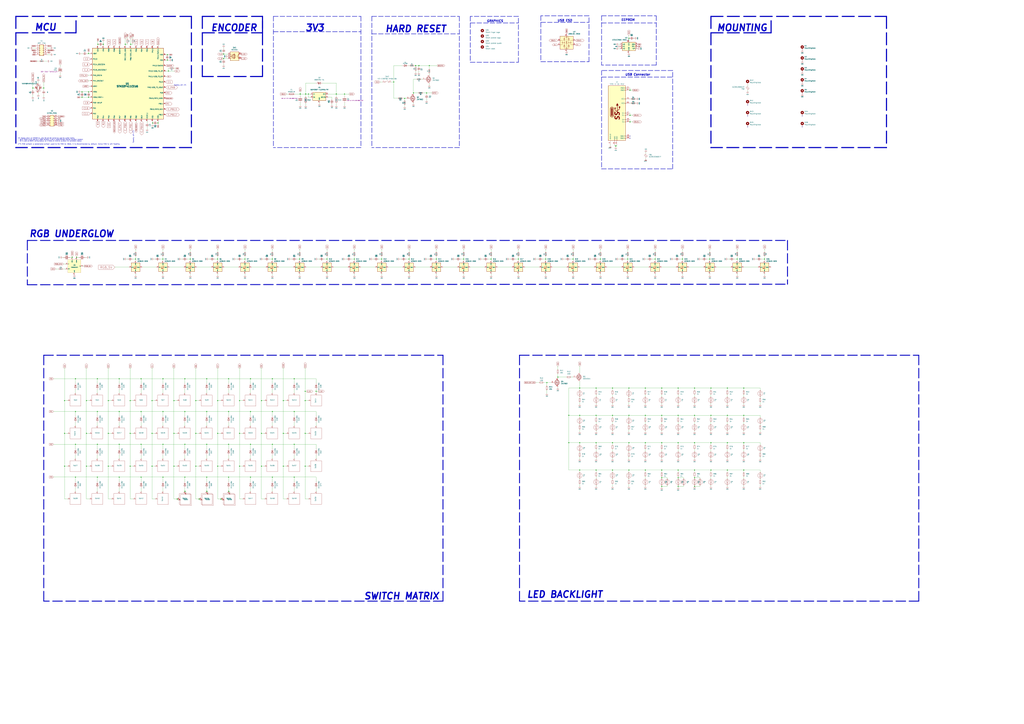
<source format=kicad_sch>
(kicad_sch (version 20230121) (generator eeschema)
  (paper "A0")
  (title_block (title "SharkPCB") (date "2022-02-04") (rev "V2.1.1") (company "Designed by Gondolindrim"))
  (junction (at 125.73 465.455))
  (junction (at 316.23 300.99) (diameter 0.9144))
  (junction (at 341.63 554.355))
  (junction (at 787.4 482.6) (diameter 0.9144))
  (junction (at 194.31 63.5))
  (junction (at 151.13 465.455))
  (junction (at 74.93 541.655))
  (junction (at 354.33 503.555))
  (junction (at 303.53 465.455))
  (junction (at 151.13 503.555))
  (junction (at 347.98 300.99) (diameter 0.9144))
  (junction (at 189.23 554.355))
  (junction (at 87.63 516.255))
  (junction (at 787.4 565.15))
  (junction (at 844.55 546.1))
  (junction (at 328.93 503.555))
  (junction (at 538.48 300.99) (diameter 0.9144))
  (junction (at 214.63 570.865))
  (junction (at 731.52 104.775) (diameter 1.016))
  (junction (at 177.165 142.875))
  (junction (at 176.53 503.555))
  (junction (at 278.13 465.455))
  (junction (at 74.93 503.555))
  (junction (at 125.73 503.555))
  (junction (at 673.1 450.85) (diameter 0.9144))
  (junction (at 792.48 300.99) (diameter 0.9144))
  (junction (at 601.98 300.99) (diameter 0.9144))
  (junction (at 787.4 450.85) (diameter 0.9144))
  (junction (at 570.23 300.99) (diameter 0.9144))
  (junction (at 125.73 541.655))
  (junction (at 259.715 62.865))
  (junction (at 256.54 579.755))
  (junction (at 74.93 465.455))
  (junction (at 367.03 454.66))
  (junction (at 328.93 541.655))
  (junction (at 138.43 516.255))
  (junction (at 844.55 514.35) (diameter 0.9144))
  (junction (at 265.43 554.355))
  (junction (at 633.73 300.99) (diameter 0.9144))
  (junction (at 768.35 482.6) (diameter 0.9144))
  (junction (at 113.03 516.255))
  (junction (at 87.63 478.155))
  (junction (at 711.2 546.1) (diameter 0.9144))
  (junction (at 240.03 478.155))
  (junction (at 660.4 514.35))
  (junction (at 692.15 546.1) (diameter 0.9144))
  (junction (at 341.63 440.055))
  (junction (at 768.35 514.35) (diameter 0.9144))
  (junction (at 95.25 106.68) (diameter 0.9144))
  (junction (at 863.6 514.35) (diameter 0.9144))
  (junction (at 316.23 478.155))
  (junction (at 887.73 300.99) (diameter 0.9144))
  (junction (at 692.15 514.35) (diameter 0.9144))
  (junction (at 647.7 438.15))
  (junction (at 673.1 482.6) (diameter 0.9144))
  (junction (at 240.03 516.255))
  (junction (at 265.43 440.055))
  (junction (at 824.23 300.99) (diameter 0.9144))
  (junction (at 265.43 516.255))
  (junction (at 163.83 440.055))
  (junction (at 482.6 76.2) (diameter 1.016))
  (junction (at 87.63 440.055))
  (junction (at 214.63 478.155))
  (junction (at 151.13 541.655))
  (junction (at 195.58 82.55))
  (junction (at 265.43 478.155))
  (junction (at 214.63 440.055))
  (junction (at 50.8 102.235) (diameter 0.9144))
  (junction (at 787.4 546.1) (diameter 0.9144))
  (junction (at 443.23 300.99) (diameter 0.9144))
  (junction (at 825.5 482.6) (diameter 0.9144))
  (junction (at 88.9 299.085))
  (junction (at 495.3 107.95))
  (junction (at 303.53 503.555))
  (junction (at 358.14 109.22))
  (junction (at 760.73 300.99) (diameter 0.9144))
  (junction (at 768.35 554.99))
  (junction (at 252.73 541.655))
  (junction (at 290.83 554.355))
  (junction (at 341.63 516.255))
  (junction (at 95.25 113.03) (diameter 0.9144))
  (junction (at 113.03 554.355))
  (junction (at 265.43 570.865))
  (junction (at 252.73 503.555))
  (junction (at 316.23 516.255))
  (junction (at 411.48 300.99) (diameter 0.9144))
  (junction (at 176.53 541.655))
  (junction (at 806.45 514.35) (diameter 0.9144))
  (junction (at 102.87 106.68) (diameter 0.9144))
  (junction (at 163.83 554.355))
  (junction (at 379.73 300.99) (diameter 0.9144))
  (junction (at 863.6 482.6) (diameter 0.9144))
  (junction (at 205.74 579.755))
  (junction (at 38.1 102.235) (diameter 0.9144))
  (junction (at 692.15 450.85) (diameter 0.9144))
  (junction (at 201.93 503.555))
  (junction (at 660.4 482.6))
  (junction (at 138.43 478.155))
  (junction (at 201.93 465.455))
  (junction (at 665.48 300.99) (diameter 0.9144))
  (junction (at 711.2 514.35) (diameter 0.9144))
  (junction (at 220.98 300.99) (diameter 0.9144))
  (junction (at 227.33 541.655))
  (junction (at 163.83 516.255))
  (junction (at 303.53 541.655))
  (junction (at 290.83 516.255))
  (junction (at 728.98 300.99) (diameter 0.9144))
  (junction (at 240.03 554.355))
  (junction (at 711.2 450.85) (diameter 0.9144))
  (junction (at 730.25 44.45) (diameter 0.9144))
  (junction (at 863.6 546.1))
  (junction (at 284.48 300.99) (diameter 0.9144))
  (junction (at 194.31 69.85))
  (junction (at 328.93 465.455))
  (junction (at 354.33 454.66))
  (junction (at 825.5 546.1))
  (junction (at 855.98 300.99) (diameter 0.9144))
  (junction (at 731.52 141.605) (diameter 1.016))
  (junction (at 157.48 300.99) (diameter 0.9144))
  (junction (at 316.23 440.055))
  (junction (at 113.03 478.155))
  (junction (at 825.5 514.35) (diameter 0.9144))
  (junction (at 348.615 109.22) (diameter 1.016))
  (junction (at 138.43 554.355))
  (junction (at 240.03 570.865))
  (junction (at 87.63 554.355))
  (junction (at 749.3 450.85) (diameter 0.9144))
  (junction (at 697.23 300.99) (diameter 0.9144))
  (junction (at 863.6 450.85) (diameter 0.9144))
  (junction (at 635 444.5))
  (junction (at 83.82 299.085))
  (junction (at 138.43 440.055))
  (junction (at 787.4 554.99))
  (junction (at 252.73 300.99) (diameter 0.9144))
  (junction (at 749.3 514.35) (diameter 0.9144))
  (junction (at 163.83 478.155))
  (junction (at 189.23 440.055))
  (junction (at 457.2 95.25))
  (junction (at 102.87 113.03) (diameter 0.9144))
  (junction (at 673.1 514.35) (diameter 0.9144))
  (junction (at 100.33 465.455))
  (junction (at 151.765 51.435) (diameter 0.9144))
  (junction (at 113.03 440.055))
  (junction (at 316.23 554.355))
  (junction (at 474.98 300.99) (diameter 0.9144))
  (junction (at 354.33 541.655))
  (junction (at 825.5 450.85) (diameter 0.9144))
  (junction (at 486.41 76.2) (diameter 1.016))
  (junction (at 498.475 76.2))
  (junction (at 731.52 133.985) (diameter 1.016))
  (junction (at 768.35 546.1) (diameter 0.9144))
  (junction (at 102.87 62.23) (diameter 0.9144))
  (junction (at 259.715 67.945))
  (junction (at 354.33 465.455))
  (junction (at 189.23 516.255))
  (junction (at 100.33 541.655))
  (junction (at 730.25 450.85) (diameter 0.9144))
  (junction (at 469.9 114.3))
  (junction (at 278.13 503.555))
  (junction (at 715.01 169.545) (diameter 1.016))
  (junction (at 214.63 554.355))
  (junction (at 673.1 546.1) (diameter 0.9144))
  (junction (at 341.63 478.155))
  (junction (at 290.83 440.055))
  (junction (at 400.05 109.22))
  (junction (at 278.13 541.655))
  (junction (at 145.415 51.435) (diameter 0.9144))
  (junction (at 354.965 109.22) (diameter 1.016))
  (junction (at 844.55 482.6) (diameter 0.9144))
  (junction (at 768.35 450.85) (diameter 0.9144))
  (junction (at 692.15 482.6) (diameter 0.9144))
  (junction (at 113.665 51.435) (diameter 0.9144))
  (junction (at 806.45 450.85) (diameter 0.9144))
  (junction (at 290.83 478.155))
  (junction (at 806.45 565.15))
  (junction (at 214.63 516.255))
  (junction (at 120.015 51.435) (diameter 0.9144))
  (junction (at 183.515 142.875))
  (junction (at 844.55 450.85) (diameter 0.9144))
  (junction (at 768.35 565.15))
  (junction (at 730.25 514.35) (diameter 0.9144))
  (junction (at 749.3 482.6) (diameter 0.9144))
  (junction (at 506.73 300.99) (diameter 0.9144))
  (junction (at 189.23 478.155))
  (junction (at 806.45 546.1))
  (junction (at 806.45 482.6) (diameter 0.9144))
  (junction (at 390.525 109.22) (diameter 1.016))
  (junction (at 189.23 300.99) (diameter 0.9144))
  (junction (at 787.4 514.35) (diameter 0.9144))
  (junction (at 100.33 503.555))
  (junction (at 231.14 579.755))
  (junction (at 201.93 541.655))
  (junction (at 749.3 546.1) (diameter 0.9144))
  (junction (at 711.2 482.6) (diameter 0.9144))
  (junction (at 176.53 465.455))
  (junction (at 730.25 482.6) (diameter 0.9144))
  (junction (at 227.33 503.555))
  (junction (at 806.45 554.99))
  (junction (at 227.33 465.455))
  (junction (at 252.73 465.455))
  (junction (at 480.06 107.95))
  (junction (at 240.03 440.055))
  (junction (at 730.25 546.1) (diameter 0.9144))
  (no_connect (at 931.545 134.62))
  (no_connect (at 931.545 147.32))
  (no_connect (at 868.045 147.32))
  (no_connect (at 731.52 158.115))
  (no_connect (at 868.045 121.92))
  (no_connect (at 731.52 160.655))
  (no_connect (at 868.045 134.62))
  (wire (pts (xy 806.45 553.72) (xy 806.45 554.99)))
  (wire (pts (xy 194.31 69.85) (xy 192.405 69.85)))
  (wire (pts (xy 252.73 541.655) (xy 256.54 541.655)))
  (wire (pts (xy 113.03 478.155) (xy 138.43 478.155)))
  (wire (pts (xy 259.715 61.595) (xy 259.715 62.865)))
  (wire (pts (xy 113.665 48.26) (xy 113.665 51.435)))
  (wire (pts (xy 882.65 546.1) (xy 882.65 548.64)))
  (wire (pts (xy 183.515 142.875) (xy 183.515 144.78)))
  (wire (pts (xy 158.115 140.97) (xy 158.115 142.24)))
  (wire (pts (xy 252.73 579.755) (xy 256.54 579.755)))
  (wire (pts (xy 647.7 438.15) (xy 657.86 438.15)))
  (wire (pts (xy 506.73 289.56) (xy 506.73 292.735)))
  (wire (pts (xy 711.2 450.85) (xy 711.2 453.39)))
  (polyline (pts (xy 603.25 412.75) (xy 1066.8 412.75)) (stroke (width 1.016) (type dash)))
  (wire (pts (xy 102.87 113.03) (xy 95.25 113.03)))
  (polyline (pts (xy 698.5 18.415) (xy 762 18.415)) (stroke (width 0.508) (type dash)))
  (wire (pts (xy 74.93 503.555) (xy 78.74 503.555)))
  (wire (pts (xy 316.23 440.055) (xy 316.23 445.135)))
  (wire (pts (xy 74.93 465.455) (xy 78.74 465.455)))
  (wire (pts (xy 87.63 516.255) (xy 87.63 521.335)))
  (polyline (pts (xy 1066.8 698.5) (xy 603.25 698.5)) (stroke (width 1.016) (type dash)))
  (wire (pts (xy 711.2 546.1) (xy 730.25 546.1)))
  (wire (pts (xy 278.13 541.655) (xy 281.94 541.655)))
  (wire (pts (xy 482.6 82.55) (xy 482.6 84.455)))
  (polyline (pts (xy 546.1 72.39) (xy 601.98 72.39)) (stroke (width 0.508) (type dash)))
  (wire (pts (xy 601.98 297.815) (xy 601.98 300.99)))
  (polyline (pts (xy 18.415 38.1) (xy 88.265 38.1)) (stroke (width 1.27) (type dash)))
  (polyline (pts (xy 50.8 412.75) (xy 514.35 412.75)) (stroke (width 1.016) (type dash)))
  (wire (pts (xy 201.93 427.355) (xy 201.93 465.455)))
  (polyline (pts (xy 698.5 196.215) (xy 781.05 196.215)) (stroke (width 0.508) (type dash)))
  (wire (pts (xy 367.03 567.055) (xy 367.03 570.865)))
  (wire (pts (xy 192.405 82.55) (xy 195.58 82.55)))
  (wire (pts (xy 69.85 75.565) (xy 69.85 77.47)))
  (wire (pts (xy 290.83 490.855) (xy 290.83 494.665)))
  (wire (pts (xy 347.98 300.99) (xy 347.98 302.895)))
  (wire (pts (xy 506.73 318.135) (xy 506.73 320.04)))
  (wire (pts (xy 256.54 581.025) (xy 257.81 581.025)))
  (wire (pts (xy 265.43 516.255) (xy 290.83 516.255)))
  (wire (pts (xy 328.93 427.355) (xy 328.93 465.455)))
  (wire (pts (xy 341.63 440.055) (xy 341.63 445.135)))
  (wire (pts (xy 303.53 503.555) (xy 303.53 541.655)))
  (wire (pts (xy 344.17 300.99) (xy 347.98 300.99)))
  (wire (pts (xy 787.4 554.99) (xy 787.4 556.26)))
  (wire (pts (xy 774.7 563.88) (xy 774.7 565.15)))
  (wire (pts (xy 730.25 499.11) (xy 730.25 501.65)))
  (wire (pts (xy 768.35 514.35) (xy 768.35 516.89)))
  (wire (pts (xy 100.33 465.455) (xy 100.33 503.555)))
  (wire (pts (xy 189.23 440.055) (xy 189.23 445.135)))
  (wire (pts (xy 201.93 503.555) (xy 205.74 503.555)))
  (wire (pts (xy 806.45 450.85) (xy 806.45 453.39)))
  (wire (pts (xy 469.9 114.3) (xy 472.44 114.3)))
  (polyline (pts (xy 419.1 171.45) (xy 317.5 171.45)) (stroke (width 0.508) (type dash)))
  (wire (pts (xy 44.45 94.615) (xy 44.45 97.155)))
  (wire (pts (xy 354.33 465.455) (xy 354.33 503.555)))
  (wire (pts (xy 673.1 482.6) (xy 660.4 482.6)))
  (polyline (pts (xy 222.25 19.05) (xy 222.25 171.45)) (stroke (width 1.27) (type dash)))
  (wire (pts (xy 498.475 99.06) (xy 498.475 97.155)))
  (wire (pts (xy 863.6 546.1) (xy 882.65 546.1)))
  (polyline (pts (xy 698.5 26.67) (xy 762 26.67)) (stroke (width 0.508) (type dash)))
  (wire (pts (xy 259.715 67.945) (xy 259.715 69.215)))
  (wire (pts (xy 367.03 452.755) (xy 367.03 454.66)))
  (wire (pts (xy 768.35 482.6) (xy 768.35 485.14)))
  (wire (pts (xy 844.55 546.1) (xy 844.55 548.64)))
  (wire (pts (xy 806.45 546.1) (xy 806.45 548.64)))
  (wire (pts (xy 635 444.5) (xy 635 448.31)))
  (wire (pts (xy 749.935 183.515) (xy 749.935 184.785)))
  (wire (pts (xy 863.6 500.38) (xy 863.6 501.65)))
  (wire (pts (xy 348.615 109.22) (xy 348.615 111.76)))
  (wire (pts (xy 480.06 107.95) (xy 480.06 92.075)))
  (wire (pts (xy 756.92 300.99) (xy 760.73 300.99)))
  (wire (pts (xy 214.63 452.755) (xy 214.63 456.565)))
  (wire (pts (xy 480.06 107.95) (xy 480.06 109.22)))
  (wire (pts (xy 882.65 482.6) (xy 882.65 485.14)))
  (wire (pts (xy 622.3 444.5) (xy 626.11 444.5)))
  (wire (pts (xy 265.43 528.955) (xy 265.43 532.765)))
  (wire (pts (xy 692.15 563.88) (xy 692.15 565.15)))
  (wire (pts (xy 189.23 297.815) (xy 189.23 300.99)))
  (wire (pts (xy 737.87 114.935) (xy 738.505 114.935)))
  (wire (pts (xy 278.13 541.655) (xy 278.13 579.755)))
  (wire (pts (xy 138.43 554.355) (xy 138.43 559.435)))
  (wire (pts (xy 692.15 532.13) (xy 692.15 533.4)))
  (wire (pts (xy 863.6 450.85) (xy 882.65 450.85)))
  (wire (pts (xy 749.3 500.38) (xy 749.3 501.65)))
  (wire (pts (xy 629.92 300.99) (xy 633.73 300.99)))
  (wire (pts (xy 316.23 554.355) (xy 341.63 554.355)))
  (wire (pts (xy 665.48 318.135) (xy 665.48 320.04)))
  (wire (pts (xy 231.14 579.755) (xy 231.14 581.025)))
  (wire (pts (xy 214.63 516.255) (xy 240.03 516.255)))
  (wire (pts (xy 768.35 482.6) (xy 787.4 482.6)))
  (wire (pts (xy 147.955 51.435) (xy 147.955 50.165)))
  (wire (pts (xy 100.33 541.655) (xy 100.33 579.755)))
  (wire (pts (xy 749.3 482.6) (xy 749.3 485.14)))
  (wire (pts (xy 538.48 300.99) (xy 538.48 302.895)))
  (polyline (pts (xy 825.5 38.1) (xy 895.35 38.1)) (stroke (width 1.27) (type dash)))
  (wire (pts (xy 635 453.39) (xy 635 457.2)))
  (wire (pts (xy 113.03 567.055) (xy 113.03 570.865)))
  (wire (pts (xy 284.48 297.815) (xy 284.48 300.99)))
  (wire (pts (xy 176.53 503.555) (xy 180.34 503.555)))
  (wire (pts (xy 125.73 465.455) (xy 125.73 503.555)))
  (wire (pts (xy 825.5 468.63) (xy 825.5 469.9)))
  (wire (pts (xy 793.75 554.99) (xy 793.75 556.26)))
  (wire (pts (xy 434.34 300.99) (xy 432.435 300.99)))
  (polyline (pts (xy 1066.8 412.75) (xy 1066.8 698.5)) (stroke (width 1.016) (type dash)))
  (wire (pts (xy 657.86 310.515) (xy 641.35 310.515)))
  (wire (pts (xy 151.13 465.455) (xy 151.13 503.555)))
  (wire (pts (xy 341.63 567.055) (xy 341.63 570.865)))
  (wire (pts (xy 189.23 554.355) (xy 214.63 554.355)))
  (wire (pts (xy 149.86 310.515) (xy 133.35 310.515)))
  (wire (pts (xy 252.73 300.99) (xy 252.73 302.895)))
  (wire (pts (xy 711.2 521.97) (xy 711.2 524.51)))
  (wire (pts (xy 189.23 318.135) (xy 189.23 320.04)))
  (wire (pts (xy 749.935 177.165) (xy 749.935 178.435)))
  (wire (pts (xy 529.59 300.99) (xy 527.685 300.99)))
  (wire (pts (xy 768.35 546.1) (xy 768.35 548.64)))
  (wire (pts (xy 443.23 289.56) (xy 443.23 292.735)))
  (wire (pts (xy 303.53 465.455) (xy 303.53 503.555)))
  (wire (pts (xy 290.83 478.155) (xy 290.83 483.235)))
  (wire (pts (xy 265.43 516.255) (xy 265.43 521.335)))
  (wire (pts (xy 284.48 318.135) (xy 284.48 320.04)))
  (wire (pts (xy 240.03 452.755) (xy 240.03 456.565)))
  (wire (pts (xy 787.4 553.72) (xy 787.4 554.99)))
  (wire (pts (xy 367.03 554.355) (xy 367.03 559.435)))
  (wire (pts (xy 240.03 567.055) (xy 240.03 570.865)))
  (wire (pts (xy 214.63 554.355) (xy 214.63 559.435)))
  (wire (pts (xy 81.28 299.085) (xy 83.82 299.085)))
  (polyline (pts (xy 698.5 18.415) (xy 698.5 75.565)) (stroke (width 0.508) (type dash)))
  (wire (pts (xy 100.33 579.755) (xy 104.14 579.755)))
  (wire (pts (xy 163.83 478.155) (xy 163.83 483.235)))
  (wire (pts (xy 151.13 541.655) (xy 151.13 579.755)))
  (wire (pts (xy 102.87 60.325) (xy 102.87 62.23)))
  (wire (pts (xy 102.87 62.23) (xy 104.775 62.23)))
  (wire (pts (xy 660.4 482.6) (xy 660.4 450.85)))
  (wire (pts (xy 176.53 579.755) (xy 180.34 579.755)))
  (wire (pts (xy 354.33 427.355) (xy 354.33 454.66)))
  (wire (pts (xy 316.23 440.055) (xy 341.63 440.055)))
  (wire (pts (xy 163.83 554.355) (xy 163.83 559.435)))
  (wire (pts (xy 863.6 546.1) (xy 863.6 548.64)))
  (wire (pts (xy 102.87 113.03) (xy 102.87 112.395)))
  (wire (pts (xy 163.83 528.955) (xy 163.83 532.765)))
  (wire (pts (xy 486.41 76.2) (xy 482.6 76.2)))
  (wire (pts (xy 439.42 300.99) (xy 443.23 300.99)))
  (wire (pts (xy 673.1 425.45) (xy 673.1 433.07)))
  (polyline (pts (xy 914.4 279.4) (xy 914.4 330.2)) (stroke (width 1.016) (type dash)))
  (wire (pts (xy 259.715 74.295) (xy 259.715 75.565)))
  (wire (pts (xy 385.445 113.03) (xy 385.445 115.57)))
  (wire (pts (xy 665.48 289.56) (xy 665.48 292.735)))
  (wire (pts (xy 341.63 478.155) (xy 367.03 478.155)))
  (wire (pts (xy 183.515 142.875) (xy 183.515 140.97)))
  (wire (pts (xy 252.73 289.56) (xy 252.73 292.735)))
  (polyline (pts (xy 698.5 89.535) (xy 781.05 89.535)) (stroke (width 0.508) (type dash)))
  (wire (pts (xy 354.965 96.52) (xy 354.965 109.22)))
  (wire (pts (xy 570.23 318.135) (xy 570.23 320.04)))
  (wire (pts (xy 316.23 297.815) (xy 316.23 300.99)))
  (polyline (pts (xy 603.25 412.75) (xy 603.25 698.5)) (stroke (width 1.016) (type dash)))
  (wire (pts (xy 768.35 565.15) (xy 768.35 566.42)))
  (wire (pts (xy 673.1 556.26) (xy 673.1 557.53)))
  (wire (pts (xy 471.17 300.99) (xy 474.98 300.99)))
  (wire (pts (xy 227.33 579.755) (xy 231.14 579.755)))
  (wire (pts (xy 379.73 289.56) (xy 379.73 292.735)))
  (wire (pts (xy 62.23 440.055) (xy 87.63 440.055)))
  (wire (pts (xy 768.35 458.47) (xy 768.35 461.01)))
  (wire (pts (xy 673.1 514.35) (xy 673.1 516.89)))
  (wire (pts (xy 163.83 452.755) (xy 163.83 456.565)))
  (wire (pts (xy 806.45 458.47) (xy 806.45 461.01)))
  (wire (pts (xy 882.65 499.11) (xy 882.65 501.65)))
  (wire (pts (xy 360.68 113.03) (xy 358.14 113.03)))
  (wire (pts (xy 125.73 541.655) (xy 125.73 579.755)))
  (polyline (pts (xy 762 18.415) (xy 762 75.565)) (stroke (width 0.508) (type dash)))
  (wire (pts (xy 240.03 440.055) (xy 265.43 440.055)))
  (wire (pts (xy 852.17 300.99) (xy 855.98 300.99)))
  (wire (pts (xy 474.98 289.56) (xy 474.98 292.735)))
  (wire (pts (xy 308.61 310.515) (xy 292.1 310.515)))
  (wire (pts (xy 411.48 289.56) (xy 411.48 292.735)))
  (wire (pts (xy 113.03 554.355) (xy 113.03 559.435)))
  (wire (pts (xy 647.7 449.58) (xy 647.7 450.85)))
  (wire (pts (xy 882.65 467.36) (xy 882.65 469.9)))
  (wire (pts (xy 760.73 289.56) (xy 760.73 292.735)))
  (wire (pts (xy 863.6 514.35) (xy 863.6 516.89)))
  (wire (pts (xy 102.87 107.315) (xy 102.87 106.68)))
  (wire (pts (xy 400.05 109.22) (xy 405.765 109.22)))
  (wire (pts (xy 793.75 563.88) (xy 793.75 565.15)))
  (wire (pts (xy 252.73 465.455) (xy 252.73 503.555)))
  (wire (pts (xy 265.43 452.755) (xy 265.43 456.565)))
  (wire (pts (xy 73.025 312.42) (xy 76.2 312.42)))
  (wire (pts (xy 201.93 541.655) (xy 205.74 541.655)))
  (wire (pts (xy 787.4 546.1) (xy 806.45 546.1)))
  (wire (pts (xy 113.03 554.355) (xy 138.43 554.355)))
  (wire (pts (xy 506.73 297.815) (xy 506.73 300.99)))
  (wire (pts (xy 227.33 465.455) (xy 231.14 465.455)))
  (wire (pts (xy 824.23 300.99) (xy 824.23 302.895)))
  (wire (pts (xy 495.3 107.95) (xy 501.65 107.95)))
  (polyline (pts (xy 514.35 698.5) (xy 50.8 698.5)) (stroke (width 1.016) (type dash)))
  (wire (pts (xy 183.515 52.07) (xy 183.515 53.34)))
  (wire (pts (xy 214.63 570.865) (xy 215.9 570.865)))
  (wire (pts (xy 768.35 521.97) (xy 768.35 524.51)))
  (wire (pts (xy 88.9 297.815) (xy 88.9 299.085)))
  (wire (pts (xy 825.5 546.1) (xy 844.55 546.1)))
  (wire (pts (xy 844.55 490.22) (xy 844.55 492.76)))
  (wire (pts (xy 43.18 71.12) (xy 45.72 71.12)))
  (wire (pts (xy 312.42 300.99) (xy 316.23 300.99)))
  (wire (pts (xy 728.98 318.135) (xy 728.98 320.04)))
  (wire (pts (xy 497.84 300.99) (xy 495.935 300.99)))
  (wire (pts (xy 145.415 51.435) (xy 147.955 51.435)))
  (wire (pts (xy 486.41 76.2) (xy 498.475 76.2)))
  (wire (pts (xy 486.41 82.55) (xy 486.41 84.455)))
  (wire (pts (xy 113.03 516.255) (xy 113.03 521.335)))
  (wire (pts (xy 113.03 440.055) (xy 138.43 440.055)))
  (wire (pts (xy 751.84 300.99) (xy 749.935 300.99)))
  (wire (pts (xy 147.955 43.18) (xy 147.955 45.085)))
  (wire (pts (xy 633.73 300.99) (xy 633.73 302.895)))
  (wire (pts (xy 787.4 450.85) (xy 806.45 450.85)))
  (wire (pts (xy 844.55 546.1) (xy 863.6 546.1)))
  (wire (pts (xy 882.65 524.51) (xy 882.65 525.78)))
  (wire (pts (xy 400.05 119.38) (xy 400.05 122.555)))
  (wire (pts (xy 407.67 300.99) (xy 411.48 300.99)))
  (wire (pts (xy 718.185 51.435) (xy 720.09 51.435)))
  (wire (pts (xy 139.065 52.07) (xy 139.065 53.34)))
  (wire (pts (xy 715.01 169.545) (xy 715.01 170.815)))
  (wire (pts (xy 248.92 300.99) (xy 252.73 300.99)))
  (wire (pts (xy 240.03 528.955) (xy 240.03 532.765)))
  (wire (pts (xy 58.42 63.5) (xy 54.61 63.5)))
  (wire (pts (xy 113.03 478.155) (xy 113.03 483.235)))
  (polyline (pts (xy 18.415 19.05) (xy 18.415 171.45)) (stroke (width 1.27) (type dash)))
  (wire (pts (xy 163.83 440.055) (xy 189.23 440.055)))
  (wire (pts (xy 170.815 140.97) (xy 170.815 142.875)))
  (wire (pts (xy 95.25 107.315) (xy 95.25 106.68)))
  (wire (pts (xy 812.8 554.99) (xy 812.8 556.26)))
  (wire (pts (xy 692.15 546.1) (xy 711.2 546.1)))
  (wire (pts (xy 214.63 554.355) (xy 240.03 554.355)))
  (wire (pts (xy 593.09 300.99) (xy 591.185 300.99)))
  (wire (pts (xy 163.83 490.855) (xy 163.83 494.665)))
  (polyline (pts (xy 88.265 38.1) (xy 88.265 19.05)) (stroke (width 1.27) (type dash)))
  (wire (pts (xy 265.43 554.355) (xy 290.83 554.355)))
  (wire (pts (xy 844.55 458.47) (xy 844.55 461.01)))
  (wire (pts (xy 806.45 532.13) (xy 806.45 533.4)))
  (wire (pts (xy 824.23 297.815) (xy 824.23 300.99)))
  (wire (pts (xy 280.67 300.99) (xy 284.48 300.99)))
  (wire (pts (xy 693.42 300.99) (xy 697.23 300.99)))
  (wire (pts (xy 64.77 312.42) (xy 67.945 312.42)))
  (wire (pts (xy 887.73 300.99) (xy 887.73 302.895)))
  (wire (pts (xy 189.23 490.855) (xy 189.23 494.665)))
  (wire (pts (xy 265.43 554.355) (xy 265.43 559.435)))
  (wire (pts (xy 806.45 482.6) (xy 825.5 482.6)))
  (wire (pts (xy 354.33 465.455) (xy 358.14 465.455)))
  (wire (pts (xy 673.1 514.35) (xy 660.4 514.35)))
  (wire (pts (xy 855.98 289.56) (xy 855.98 292.735)))
  (wire (pts (xy 673.1 562.61) (xy 673.1 565.15)))
  (wire (pts (xy 195.58 79.375) (xy 196.85 79.375)))
  (wire (pts (xy 189.23 478.155) (xy 189.23 483.235)))
  (wire (pts (xy 730.25 482.6) (xy 730.25 485.14)))
  (wire (pts (xy 760.73 297.815) (xy 760.73 300.99)))
  (wire (pts (xy 316.23 289.56) (xy 316.23 292.735)))
  (polyline (pts (xy 514.35 412.75) (xy 514.35 698.5)) (stroke (width 1.016) (type dash)))
  (wire (pts (xy 443.23 318.135) (xy 443.23 320.04)))
  (wire (pts (xy 480.06 107.95) (xy 485.775 107.95)))
  (wire (pts (xy 466.09 300.99) (xy 464.185 300.99)))
  (wire (pts (xy 495.3 116.84) (xy 495.3 114.935)))
  (wire (pts (xy 538.48 297.815) (xy 538.48 300.99)))
  (wire (pts (xy 749.3 450.85) (xy 768.35 450.85)))
  (polyline (pts (xy 234.95 19.05) (xy 304.8 19.05)) (stroke (width 1.27) (type dash)))
  (wire (pts (xy 784.86 310.515) (xy 768.35 310.515)))
  (wire (pts (xy 787.4 565.15) (xy 787.4 566.42)))
  (wire (pts (xy 787.4 500.38) (xy 787.4 501.65)))
  (wire (pts (xy 87.63 478.155) (xy 87.63 483.235)))
  (wire (pts (xy 341.63 490.855) (xy 341.63 494.665)))
  (wire (pts (xy 102.87 113.03) (xy 104.775 113.03)))
  (wire (pts (xy 825.5 553.72) (xy 825.5 556.26)))
  (wire (pts (xy 74.93 541.655) (xy 78.74 541.655)))
  (wire (pts (xy 341.63 516.255) (xy 341.63 521.335)))
  (wire (pts (xy 189.23 452.755) (xy 189.23 456.565)))
  (wire (pts (xy 787.4 482.6) (xy 787.4 485.14)))
  (wire (pts (xy 316.23 478.155) (xy 316.23 483.235)))
  (wire (pts (xy 201.93 503.555) (xy 201.93 541.655)))
  (wire (pts (xy 820.42 300.99) (xy 824.23 300.99)))
  (wire (pts (xy 163.83 554.355) (xy 189.23 554.355)))
  (wire (pts (xy 486.41 76.2) (xy 486.41 77.47)))
  (wire (pts (xy 692.15 458.47) (xy 692.15 461.01)))
  (wire (pts (xy 201.93 465.455) (xy 201.93 503.555)))
  (wire (pts (xy 713.74 168.275) (xy 713.74 169.545)))
  (wire (pts (xy 730.25 492.76) (xy 730.25 494.03)))
  (polyline (pts (xy 419.1 19.05) (xy 419.1 171.45)) (stroke (width 0.508) (type dash)))
  (wire (pts (xy 730.25 461.01) (xy 730.25 462.28)))
  (wire (pts (xy 768.35 563.88) (xy 768.35 565.15)))
  (wire (pts (xy 201.93 79.375) (xy 203.835 79.375)))
  (wire (pts (xy 787.4 532.13) (xy 787.4 533.4)))
  (wire (pts (xy 151.13 579.755) (xy 154.94 579.755)))
  (wire (pts (xy 183.515 142.875) (xy 182.88 142.875)))
  (wire (pts (xy 474.98 318.135) (xy 474.98 320.04)))
  (wire (pts (xy 882.65 450.85) (xy 882.65 453.39)))
  (wire (pts (xy 240.03 478.155) (xy 265.43 478.155)))
  (wire (pts (xy 100.33 299.085) (xy 99.06 299.085)))
  (wire (pts (xy 290.83 516.255) (xy 316.23 516.255)))
  (wire (pts (xy 562.61 310.515) (xy 546.1 310.515)))
  (wire (pts (xy 176.53 427.355) (xy 176.53 465.455)))
  (wire (pts (xy 284.48 289.56) (xy 284.48 292.735)))
  (wire (pts (xy 868.045 99.695) (xy 868.045 98.425)))
  (wire (pts (xy 498.475 76.2) (xy 498.475 80.01)))
  (wire (pts (xy 278.13 579.755) (xy 281.94 579.755)))
  (wire (pts (xy 227.33 465.455) (xy 227.33 503.555)))
  (wire (pts (xy 880.11 310.515) (xy 863.6 310.515)))
  (wire (pts (xy 252.73 318.135) (xy 252.73 320.04)))
  (wire (pts (xy 825.5 450.85) (xy 844.55 450.85)))
  (wire (pts (xy 480.06 119.38) (xy 480.06 120.65)))
  (wire (pts (xy 341.63 554.355) (xy 341.63 559.435)))
  (wire (pts (xy 243.84 300.99) (xy 241.935 300.99)))
  (wire (pts (xy 768.35 490.22) (xy 768.35 492.76)))
  (wire (pts (xy 749.3 482.6) (xy 768.35 482.6)))
  (wire (pts (xy 290.83 567.055) (xy 290.83 570.865)))
  (wire (pts (xy 749.3 532.13) (xy 749.3 533.4)))
  (wire (pts (xy 601.98 318.135) (xy 601.98 320.04)))
  (wire (pts (xy 737.87 120.015) (xy 738.505 120.015)))
  (polyline (pts (xy 825.5 19.05) (xy 825.5 171.45)) (stroke (width 1.27) (type dash)))
  (wire (pts (xy 863.6 521.97) (xy 863.6 524.51)))
  (wire (pts (xy 163.83 567.055) (xy 163.83 570.865)))
  (wire (pts (xy 347.98 289.56) (xy 347.98 292.735)))
  (polyline (pts (xy 762 75.565) (xy 698.5 75.565)) (stroke (width 0.508) (type dash)))
  (wire (pts (xy 163.83 516.255) (xy 189.23 516.255)))
  (wire (pts (xy 806.45 490.22) (xy 806.45 492.76)))
  (wire (pts (xy 792.48 297.815) (xy 792.48 300.99)))
  (wire (pts (xy 354.33 503.555) (xy 354.33 541.655)))
  (wire (pts (xy 488.95 92.075) (xy 490.855 92.075)))
  (wire (pts (xy 347.98 297.815) (xy 347.98 300.99)))
  (wire (pts (xy 194.31 63.5) (xy 192.405 63.5)))
  (wire (pts (xy 749.3 563.88) (xy 749.3 565.15)))
  (wire (pts (xy 863.6 458.47) (xy 863.6 461.01)))
  (wire (pts (xy 844.55 514.35) (xy 863.6 514.35)))
  (wire (pts (xy 806.45 554.99) (xy 812.8 554.99)))
  (wire (pts (xy 358.14 109.22) (xy 360.68 109.22)))
  (wire (pts (xy 367.03 516.255) (xy 367.03 521.335)))
  (wire (pts (xy 768.35 554.99) (xy 774.7 554.99)))
  (polyline (pts (xy 234.95 38.1) (xy 304.8 38.1)) (stroke (width 1.27) (type dash)))
  (wire (pts (xy 882.65 461.01) (xy 882.65 462.28)))
  (wire (pts (xy 824.23 318.135) (xy 824.23 320.04)))
  (wire (pts (xy 692.15 514.35) (xy 692.15 516.89)))
  (wire (pts (xy 725.17 300.99) (xy 728.98 300.99)))
  (wire (pts (xy 102.87 106.68) (xy 104.775 106.68)))
  (wire (pts (xy 730.25 482.6) (xy 749.3 482.6)))
  (wire (pts (xy 787.4 554.99) (xy 793.75 554.99)))
  (polyline (pts (xy 895.35 38.1) (xy 895.35 19.05)) (stroke (width 1.27) (type dash)))
  (wire (pts (xy 195.58 79.375) (xy 195.58 82.55)))
  (wire (pts (xy 626.11 310.515) (xy 609.6 310.515)))
  (wire (pts (xy 692.15 490.22) (xy 692.15 492.76)))
  (polyline (pts (xy 781.05 196.215) (xy 781.05 81.915)) (stroke (width 0.508) (type dash)))
  (wire (pts (xy 467.36 310.515) (xy 450.85 310.515)))
  (wire (pts (xy 138.43 478.155) (xy 138.43 483.235)))
  (wire (pts (xy 189.23 440.055) (xy 214.63 440.055)))
  (wire (pts (xy 594.36 310.515) (xy 577.85 310.515)))
  (polyline (pts (xy 601.98 72.39) (xy 601.98 19.05)) (stroke (width 0.508) (type dash)))
  (wire (pts (xy 788.67 300.99) (xy 792.48 300.99)))
  (wire (pts (xy 768.35 532.13) (xy 768.35 533.4)))
  (wire (pts (xy 878.84 300.99) (xy 876.935 300.99)))
  (polyline (pts (xy 18.415 19.05) (xy 222.25 19.05)) (stroke (width 1.27) (type dash)))
  (wire (pts (xy 332.74 109.22) (xy 334.645 109.22)))
  (wire (pts (xy 647.7 425.45) (xy 647.7 429.26)))
  (wire (pts (xy 125.73 579.755) (xy 129.54 579.755)))
  (wire (pts (xy 787.4 546.1) (xy 787.4 548.64)))
  (wire (pts (xy 189.23 516.255) (xy 214.63 516.255)))
  (wire (pts (xy 138.43 490.855) (xy 138.43 494.665)))
  (wire (pts (xy 673.1 461.01) (xy 673.1 462.28)))
  (wire (pts (xy 96.52 309.245) (xy 97.79 309.245)))
  (wire (pts (xy 240.03 440.055) (xy 240.03 445.135)))
  (wire (pts (xy 74.93 579.755) (xy 78.74 579.755)))
  (wire (pts (xy 87.63 554.355) (xy 87.63 559.435)))
  (wire (pts (xy 882.65 492.76) (xy 882.65 494.03)))
  (wire (pts (xy 259.715 62.865) (xy 264.795 62.865)))
  (wire (pts (xy 354.33 454.66) (xy 354.33 465.455)))
  (wire (pts (xy 74.93 465.455) (xy 74.93 503.555)))
  (wire (pts (xy 731.52 131.445) (xy 731.52 133.985)))
  (wire (pts (xy 328.93 465.455) (xy 328.93 503.555)))
  (wire (pts (xy 774.7 565.15) (xy 768.35 565.15)))
  (polyline (pts (xy 628.015 71.755) (xy 683.895 71.755)) (stroke (width 0.508) (type dash)))
  (wire (pts (xy 787.4 563.88) (xy 787.4 565.15)))
  (wire (pts (xy 194.31 69.85) (xy 196.215 69.85)))
  (wire (pts (xy 661.67 300.99) (xy 665.48 300.99)))
  (wire (pts (xy 194.31 63.5) (xy 194.31 64.135)))
  (wire (pts (xy 530.86 310.515) (xy 514.35 310.515)))
  (wire (pts (xy 760.73 318.135) (xy 760.73 320.04)))
  (wire (pts (xy 749.3 546.1) (xy 749.3 548.64)))
  (wire (pts (xy 240.03 478.155) (xy 240.03 483.235)))
  (wire (pts (xy 697.23 300.99) (xy 697.23 302.895)))
  (wire (pts (xy 730.25 546.1) (xy 749.3 546.1)))
  (wire (pts (xy 825.5 450.85) (xy 825.5 453.39)))
  (wire (pts (xy 720.09 300.99) (xy 718.185 300.99)))
  (wire (pts (xy 806.45 546.1) (xy 825.5 546.1)))
  (wire (pts (xy 354.33 541.655) (xy 358.14 541.655)))
  (wire (pts (xy 863.6 450.85) (xy 863.6 453.39)))
  (wire (pts (xy 151.765 45.085) (xy 151.765 51.435)))
  (wire (pts (xy 457.2 76.2) (xy 466.725 76.2)))
  (wire (pts (xy 290.83 528.955) (xy 290.83 532.765)))
  (wire (pts (xy 151.765 51.435) (xy 151.765 53.34)))
  (wire (pts (xy 163.83 478.155) (xy 189.23 478.155)))
  (wire (pts (xy 844.55 482.6) (xy 863.6 482.6)))
  (wire (pts (xy 730.25 514.35) (xy 730.25 516.89)))
  (wire (pts (xy 176.53 465.455) (xy 176.53 503.555)))
  (wire (pts (xy 194.31 69.215) (xy 194.31 69.85)))
  (wire (pts (xy 728.98 300.99) (xy 728.98 302.895)))
  (wire (pts (xy 354.33 541.655) (xy 354.33 579.755)))
  (wire (pts (xy 163.83 440.055) (xy 163.83 445.135)))
  (wire (pts (xy 673.1 499.11) (xy 673.1 501.65)))
  (wire (pts (xy 792.48 300.99) (xy 792.48 302.895)))
  (wire (pts (xy 760.73 300.99) (xy 760.73 302.895)))
  (wire (pts (xy 787.4 458.47) (xy 787.4 461.01)))
  (wire (pts (xy 731.52 141.605) (xy 734.695 141.605)))
  (wire (pts (xy 95.25 113.03) (xy 95.25 112.395)))
  (wire (pts (xy 482.6 76.2) (xy 482.6 77.47)))
  (wire (pts (xy 692.15 450.85) (xy 711.2 450.85)))
  (wire (pts (xy 100.965 62.23) (xy 102.87 62.23)))
  (wire (pts (xy 256.54 579.755) (xy 256.54 581.025)))
  (wire (pts (xy 138.43 554.355) (xy 163.83 554.355)))
  (wire (pts (xy 265.43 478.155) (xy 290.83 478.155)))
  (wire (pts (xy 154.305 45.085) (xy 154.305 43.18)))
  (wire (pts (xy 863.6 490.22) (xy 863.6 492.76)))
  (wire (pts (xy 381 109.22) (xy 390.525 109.22)))
  (wire (pts (xy 62.23 516.255) (xy 87.63 516.255)))
  (wire (pts (xy 180.34 300.99) (xy 178.435 300.99)))
  (wire (pts (xy 194.31 63.5) (xy 196.215 63.5)))
  (wire (pts (xy 469.9 116.84) (xy 469.9 114.3)))
  (wire (pts (xy 328.93 541.655) (xy 328.93 579.755)))
  (wire (pts (xy 100.33 465.455) (xy 104.14 465.455)))
  (wire (pts (xy 506.73 300.99) (xy 506.73 302.895)))
  (wire (pts (xy 673.1 482.6) (xy 692.15 482.6)))
  (wire (pts (xy 863.6 514.35) (xy 882.65 514.35)))
  (wire (pts (xy 787.4 450.85) (xy 787.4 453.39)))
  (wire (pts (xy 214.63 490.855) (xy 214.63 494.665)))
  (wire (pts (xy 749.3 468.63) (xy 749.3 469.9)))
  (wire (pts (xy 240.03 516.255) (xy 240.03 521.335)))
  (wire (pts (xy 730.25 44.45) (xy 730.885 44.45)))
  (wire (pts (xy 673.1 524.51) (xy 673.1 525.78)))
  (wire (pts (xy 181.61 310.515) (xy 165.1 310.515)))
  (wire (pts (xy 855.98 300.99) (xy 855.98 302.895)))
  (wire (pts (xy 138.43 478.155) (xy 163.83 478.155)))
  (wire (pts (xy 125.73 503.555) (xy 125.73 541.655)))
  (wire (pts (xy 774.7 554.99) (xy 774.7 556.26)))
  (wire (pts (xy 633.73 318.135) (xy 633.73 320.04)))
  (wire (pts (xy 278.13 503.555) (xy 281.94 503.555)))
  (wire (pts (xy 290.83 554.355) (xy 290.83 559.435)))
  (wire (pts (xy 490.855 107.95) (xy 495.3 107.95)))
  (wire (pts (xy 74.93 503.555) (xy 74.93 541.655)))
  (wire (pts (xy 601.98 300.99) (xy 601.98 302.895)))
  (wire (pts (xy 220.98 300.99) (xy 220.98 302.895)))
  (wire (pts (xy 87.63 440.055) (xy 113.03 440.055)))
  (wire (pts (xy 240.03 554.355) (xy 240.03 559.435)))
  (wire (pts (xy 227.33 503.555) (xy 227.33 541.655)))
  (wire (pts (xy 768.35 450.85) (xy 787.4 450.85)))
  (wire (pts (xy 787.4 482.6) (xy 806.45 482.6)))
  (polyline (pts (xy 304.8 38.1) (xy 304.8 19.05)) (stroke (width 1.27) (type dash)))
  (wire (pts (xy 231.14 581.025) (xy 232.41 581.025)))
  (wire (pts (xy 708.66 168.275) (xy 708.66 169.545)))
  (polyline (pts (xy 431.8 39.37) (xy 533.4 39.37)) (stroke (width 0.508) (type dash)))
  (wire (pts (xy 189.23 528.955) (xy 189.23 532.765)))
  (wire (pts (xy 50.8 104.775) (xy 50.8 102.235)))
  (wire (pts (xy 887.73 297.815) (xy 887.73 300.99)))
  (wire (pts (xy 454.025 95.25) (xy 457.2 95.25)))
  (wire (pts (xy 660.4 546.1) (xy 660.4 514.35)))
  (wire (pts (xy 201.93 579.755) (xy 205.74 579.755)))
  (wire (pts (xy 403.86 310.515) (xy 387.35 310.515)))
  (wire (pts (xy 787.4 514.35) (xy 787.4 516.89)))
  (wire (pts (xy 753.11 310.515) (xy 736.6 310.515)))
  (wire (pts (xy 390.525 109.22) (xy 400.05 109.22)))
  (wire (pts (xy 347.98 318.135) (xy 347.98 320.04)))
  (wire (pts (xy 276.86 310.515) (xy 260.35 310.515)))
  (wire (pts (xy 848.36 310.515) (xy 831.85 310.515)))
  (wire (pts (xy 176.53 465.455) (xy 180.34 465.455)))
  (wire (pts (xy 379.73 297.815) (xy 379.73 300.99)))
  (wire (pts (xy 87.63 478.155) (xy 113.03 478.155)))
  (wire (pts (xy 480.06 92.075) (xy 483.87 92.075)))
  (wire (pts (xy 882.65 514.35) (xy 882.65 516.89)))
  (wire (pts (xy 730.25 524.51) (xy 730.25 525.78)))
  (wire (pts (xy 660.4 450.85) (xy 673.1 450.85)))
  (wire (pts (xy 730.25 514.35) (xy 749.3 514.35)))
  (wire (pts (xy 847.09 300.99) (xy 845.185 300.99)))
  (wire (pts (xy 50.8 102.235) (xy 48.26 102.235)))
  (wire (pts (xy 825.5 546.1) (xy 825.5 548.64)))
  (polyline (pts (xy 50.8 412.75) (xy 50.8 698.5)) (stroke (width 1.016) (type dash)))
  (wire (pts (xy 69.85 85.09) (xy 69.85 86.995)))
  (polyline (pts (xy 601.98 19.05) (xy 546.1 19.05)) (stroke (width 0.508) (type dash)))
  (wire (pts (xy 673.1 482.6) (xy 673.1 485.14)))
  (wire (pts (xy 730.25 450.85) (xy 730.25 453.39)))
  (wire (pts (xy 342.265 109.22) (xy 348.615 109.22)))
  (wire (pts (xy 100.33 503.555) (xy 104.14 503.555)))
  (wire (pts (xy 815.34 300.99) (xy 813.435 300.99)))
  (wire (pts (xy 718.185 56.515) (xy 720.09 56.515)))
  (wire (pts (xy 367.03 528.955) (xy 367.03 532.765)))
  (wire (pts (xy 252.73 503.555) (xy 256.54 503.555)))
  (wire (pts (xy 474.98 300.99) (xy 474.98 302.895)))
  (wire (pts (xy 316.23 452.755) (xy 316.23 456.565)))
  (wire (pts (xy 220.98 297.815) (xy 220.98 300.99)))
  (wire (pts (xy 806.45 482.6) (xy 806.45 485.14)))
  (wire (pts (xy 151.13 541.655) (xy 154.94 541.655)))
  (wire (pts (xy 73.66 306.705) (xy 76.2 306.705)))
  (wire (pts (xy 825.5 490.22) (xy 825.5 492.76)))
  (wire (pts (xy 189.23 516.255) (xy 189.23 521.335)))
  (wire (pts (xy 227.33 427.355) (xy 227.33 465.455)))
  (polyline (pts (xy 628.015 26.035) (xy 683.895 26.035)) (stroke (width 0.508) (type dash)))
  (wire (pts (xy 749.3 514.35) (xy 768.35 514.35)))
  (wire (pts (xy 844.55 563.88) (xy 844.55 565.15)))
  (wire (pts (xy 227.33 541.655) (xy 227.33 579.755)))
  (wire (pts (xy 715.01 169.545) (xy 716.28 169.545)))
  (wire (pts (xy 673.1 492.76) (xy 673.1 494.03)))
  (wire (pts (xy 474.345 76.2) (xy 475.615 76.2)))
  (wire (pts (xy 385.445 120.65) (xy 385.445 121.92)))
  (wire (pts (xy 266.7 570.865) (xy 266.7 572.135)))
  (wire (pts (xy 316.23 528.955) (xy 316.23 532.765)))
  (wire (pts (xy 844.55 482.6) (xy 844.55 485.14)))
  (wire (pts (xy 863.6 468.63) (xy 863.6 469.9)))
  (wire (pts (xy 354.33 454.66) (xy 356.235 454.66)))
  (wire (pts (xy 863.6 482.6) (xy 882.65 482.6)))
  (wire (pts (xy 339.09 300.99) (xy 337.185 300.99)))
  (wire (pts (xy 806.45 468.63) (xy 806.45 469.9)))
  (wire (pts (xy 601.98 289.56) (xy 601.98 292.735)))
  (wire (pts (xy 252.73 297.815) (xy 252.73 300.99)))
  (wire (pts (xy 284.48 300.99) (xy 284.48 302.895)))
  (wire (pts (xy 713.74 169.545) (xy 715.01 169.545)))
  (polyline (pts (xy 317.5 36.83) (xy 419.1 36.83)) (stroke (width 0.508) (type dash)))
  (wire (pts (xy 278.13 503.555) (xy 278.13 541.655)))
  (wire (pts (xy 561.34 300.99) (xy 559.435 300.99)))
  (wire (pts (xy 50.8 112.395) (xy 50.8 109.855)))
  (wire (pts (xy 62.23 554.355) (xy 87.63 554.355)))
  (wire (pts (xy 177.165 142.875) (xy 177.165 140.97)))
  (wire (pts (xy 72.39 299.085) (xy 73.66 299.085)))
  (polyline (pts (xy 533.4 171.45) (xy 431.8 171.45)) (stroke (width 0.508) (type dash)))
  (wire (pts (xy 189.23 567.055) (xy 189.23 570.865)))
  (wire (pts (xy 214.63 440.055) (xy 240.03 440.055)))
  (wire (pts (xy 665.48 300.99) (xy 665.48 302.895)))
  (wire (pts (xy 673.1 546.1) (xy 673.1 548.64)))
  (wire (pts (xy 151.13 503.555) (xy 154.94 503.555)))
  (wire (pts (xy 240.03 554.355) (xy 265.43 554.355)))
  (wire (pts (xy 768.35 514.35) (xy 787.4 514.35)))
  (wire (pts (xy 711.2 490.22) (xy 711.2 492.76)))
  (polyline (pts (xy 698.5 81.915) (xy 698.5 196.215)) (stroke (width 0.508) (type dash)))
  (wire (pts (xy 205.74 579.755) (xy 205.74 581.025)))
  (wire (pts (xy 91.44 299.085) (xy 88.9 299.085)))
  (wire (pts (xy 728.98 297.815) (xy 728.98 300.99)))
  (wire (pts (xy 125.73 427.355) (xy 125.73 465.455)))
  (wire (pts (xy 731.52 114.935) (xy 732.79 114.935)))
  (wire (pts (xy 457.2 95.25) (xy 457.2 114.3)))
  (wire (pts (xy 341.63 452.755) (xy 341.63 456.565)))
  (wire (pts (xy 367.03 490.855) (xy 367.03 494.665)))
  (polyline (pts (xy 546.1 26.67) (xy 601.98 26.67)) (stroke (width 0.508) (type dash)))
  (wire (pts (xy 370.84 300.99) (xy 368.935 300.99)))
  (wire (pts (xy 390.525 109.22) (xy 390.525 112.395)))
  (wire (pts (xy 844.55 532.13) (xy 844.55 533.4)))
  (wire (pts (xy 316.23 516.255) (xy 316.23 521.335)))
  (wire (pts (xy 787.4 514.35) (xy 806.45 514.35)))
  (wire (pts (xy 665.48 297.815) (xy 665.48 300.99)))
  (wire (pts (xy 730.25 467.36) (xy 730.25 469.9)))
  (wire (pts (xy 340.36 310.515) (xy 323.85 310.515)))
  (polyline (pts (xy 304.8 88.9) (xy 234.95 88.9)) (stroke (width 1.27) (type dash)))
  (wire (pts (xy 185.42 300.99) (xy 189.23 300.99)))
  (wire (pts (xy 125.73 541.655) (xy 129.54 541.655)))
  (wire (pts (xy 806.45 514.35) (xy 825.5 514.35)))
  (wire (pts (xy 768.35 553.72) (xy 768.35 554.99)))
  (wire (pts (xy 673.1 530.86) (xy 673.1 533.4)))
  (wire (pts (xy 673.1 443.23) (xy 673.1 450.85)))
  (wire (pts (xy 731.52 133.985) (xy 734.695 133.985)))
  (wire (pts (xy 443.23 300.99) (xy 443.23 302.895)))
  (wire (pts (xy 227.33 541.655) (xy 231.14 541.655)))
  (wire (pts (xy 214.63 567.055) (xy 214.63 570.865)))
  (wire (pts (xy 87.63 440.055) (xy 87.63 445.135)))
  (wire (pts (xy 328.93 465.455) (xy 332.74 465.455)))
  (wire (pts (xy 38.1 102.235) (xy 40.64 102.235)))
  (wire (pts (xy 367.03 454.66) (xy 369.57 454.66)))
  (wire (pts (xy 192.405 88.9) (xy 193.675 88.9)))
  (wire (pts (xy 566.42 300.99) (xy 570.23 300.99)))
  (wire (pts (xy 348.615 119.38) (xy 348.615 122.555)))
  (wire (pts (xy 354.33 579.755) (xy 358.14 579.755)))
  (wire (pts (xy 631.19 444.5) (xy 635 444.5)))
  (wire (pts (xy 498.475 76.2) (xy 508 76.2)))
  (polyline (pts (xy 234.95 19.05) (xy 234.95 88.9)) (stroke (width 1.27) (type dash)))
  (wire (pts (xy 844.55 514.35) (xy 844.55 516.89)))
  (wire (pts (xy 390.525 96.52) (xy 390.525 109.22)))
  (wire (pts (xy 278.13 427.355) (xy 278.13 465.455)))
  (wire (pts (xy 863.6 532.13) (xy 863.6 533.4)))
  (wire (pts (xy 328.93 541.655) (xy 332.74 541.655)))
  (wire (pts (xy 749.3 553.72) (xy 749.3 556.26)))
  (wire (pts (xy 170.815 147.955) (xy 170.815 149.86)))
  (wire (pts (xy 787.4 521.97) (xy 787.4 524.51)))
  (wire (pts (xy 87.63 528.955) (xy 87.63 532.765)))
  (wire (pts (xy 749.3 521.97) (xy 749.3 524.51)))
  (wire (pts (xy 367.03 96.52) (xy 354.965 96.52)))
  (wire (pts (xy 240.03 490.855) (xy 240.03 494.665)))
  (wire (pts (xy 883.92 300.99) (xy 887.73 300.99)))
  (wire (pts (xy 290.83 478.155) (xy 316.23 478.155)))
  (wire (pts (xy 258.445 62.865) (xy 259.715 62.865)))
  (wire (pts (xy 673.1 514.35) (xy 692.15 514.35)))
  (wire (pts (xy 538.48 289.56) (xy 538.48 292.735)))
  (wire (pts (xy 189.23 289.56) (xy 189.23 292.735)))
  (wire (pts (xy 157.48 289.56) (xy 157.48 292.735)))
  (wire (pts (xy 213.36 310.515) (xy 196.85 310.515)))
  (wire (pts (xy 749.3 514.35) (xy 749.3 516.89)))
  (wire (pts (xy 379.73 318.135) (xy 379.73 320.04)))
  (wire (pts (xy 113.03 452.755) (xy 113.03 456.565)))
  (wire (pts (xy 113.03 528.955) (xy 113.03 532.765)))
  (wire (pts (xy 730.25 556.26) (xy 730.25 557.53)))
  (wire (pts (xy 635 444.5) (xy 640.08 444.5)))
  (wire (pts (xy 87.63 490.855) (xy 87.63 494.665)))
  (wire (pts (xy 120.015 51.435) (xy 120.015 53.34)))
  (wire (pts (xy 688.34 300.99) (xy 686.435 300.99)))
  (wire (pts (xy 692.15 450.85) (xy 692.15 453.39)))
  (wire (pts (xy 205.74 581.025) (xy 207.01 581.025)))
  (wire (pts (xy 411.48 318.135) (xy 411.48 320.04)))
  (wire (pts (xy 303.53 427.355) (xy 303.53 465.455)))
  (wire (pts (xy 887.73 289.56) (xy 887.73 292.735)))
  (wire (pts (xy 825.5 514.35) (xy 844.55 514.35)))
  (wire (pts (xy 367.03 454.66) (xy 367.03 456.565)))
  (wire (pts (xy 367.03 478.155) (xy 367.03 483.235)))
  (wire (pts (xy 692.15 521.97) (xy 692.15 524.51)))
  (wire (pts (xy 316.23 318.135) (xy 316.23 320.04)))
  (wire (pts (xy 138.43 567.055) (xy 138.43 570.865)))
  (wire (pts (xy 341.63 554.355) (xy 367.03 554.355)))
  (wire (pts (xy 157.48 300.99) (xy 157.48 302.895)))
  (wire (pts (xy 214.63 440.055) (xy 214.63 445.135)))
  (polyline (pts (xy 31.75 279.4) (xy 914.4 279.4)) (stroke (width 1.016) (type dash)))
  (wire (pts (xy 711.2 514.35) (xy 711.2 516.89)))
  (wire (pts (xy 731.52 139.065) (xy 731.52 141.605)))
  (wire (pts (xy 882.65 556.26) (xy 882.65 557.53)))
  (wire (pts (xy 303.53 541.655) (xy 307.34 541.655)))
  (polyline (pts (xy 31.75 330.835) (xy 914.4 330.2)) (stroke (width 1.016) (type dash)))
  (wire (pts (xy 154.305 51.435) (xy 154.305 50.165)))
  (wire (pts (xy 119.38 51.435) (xy 120.015 51.435)))
  (wire (pts (xy 435.61 310.515) (xy 419.1 310.515)))
  (wire (pts (xy 660.4 546.1) (xy 673.1 546.1)))
  (wire (pts (xy 328.93 503.555) (xy 332.74 503.555)))
  (wire (pts (xy 259.715 55.245) (xy 259.715 56.515)))
  (wire (pts (xy 749.3 450.85) (xy 749.3 453.39)))
  (wire (pts (xy 711.2 482.6) (xy 711.2 485.14)))
  (wire (pts (xy 74.93 427.355) (xy 74.93 465.455)))
  (wire (pts (xy 354.33 503.555) (xy 358.14 503.555)))
  (wire (pts (xy 214.63 478.155) (xy 240.03 478.155)))
  (wire (pts (xy 411.48 300.99) (xy 411.48 302.895)))
  (wire (pts (xy 252.73 503.555) (xy 252.73 541.655)))
  (polyline (pts (xy 317.5 19.05) (xy 317.5 171.45)) (stroke (width 0.508) (type dash)))
  (wire (pts (xy 100.33 427.355) (xy 100.33 465.455)))
  (wire (pts (xy 341.63 440.055) (xy 367.03 440.055)))
  (wire (pts (xy 316.23 567.055) (xy 316.23 570.865)))
  (wire (pts (xy 570.23 300.99) (xy 570.23 302.895)))
  (wire (pts (xy 673.1 450.85) (xy 692.15 450.85)))
  (wire (pts (xy 633.73 297.815) (xy 633.73 300.99)))
  (wire (pts (xy 354.965 112.395) (xy 354.965 109.22)))
  (wire (pts (xy 265.43 440.055) (xy 290.83 440.055)))
  (wire (pts (xy 673.1 450.85) (xy 673.1 453.39)))
  (wire (pts (xy 402.59 300.99) (xy 400.685 300.99)))
  (polyline (pts (xy 781.05 81.915) (xy 698.5 81.915)) (stroke (width 0.508) (type dash)))
  (wire (pts (xy 358.14 113.03) (xy 358.14 109.22)))
  (wire (pts (xy 749.3 490.22) (xy 749.3 492.76)))
  (wire (pts (xy 495.3 109.855) (xy 495.3 107.95)))
  (polyline (pts (xy 546.1 19.05) (xy 546.1 72.39)) (stroke (width 0.508) (type dash)))
  (wire (pts (xy 806.45 563.88) (xy 806.45 565.15)))
  (wire (pts (xy 806.45 450.85) (xy 825.5 450.85)))
  (wire (pts (xy 290.83 440.055) (xy 316.23 440.055)))
  (wire (pts (xy 316.23 554.355) (xy 316.23 559.435)))
  (wire (pts (xy 787.4 468.63) (xy 787.4 469.9)))
  (wire (pts (xy 217.17 300.99) (xy 220.98 300.99)))
  (wire (pts (xy 711.2 556.26) (xy 711.2 557.53)))
  (wire (pts (xy 598.17 300.99) (xy 601.98 300.99)))
  (wire (pts (xy 148.59 300.99) (xy 146.685 300.99)))
  (wire (pts (xy 441.325 95.25) (xy 443.865 95.25)))
  (wire (pts (xy 44.45 109.855) (xy 44.45 107.315)))
  (wire (pts (xy 265.43 490.855) (xy 265.43 494.665)))
  (wire (pts (xy 252.73 427.355) (xy 252.73 465.455)))
  (wire (pts (xy 265.43 570.865) (xy 266.7 570.865)))
  (wire (pts (xy 316.23 478.155) (xy 341.63 478.155)))
  (wire (pts (xy 806.45 514.35) (xy 806.45 516.89)))
  (wire (pts (xy 252.73 541.655) (xy 252.73 579.755)))
  (wire (pts (xy 316.23 300.99) (xy 316.23 302.895)))
  (wire (pts (xy 328.93 579.755) (xy 332.74 579.755)))
  (wire (pts (xy 728.98 289.56) (xy 728.98 292.735)))
  (wire (pts (xy 240.03 516.255) (xy 265.43 516.255)))
  (wire (pts (xy 113.03 490.855) (xy 113.03 494.665)))
  (wire (pts (xy 673.1 467.36) (xy 673.1 469.9)))
  (wire (pts (xy 662.94 438.15) (xy 665.48 438.15)))
  (wire (pts (xy 825.5 458.47) (xy 825.5 461.01)))
  (wire (pts (xy 844.55 553.72) (xy 844.55 556.26)))
  (wire (pts (xy 825.5 563.88) (xy 825.5 565.15)))
  (wire (pts (xy 844.55 450.85) (xy 863.6 450.85)))
  (wire (pts (xy 303.53 541.655) (xy 303.53 579.755)))
  (wire (pts (xy 660.4 514.35) (xy 660.4 482.6)))
  (wire (pts (xy 83.82 297.815) (xy 83.82 299.085)))
  (wire (pts (xy 624.84 300.99) (xy 622.935 300.99)))
  (wire (pts (xy 844.55 500.38) (xy 844.55 501.65)))
  (wire (pts (xy 290.83 516.255) (xy 290.83 521.335)))
  (wire (pts (xy 87.63 567.055) (xy 87.63 570.865)))
  (wire (pts (xy 113.665 51.435) (xy 113.665 53.34)))
  (wire (pts (xy 259.715 67.945) (xy 264.795 67.945)))
  (wire (pts (xy 214.63 528.955) (xy 214.63 532.765)))
  (wire (pts (xy 855.98 318.135) (xy 855.98 320.04)))
  (wire (pts (xy 647.7 434.34) (xy 647.7 438.15)))
  (polyline (pts (xy 304.8 19.05) (xy 304.8 88.9)) (stroke (width 1.27) (type dash)))
  (wire (pts (xy 711.2 500.38) (xy 711.2 501.65)))
  (wire (pts (xy 689.61 310.515) (xy 673.1 310.515)))
  (polyline (pts (xy 222.25 171.45) (xy 18.415 171.45)) (stroke (width 1.27) (type dash)))
  (wire (pts (xy 151.13 427.355) (xy 151.13 465.455)))
  (wire (pts (xy 734.695 104.775) (xy 731.52 104.775)))
  (wire (pts (xy 692.15 468.63) (xy 692.15 469.9)))
  (wire (pts (xy 825.5 521.97) (xy 825.5 524.51)))
  (wire (pts (xy 177.8 142.875) (xy 177.165 142.875)))
  (wire (pts (xy 138.43 516.255) (xy 138.43 521.335)))
  (wire (pts (xy 145.415 45.085) (xy 145.415 51.435)))
  (wire (pts (xy 303.53 465.455) (xy 307.34 465.455)))
  (wire (pts (xy 58.42 55.88) (xy 54.61 55.88)))
  (wire (pts (xy 103.505 100.33) (xy 104.775 100.33)))
  (wire (pts (xy 241.3 570.865) (xy 241.3 572.135)))
  (wire (pts (xy 480.695 76.2) (xy 482.6 76.2)))
  (wire (pts (xy 125.73 465.455) (xy 129.54 465.455)))
  (wire (pts (xy 74.93 541.655) (xy 74.93 579.755)))
  (wire (pts (xy 303.53 579.755) (xy 307.34 579.755)))
  (wire (pts (xy 54.61 71.12) (xy 50.8 71.12)))
  (wire (pts (xy 151.13 465.455) (xy 154.94 465.455)))
  (wire (pts (xy 749.3 546.1) (xy 768.35 546.1)))
  (wire (pts (xy 201.93 541.655) (xy 201.93 579.755)))
  (wire (pts (xy 711.2 562.61) (xy 711.2 565.15)))
  (wire (pts (xy 95.25 113.03) (xy 93.345 113.03)))
  (wire (pts (xy 307.34 300.99) (xy 305.435 300.99)))
  (wire (pts (xy 863.6 482.6) (xy 863.6 485.14)))
  (wire (pts (xy 806.45 521.97) (xy 806.45 524.51)))
  (wire (pts (xy 113.03 516.255) (xy 138.43 516.255)))
  (wire (pts (xy 278.13 465.455) (xy 281.94 465.455)))
  (wire (pts (xy 697.23 289.56) (xy 697.23 292.735)))
  (wire (pts (xy 390.525 122.555) (xy 390.525 120.015)))
  (wire (pts (xy 735.965 44.45) (xy 736.6 44.45)))
  (wire (pts (xy 102.87 106.68) (xy 95.25 106.68)))
  (wire (pts (xy 812.8 563.88) (xy 812.8 565.15)))
  (wire (pts (xy 381 113.03) (xy 385.445 113.03)))
  (wire (pts (xy 62.23 478.155) (xy 87.63 478.155)))
  (wire (pts (xy 215.9 570.865) (xy 215.9 572.135)))
  (wire (pts (xy 138.43 440.055) (xy 138.43 445.135)))
  (wire (pts (xy 95.25 106.68) (xy 93.345 106.68)))
  (wire (pts (xy 462.28 114.3) (xy 457.2 114.3)))
  (wire (pts (xy 400.05 109.22) (xy 400.05 111.76)))
  (polyline (pts (xy 683.895 71.755) (xy 683.895 18.415)) (stroke (width 0.508) (type dash)))
  (wire (pts (xy 692.15 500.38) (xy 692.15 501.65)))
  (wire (pts (xy 538.48 318.135) (xy 538.48 320.04)))
  (wire (pts (xy 102.235 93.98) (xy 104.775 93.98)))
  (wire (pts (xy 258.445 67.945) (xy 259.715 67.945)))
  (wire (pts (xy 711.2 482.6) (xy 730.25 482.6)))
  (wire (pts (xy 153.67 300.99) (xy 157.48 300.99)))
  (wire (pts (xy 502.92 300.99) (xy 506.73 300.99)))
  (polyline (pts (xy 683.895 18.415) (xy 628.015 18.415)) (stroke (width 0.508) (type dash)))
  (wire (pts (xy 868.045 106.045) (xy 868.045 104.775)))
  (wire (pts (xy 825.5 482.6) (xy 844.55 482.6)))
  (wire (pts (xy 354.965 122.555) (xy 354.965 120.015)))
  (wire (pts (xy 768.35 546.1) (xy 787.4 546.1)))
  (polyline (pts (xy 628.015 18.415) (xy 628.015 71.755)) (stroke (width 0.508) (type dash)))
  (wire (pts (xy 240.03 570.865) (xy 241.3 570.865)))
  (polyline (pts (xy 825.5 19.05) (xy 1029.335 19.05)) (stroke (width 1.27) (type dash)))
  (wire (pts (xy 469.9 123.825) (xy 469.9 121.92)))
  (wire (pts (xy 354.965 109.22) (xy 348.615 109.22)))
  (wire (pts (xy 252.73 465.455) (xy 256.54 465.455)))
  (wire (pts (xy 379.73 300.99) (xy 379.73 302.895)))
  (wire (pts (xy 716.28 169.545) (xy 716.28 168.275)))
  (wire (pts (xy 534.67 300.99) (xy 538.48 300.99)))
  (wire (pts (xy 341.63 516.255) (xy 367.03 516.255)))
  (wire (pts (xy 245.11 310.515) (xy 228.6 310.515)))
  (wire (pts (xy 855.98 297.815) (xy 855.98 300.99)))
  (wire (pts (xy 768.35 468.63) (xy 768.35 469.9)))
  (wire (pts (xy 792.48 318.135) (xy 792.48 320.04)))
  (wire (pts (xy 783.59 300.99) (xy 781.685 300.99)))
  (wire (pts (xy 711.2 450.85) (xy 730.25 450.85)))
  (wire (pts (xy 157.48 297.815) (xy 157.48 300.99)))
  (wire (pts (xy 570.23 297.815) (xy 570.23 300.99)))
  (wire (pts (xy 711.2 532.13) (xy 711.2 533.4)))
  (wire (pts (xy 163.83 516.255) (xy 163.83 521.335)))
  (wire (pts (xy 806.45 500.38) (xy 806.45 501.65)))
  (wire (pts (xy 375.92 300.99) (xy 379.73 300.99)))
  (wire (pts (xy 100.33 541.655) (xy 104.14 541.655)))
  (wire (pts (xy 328.93 503.555) (xy 328.93 541.655)))
  (wire (pts (xy 692.15 482.6) (xy 711.2 482.6)))
  (wire (pts (xy 570.23 289.56) (xy 570.23 292.735)))
  (wire (pts (xy 863.6 553.72) (xy 863.6 556.26)))
  (wire (pts (xy 138.43 440.055) (xy 163.83 440.055)))
  (wire (pts (xy 265.43 567.055) (xy 265.43 570.865)))
  (wire (pts (xy 120.015 48.26) (xy 120.015 51.435)))
  (wire (pts (xy 844.55 450.85) (xy 844.55 453.39)))
  (wire (pts (xy 633.73 289.56) (xy 633.73 292.735)))
  (wire (pts (xy 113.03 440.055) (xy 113.03 445.135)))
  (wire (pts (xy 157.48 318.135) (xy 157.48 320.04)))
  (wire (pts (xy 93.98 62.23) (xy 95.885 62.23)))
  (wire (pts (xy 341.63 528.955) (xy 341.63 532.765)))
  (wire (pts (xy 38.1 95.885) (xy 38.1 102.235)))
  (wire (pts (xy 844.55 468.63) (xy 844.55 469.9)))
  (wire (pts (xy 498.475 85.09) (xy 498.475 86.995)))
  (wire (pts (xy 721.36 310.515) (xy 704.85 310.515)))
  (wire (pts (xy 227.33 503.555) (xy 231.14 503.555)))
  (wire (pts (xy 474.98 297.815) (xy 474.98 300.99)))
  (wire (pts (xy 113.665 51.435) (xy 114.3 51.435)))
  (wire (pts (xy 692.15 553.72) (xy 692.15 556.26)))
  (polyline (pts (xy 31.75 279.4) (xy 31.75 330.835)) (stroke (width 1.016) (type dash)))
  (wire (pts (xy 469.9 114.3) (xy 467.36 114.3)))
  (wire (pts (xy 656.59 300.99) (xy 654.685 300.99)))
  (wire (pts (xy 824.23 289.56) (xy 824.23 292.735)))
  (wire (pts (xy 673.1 546.1) (xy 692.15 546.1)))
  (wire (pts (xy 189.23 478.155) (xy 214.63 478.155)))
  (wire (pts (xy 457.2 76.2) (xy 457.2 95.25)))
  (wire (pts (xy 372.11 310.515) (xy 355.6 310.515)))
  (wire (pts (xy 443.23 297.815) (xy 443.23 300.99)))
  (wire (pts (xy 195.58 82.55) (xy 202.565 82.55)))
  (wire (pts (xy 151.13 503.555) (xy 151.13 541.655)))
  (wire (pts (xy 348.615 106.045) (xy 348.615 109.22)))
  (wire (pts (xy 316.23 516.255) (xy 341.63 516.255)))
  (wire (pts (xy 792.48 289.56) (xy 792.48 292.735)))
  (wire (pts (xy 692.15 482.6) (xy 692.15 485.14)))
  (wire (pts (xy 138.43 516.255) (xy 163.83 516.255)))
  (wire (pts (xy 499.11 310.515) (xy 482.6 310.515)))
  (wire (pts (xy 787.4 490.22) (xy 787.4 492.76)))
  (wire (pts (xy 793.75 565.15) (xy 787.4 565.15)))
  (wire (pts (xy 844.55 521.97) (xy 844.55 524.51)))
  (wire (pts (xy 825.5 514.35) (xy 825.5 516.89)))
  (wire (pts (xy 887.73 318.135) (xy 887.73 320.04)))
  (wire (pts (xy 825.5 500.38) (xy 825.5 501.65)))
  (wire (pts (xy 290.83 440.055) (xy 290.83 445.135)))
  (wire (pts (xy 731.52 120.015) (xy 732.79 120.015)))
  (wire (pts (xy 863.6 563.88) (xy 863.6 565.15)))
  (wire (pts (xy 189.23 300.99) (xy 189.23 302.895)))
  (polyline (pts (xy 431.8 19.05) (xy 431.8 171.45)) (stroke (width 0.508) (type dash)))
  (wire (pts (xy 189.23 554.355) (xy 189.23 559.435)))
  (polyline (pts (xy 431.8 19.05) (xy 533.4 19.05)) (stroke (width 0.508) (type dash)))
  (wire (pts (xy 50.8 95.25) (xy 50.8 102.235)))
  (wire (pts (xy 711.2 546.1) (xy 711.2 548.64)))
  (wire (pts (xy 176.53 503.555) (xy 176.53 541.655)))
  (wire (pts (xy 303.53 503.555) (xy 307.34 503.555)))
  (wire (pts (xy 354.965 109.22) (xy 358.14 109.22)))
  (wire (pts (xy 38.1 104.775) (xy 38.1 102.235)))
  (wire (pts (xy 145.415 51.435) (xy 145.415 53.34)))
  (wire (pts (xy 214.63 478.155) (xy 214.63 483.235)))
  (wire (pts (xy 212.09 300.99) (xy 210.185 300.99)))
  (wire (pts (xy 768.35 554.99) (xy 768.35 556.26)))
  (wire (pts (xy 316.23 490.855) (xy 316.23 494.665)))
  (wire (pts (xy 214.63 516.255) (xy 214.63 521.335)))
  (wire (pts (xy 816.61 310.515) (xy 800.1 310.515)))
  (wire (pts (xy 711.2 468.63) (xy 711.2 469.9)))
  (wire (pts (xy 730.25 41.275) (xy 730.25 44.45)))
  (wire (pts (xy 370.84 119.38) (xy 370.84 120.65)))
  (wire (pts (xy 692.15 514.35) (xy 711.2 514.35)))
  (wire (pts (xy 176.53 541.655) (xy 180.34 541.655)))
  (wire (pts (xy 38.1 55.88) (xy 41.91 55.88)))
  (wire (pts (xy 275.59 300.99) (xy 273.685 300.99)))
  (wire (pts (xy 730.25 562.61) (xy 730.25 565.15)))
  (wire (pts (xy 100.33 503.555) (xy 100.33 541.655)))
  (polyline (pts (xy 1029.335 19.05) (xy 1029.335 171.45)) (stroke (width 1.27) (type dash)))
  (wire (pts (xy 220.98 318.135) (xy 220.98 320.04)))
  (wire (pts (xy 341.63 478.155) (xy 341.63 483.235)))
  (wire (pts (xy 647.7 438.15) (xy 647.7 439.42)))
  (wire (pts (xy 697.23 318.135) (xy 697.23 320.04)))
  (wire (pts (xy 177.165 142.875) (xy 177.165 144.78)))
  (polyline (pts (xy 1029.335 171.45) (xy 825.5 171.45)) (stroke (width 1.27) (type dash)))
  (polyline (pts (xy 533.4 19.05) (xy 533.4 171.45)) (stroke (width 0.508) (type dash)))
  (wire (pts (xy 825.5 532.13) (xy 825.5 533.4)))
  (wire (pts (xy 806.45 554.99) (xy 806.45 556.26)))
  (wire (pts (xy 812.8 565.15) (xy 806.45 565.15)))
  (wire (pts (xy 882.65 530.86) (xy 882.65 533.4)))
  (wire (pts (xy 220.98 289.56) (xy 220.98 292.735)))
  (wire (pts (xy 731.52 102.235) (xy 731.52 104.775)))
  (wire (pts (xy 730.25 546.1) (xy 730.25 548.64)))
  (wire (pts (xy 697.23 297.815) (xy 697.23 300.99)))
  (wire (pts (xy 411.48 297.815) (xy 411.48 300.99)))
  (wire (pts (xy 265.43 440.055) (xy 265.43 445.135)))
  (wire (pts (xy 38.1 112.395) (xy 38.1 109.855)))
  (wire (pts (xy 749.3 458.47) (xy 749.3 461.01)))
  (wire (pts (xy 201.93 465.455) (xy 205.74 465.455)))
  (wire (pts (xy 102.235 87.63) (xy 104.775 87.63)))
  (wire (pts (xy 730.25 450.85) (xy 749.3 450.85)))
  (wire (pts (xy 374.65 96.52) (xy 390.525 96.52)))
  (wire (pts (xy 768.35 450.85) (xy 768.35 453.39)))
  (wire (pts (xy 151.765 51.435) (xy 154.305 51.435)))
  (wire (pts (xy 87.63 516.255) (xy 113.03 516.255)))
  (wire (pts (xy 711.2 514.35) (xy 730.25 514.35)))
  (wire (pts (xy 692.15 546.1) (xy 692.15 548.64)))
  (wire (pts (xy 730.25 530.86) (xy 730.25 533.4)))
  (wire (pts (xy 87.63 554.355) (xy 113.03 554.355)))
  (polyline (pts (xy 317.5 19.05) (xy 419.1 19.05)) (stroke (width 0.508) (type dash)))
  (wire (pts (xy 882.65 562.61) (xy 882.65 565.15)))
  (wire (pts (xy 367.03 440.055) (xy 367.03 445.135)))
  (wire (pts (xy 278.13 465.455) (xy 278.13 503.555)))
  (wire (pts (xy 138.43 452.755) (xy 138.43 456.565)))
  (wire (pts (xy 290.83 554.355) (xy 316.23 554.355)))
  (wire (pts (xy 768.35 500.38) (xy 768.35 501.65)))
  (wire (pts (xy 730.25 44.45) (xy 730.25 46.355)))
  (wire (pts (xy 825.5 482.6) (xy 825.5 485.14)))
  (wire (pts (xy 87.63 452.755) (xy 87.63 456.565)))
  (wire (pts (xy 711.2 458.47) (xy 711.2 461.01)))
  (wire (pts (xy 125.73 503.555) (xy 129.54 503.555)))
  (wire (pts (xy 265.43 478.155) (xy 265.43 483.235)))
  (wire (pts (xy 290.83 452.755) (xy 290.83 456.565)))
  (wire (pts (xy 176.53 541.655) (xy 176.53 579.755)))
  (wire (pts (xy 138.43 528.955) (xy 138.43 532.765)))
  (text "3V3" (at 377.19 36.83 0) (effects (font (size 7.62 7.62) (thickness 1.524) bold italic) (justify right bottom)))
  (text "MOUNTING" (at 891.54 36.83 0) (effects (font (size 7.62 7.62) (thickness 1.524) bold italic) (justify right bottom)))
  (text "EEPROM" (at 721.36 24.765 0) (effects (font (size 2.54 2.54) (thickness 0.508) bold) (justify left bottom)))
  (text "Spooky pin (*)" (at 201.93 99.695 0) (effects (font (size 1.27 1.27)) (justify left bottom)))
  (text "RGB UNDERGLOW" (at 132.715 276.225 0) (effects (font (size 7.62 7.62) (thickness 1.524) bold italic) (justify right bottom)))
  (text "(*) \"Spooky pins\": on STM32F4x1, pins A9 and B2 cannot be used for switch matrix:\n- A9 is meant to be used as a VBUS sensing. It has a undocumented internal pulldown resistor;\n- B2 is used as BOOT1 during bootup, so it needs an external pulldown for successful bootup\n" (at 20.955 164.465 0) (effects (font (size 1 1)) (justify left bottom)))
  (text "GRAPHICS" (at 565.15 26.035 0) (effects (font (size 2.54 2.54) (thickness 0.508) bold italic) (justify left bottom)))
  (text "MCU" (at 66.04 36.195 0) (effects (font (size 7.62 7.62) (thickness 1.524) bold italic) (justify right bottom)))
  (text "USB Connector" (at 725.805 88.265 0) (effects (font (size 2.54 2.54) (thickness 0.508) bold italic) (justify left bottom)))
  (text "USB ESD" (at 647.065 25.4 0) (effects (font (size 2.54 2.54) (thickness 0.508) bold italic) (justify left bottom)))
  (text "Spooky pin (*)" (at 155.575 151.765 90) (effects (font (size 1.27 1.27)) (justify right bottom)))
  (text "LED BACKLIGHT" (at 700.405 695.325 0) (effects (font (size 7.62 7.62) (thickness 1.524) bold italic) (justify right bottom)))
  (text "ENCODER" (at 299.085 36.83 0) (effects (font (size 7.62 7.62) (thickness 1.524) bold italic) (justify right bottom)))
  (text "HARD RESET" (at 518.795 38.1 0) (effects (font (size 7.62 7.62) (thickness 1.524) bold italic) (justify right bottom)))
  (text "SWITCH MATRIX" (at 510.54 697.23 0) (effects (font (size 7.62 7.62) (thickness 1.524) bold italic) (justify right bottom)))
  (text "(**) PA9 jumper: a solderable jumper used to tie PA9 to VBUS. It is disconnected by default, hence PA9 is left floating" (at 20.955 168.275 0) (effects (font (size 1.27 1.27)) (justify left bottom)))
  (global_label "C11" (shape input) (at 104.775 132.08 180) (effects (font (size 1.905 1.905))) (property "Intersheetrefs" "${INTERSHEET_REFS}" (effects hide)))
  (global_label "5V" (shape input) (at 316.23 289.56 90) (property "Intersheetrefs" "${INTERSHEET_REFS}" (effects hide)))
  (global_label "3V3" (shape input) (at 147.955 43.18 90) (effects (font (size 0.762 0.762))) (property "Intersheetrefs" "${INTERSHEET_REFS}" (effects hide)))
  (global_label "3V3" (shape input) (at 93.345 113.03 180) (effects (font (size 0.762 0.762))) (property "Intersheetrefs" "${INTERSHEET_REFS}" (effects hide)))
  (global_label "C9" (shape input) (at 104.775 119.38 180) (effects (font (size 1.905 1.905))) (property "Intersheetrefs" "${INTERSHEET_REFS}" (effects hide)))
  (global_label "D+" (shape bidirectional) (at 202.565 82.55 0) (property "Intersheetrefs" "${INTERSHEET_REFS}" (effects hide)))
  (global_label "BACKLIGHT_3V3" (shape input) (at 622.3 444.5 180) (effects (font (size 1.016 1.016))) (property "Intersheetrefs" "${INTERSHEET_REFS}" (effects hide)))
  (global_label "3V3" (shape input) (at 64.77 312.42 180) (property "Intersheetrefs" "${INTERSHEET_REFS}" (effects hide)))
  (global_label "C3" (shape output) (at 151.13 427.355 90) (property "Intersheetrefs" "${INTERSHEET_REFS}" (effects hide)))
  (global_label "5V" (shape input) (at 538.48 289.56 90) (property "Intersheetrefs" "${INTERSHEET_REFS}" (effects hide)))
  (global_label "5V" (shape input) (at 697.23 289.56 90) (property "Intersheetrefs" "${INTERSHEET_REFS}" (effects hide)))
  (global_label "5V" (shape input) (at 474.98 289.56 90) (property "Intersheetrefs" "${INTERSHEET_REFS}" (effects hide)))
  (global_label "E_PB12" (shape bidirectional) (at 53.975 137.795 180) (effects (font (size 1.016 1.016))) (property "Intersheetrefs" "${INTERSHEET_REFS}" (effects hide)))
  (global_label "3V3" (shape output) (at 405.765 109.22 0) (property "Intersheetrefs" "${INTERSHEET_REFS}" (effects hide)))
  (global_label "E_PB13" (shape bidirectional) (at 66.675 135.255 0) (effects (font (size 1.016 1.016))) (property "Intersheetrefs" "${INTERSHEET_REFS}" (effects hide)))
  (global_label "5V" (shape input) (at 347.98 289.56 90) (property "Intersheetrefs" "${INTERSHEET_REFS}" (effects hide)))
  (global_label "5V" (shape input) (at 647.7 425.45 90) (property "Intersheetrefs" "${INTERSHEET_REFS}" (effects hide)))
  (global_label "D-" (shape bidirectional) (at 668.02 52.07 0) (property "Intersheetrefs" "${INTERSHEET_REFS}" (effects hide)))
  (global_label "DBUS+" (shape bidirectional) (at 734.695 141.605 0) (property "Intersheetrefs" "${INTERSHEET_REFS}" (effects hide)))
  (global_label "C7" (shape input) (at 170.815 53.34 90) (effects (font (size 1.905 1.905))) (property "Intersheetrefs" "${INTERSHEET_REFS}" (effects hide)))
  (global_label "SCL" (shape bidirectional) (at 740.41 53.975 0) (effects (font (size 0.762 0.762))) (property "Intersheetrefs" "${INTERSHEET_REFS}" (effects hide)))
  (global_label "5V" (shape input) (at 379.73 289.56 90) (property "Intersheetrefs" "${INTERSHEET_REFS}" (effects hide)))
  (global_label "5V" (shape input) (at 855.98 289.56 90) (property "Intersheetrefs" "${INTERSHEET_REFS}" (effects hide)))
  (global_label "E_B" (shape input) (at 104.775 74.93 180) (effects (font (size 1.905 1.905))) (property "Intersheetrefs" "${INTERSHEET_REFS}" (effects hide)))
  (global_label "5V" (shape input) (at 570.23 289.56 90) (property "Intersheetrefs" "${INTERSHEET_REFS}" (effects hide)))
  (global_label "5V" (shape input) (at 157.48 289.56 90) (property "Intersheetrefs" "${INTERSHEET_REFS}" (effects hide)))
  (global_label "5V" (shape input) (at 601.98 289.56 90) (property "Intersheetrefs" "${INTERSHEET_REFS}" (effects hide)))
  (global_label "D-" (shape bidirectional) (at 193.675 88.9 0) (effects (font (size 1.016 1.016))) (property "Intersheetrefs" "${INTERSHEET_REFS}" (effects hide)))
  (global_label "5V" (shape input) (at 792.48 289.56 90) (property "Intersheetrefs" "${INTERSHEET_REFS}" (effects hide)))
  (global_label "NRST" (shape input) (at 103.505 100.33 180) (property "Intersheetrefs" "${INTERSHEET_REFS}" (effects hide)))
  (global_label "R1" (shape output) (at 192.405 120.65 0) (effects (font (size 1.905 1.905))) (property "Intersheetrefs" "${INTERSHEET_REFS}" (effects hide)))
  (global_label "E_PB0" (shape bidirectional) (at 53.975 142.875 180) (effects (font (size 1.016 1.016))) (property "Intersheetrefs" "${INTERSHEET_REFS}" (effects hide)))
  (global_label "DBUS-" (shape bidirectional) (at 668.02 46.99 0) (property "Intersheetrefs" "${INTERSHEET_REFS}" (effects hide)))
  (global_label "3V3" (shape input) (at 54.61 60.96 0) (effects (font (size 0.762 0.762))) (property "Intersheetrefs" "${INTERSHEET_REFS}" (effects hide)))
  (global_label "R1" (shape input) (at 62.23 478.155 180) (property "Intersheetrefs" "${INTERSHEET_REFS}" (effects hide)))
  (global_label "3V3" (shape input) (at 183.515 144.78 270) (effects (font (size 0.762 0.762))) (property "Intersheetrefs" "${INTERSHEET_REFS}" (effects hide)))
  (global_label "E_PB1" (shape bidirectional) (at 66.675 145.415 0) (effects (font (size 1.016 1.016))) (property "Intersheetrefs" "${INTERSHEET_REFS}" (effects hide)))
  (global_label "5V" (shape input) (at 443.23 289.56 90) (property "Intersheetrefs" "${INTERSHEET_REFS}" (effects hide)))
  (global_label "E_PA9" (shape bidirectional) (at 192.405 101.6 0) (effects (font (size 1.905 1.905))) (property "Intersheetrefs" "${INTERSHEET_REFS}" (effects hide)))
  (global_label "VBUS" (shape input) (at 657.86 39.37 90) (effects (font (size 1.016 1.016))) (property "Intersheetrefs" "${INTERSHEET_REFS}" (effects hide)))
  (global_label "C9" (shape output) (at 303.53 427.355 90) (property "Intersheetrefs" "${INTERSHEET_REFS}" (effects hide)))
  (global_label "E_PB10" (shape bidirectional) (at 164.465 140.97 270) (effects (font (size 1.905 1.905))) (property "Intersheetrefs" "${INTERSHEET_REFS}" (effects hide)))
  (global_label "5V" (shape input) (at 66.675 137.795 0) (effects (font (size 1.016 1.016))) (property "Intersheetrefs" "${INTERSHEET_REFS}" (effects hide)))
  (global_label "NRST" (shape input) (at 41.91 63.5 180) (effects (font (size 0.762 0.762))) (property "Intersheetrefs" "${INTERSHEET_REFS}" (effects hide)))
  (global_label "C4" (shape input) (at 132.715 53.34 90) (effects (font (size 1.905 1.905))) (property "Intersheetrefs" "${INTERSHEET_REFS}" (effects hide)))
  (global_label "BOOT0" (shape input) (at 41.91 58.42 180) (effects (font (size 0.762 0.762))) (property "Intersheetrefs" "${INTERSHEET_REFS}" (effects hide)))
  (global_label "5V" (shape input) (at 411.48 289.56 90) (property "Intersheetrefs" "${INTERSHEET_REFS}" (effects hide)))
  (global_label "SWCLK" (shape output) (at 183.515 52.07 90) (property "Intersheetrefs" "${INTERSHEET_REFS}" (effects hide)))
  (global_label "VBUS" (shape input) (at 332.74 109.22 180) (property "Intersheetrefs" "${INTERSHEET_REFS}" (effects hide)))
  (global_label "C8" (shape input) (at 177.165 53.34 90) (effects (font (size 1.905 1.905))) (property "Intersheetrefs" "${INTERSHEET_REFS}" (effects hide)))
  (global_label "3V3" (shape input) (at 196.215 63.5 0) (effects (font (size 0.762 0.762))) (property "Intersheetrefs" "${INTERSHEET_REFS}" (effects hide)))
  (global_label "5V" (shape input) (at 665.48 289.56 90) (property "Intersheetrefs" "${INTERSHEET_REFS}" (effects hide)))
  (global_label "5V" (shape input) (at 189.23 289.56 90) (property "Intersheetrefs" "${INTERSHEET_REFS}" (effects hide)))
  (global_label "C1" (shape output) (at 100.33 427.355 90) (property "Intersheetrefs" "${INTERSHEET_REFS}" (effects hide)))
  (global_label "C7" (shape output) (at 252.73 427.355 90) (property "Intersheetrefs" "${INTERSHEET_REFS}" (effects hide)))
  (global_label "C2" (shape output) (at 125.73 427.355 90) (property "Intersheetrefs" "${INTERSHEET_REFS}" (effects hide)))
  (global_label "SCL" (shape bidirectional) (at 151.765 45.085 90) (property "Intersheetrefs" "${INTERSHEET_REFS}" (effects hide)))
  (global_label "C10" (shape input) (at 104.775 125.73 180) (effects (font (size 1.905 1.905))) (property "Intersheetrefs" "${INTERSHEET_REFS}" (effects hide)))
  (global_label "XTAL_OUT" (shape output) (at 102.235 93.98 180) (property "Intersheetrefs" "${INTERSHEET_REFS}" (effects hide)))
  (global_label "C4" (shape output) (at 176.53 427.355 90) (property "Intersheetrefs" "${INTERSHEET_REFS}" (effects hide)))
  (global_label "XTAL_OUT" (shape input) (at 38.1 95.885 90) (property "Intersheetrefs" "${INTERSHEET_REFS}" (effects hide)))
  (global_label "R2" (shape input) (at 62.23 516.255 180) (property "Intersheetrefs" "${INTERSHEET_REFS}" (effects hide)))
  (global_label "SWDIO" (shape input) (at 41.91 53.34 180) (effects (font (size 0.762 0.762))) (property "Intersheetrefs" "${INTERSHEET_REFS}" (effects hide)))
  (global_label "SDA" (shape bidirectional) (at 740.41 51.435 0) (effects (font (size 0.762 0.762))) (property "Intersheetrefs" "${INTERSHEET_REFS}" (effects hide)))
  (global_label "E_PB1" (shape bidirectional) (at 151.765 140.97 270) (effects (font (size 1.905 1.905))) (property "Intersheetrefs" "${INTERSHEET_REFS}" (effects hide)))
  (global_label "E_S2" (shape output) (at 280.035 67.945 0) (property "Intersheetrefs" "${INTERSHEET_REFS}" (effects hide)))
  (global_label "R3" (shape output) (at 113.665 140.97 270) (effects (font (size 1.905 1.905))) (property "Intersheetrefs" "${INTERSHEET_REFS}" (effects hide)))
  (global_label "5V" (shape input) (at 824.23 289.56 90) (property "Intersheetrefs" "${INTERSHEET_REFS}" (effects hide)))
  (global_label "E_S1" (shape output) (at 356.235 454.66 0) (property "Intersheetrefs" "${INTERSHEET_REFS}" (effects hide)))
  (global_label "5V" (shape input) (at 220.98 289.56 90) (property "Intersheetrefs" "${INTERSHEET_REFS}" (effects hide)))
  (global_label "E_PB12" (shape bidirectional) (at 192.405 133.35 0) (effects (font (size 1.905 1.905))) (property "Intersheetrefs" "${INTERSHEET_REFS}" (effects hide)))
  (global_label "C2" (shape input) (at 104.775 68.58 180) (effects (font (size 1.905 1.905))) (property "Intersheetrefs" "${INTERSHEET_REFS}" (effects hide)))
  (global_label "XTAL_IN" (shape input) (at 102.235 87.63 180) (property "Intersheetrefs" "${INTERSHEET_REFS}" (effects hide)))
  (global_label "E_A" (shape output) (at 258.445 62.865 180) (property "Intersheetrefs" "${INTERSHEET_REFS}" (effects hide)))
  (global_label "5V" (shape input) (at 633.73 289.56 90) (property "Intersheetrefs" "${INTERSHEET_REFS}" (effects hide)))
  (global_label "C6" (shape input) (at 164.465 53.34 90) (effects (font (size 1.905 1.905))) (property "Intersheetrefs" "${INTERSHEET_REFS}" (effects hide)))
  (global_label "3V3" (shape input) (at 730.25 41.275 90) (property "Intersheetrefs" "${INTERSHEET_REFS}" (effects hide)))
  (global_label "PB2{slash}BOOT1" (shape input) (at 54.61 58.42 0) (effects (font (size 0.762 0.762))) (property "Intersheetrefs" "${INTERSHEET_REFS}" (effects hide)))
  (global_label "E_PB0" (shape bidirectional) (at 145.415 140.97 270) (effects (font (size 1.905 1.905))) (property "Intersheetrefs" "${INTERSHEET_REFS}" (effects hide)))
  (global_label "5V" (shape output) (at 348.615 106.045 90) (property "Intersheetrefs" "${INTERSHEET_REFS}" (effects hide)))
  (global_label "C5" (shape input) (at 158.115 53.34 90) (effects (font (size 1.905 1.905))) (property "Intersheetrefs" "${INTERSHEET_REFS}" (effects hide)))
  (global_label "NRST" (shape output) (at 501.65 107.95 0) (property "Intersheetrefs" "${INTERSHEET_REFS}" (effects hide)))
  (global_label "C3" (shape input) (at 126.365 53.34 90) (effects (font (size 1.905 1.905))) (property "Intersheetrefs" "${INTERSHEET_REFS}" (effects hide)))
  (global_label "C8" (shape output) (at 278.13 427.355 90) (property "Intersheetrefs" "${INTERSHEET_REFS}" (effects hide)))
  (global_label "5V" (shape input) (at 252.73 289.56 90) (property "Intersheetrefs" "${INTERSHEET_REFS}" (effects hide)))
  (global_label "5V" (shape input) (at 760.73 289.56 90) (property "Intersheetrefs" "${INTERSHEET_REFS}" (effects hide)))
  (global_label "5V" (shape input) (at 284.48 289.56 90) (property "Intersheetrefs" "${INTERSHEET_REFS}" (effects hide)))
  (global_label "3V3" (shape input) (at 154.305 43.18 90) (effects (font (size 0.762 0.762))) (property "Intersheetrefs" "${INTERSHEET_REFS}" (effects hide)))
  (global_label "5V" (shape input) (at 88.9 297.815 90) (property "Intersheetrefs" "${INTERSHEET_REFS}" (effects hide)))
  (global_label "E_B" (shape output) (at 258.445 67.945 180) (property "Intersheetrefs" "${INTERSHEET_REFS}" (effects hide)))
  (global_label "E_PA9" (shape bidirectional) (at 53.975 140.335 180) (effects (font (size 1.016 1.016))) (property "Intersheetrefs" "${INTERSHEET_REFS}" (effects hide)))
  (global_label "R3" (shape input) (at 62.23 554.355 180) (property "Intersheetrefs" "${INTERSHEET_REFS}" (effects hide)))
  (global_label "C1" (shape input) (at 192.405 95.25 0) (effects (font (size 1.905 1.905))) (property "Intersheetrefs" "${INTERSHEET_REFS}" (effects hide)))
  (global_label "5V" (shape input) (at 506.73 289.56 90) (property "Intersheetrefs" "${INTERSHEET_REFS}" (effects hide)))
  (global_label "PB2{slash}BOOT1" (shape input) (at 43.18 71.12 180) (effects (font (size 0.762 0.762))) (property "Intersheetrefs" "${INTERSHEET_REFS}" (effects hide)))
  (global_label "RGB_3V3" (shape output) (at 192.405 114.3 0) (effects (font (size 1.016 1.016))) (property "Intersheetrefs" "${INTERSHEET_REFS}" (effects hide)))
  (global_label "R2" (shape output) (at 120.015 140.97 270) (effects (font (size 1.905 1.905))) (property "Intersheetrefs" "${INTERSHEET_REFS}" (effects hide)))
  (global_label "3V3" (shape input) (at 102.87 60.325 90) (effects (font (size 0.762 0.762))) (property "Intersheetrefs" "${INTERSHEET_REFS}" (effects hide)))
  (global_label "E_PB13" (shape bidirectional) (at 192.405 127 0) (effects (font (size 1.905 1.905))) (property "Intersheetrefs" "${INTERSHEET_REFS}" (effects hide)))
  (global_label "5V" (shape input) (at 673.1 425.45 90) (property "Intersheetrefs" "${INTERSHEET_REFS}" (effects hide)))
  (global_label "PB2{slash}BOOT1" (shape bidirectional) (at 158.115 142.24 270) (effects (font (size 1.016 1.016))) (property "Intersheetrefs" "${INTERSHEET_REFS}" (effects hide)))
  (global_label "5V" (shape input) (at 728.98 289.56 90) (property "Intersheetrefs" "${INTERSHEET_REFS}" (effects hide)))
  (global_label "R0" (shape input) (at 62.23 440.055 180) (property "Intersheetrefs" "${INTERSHEET_REFS}" (effects hide)))
  (global_label "3V3" (shape input) (at 113.665 48.26 90) (effects (font (size 0.762 0.762))) (property "Intersheetrefs" "${INTERSHEET_REFS}" (effects hide)))
  (global_label "E_A" (shape input) (at 104.775 81.28 180) (effects (font (size 1.905 1.905))) (property "Intersheetrefs" "${INTERSHEET_REFS}" (effects hide)))
  (global_label "C6" (shape output) (at 227.33 427.355 90) (property "Intersheetrefs" "${INTERSHEET_REFS}" (effects hide)))
  (global_label "SDA" (shape bidirectional) (at 145.415 45.085 90) (property "Intersheetrefs" "${INTERSHEET_REFS}" (effects hide)))
  (global_label "3V3" (shape input) (at 53.975 135.255 180) (effects (font (size 1.016 1.016))) (property "Intersheetrefs" "${INTERSHEET_REFS}" (effects hide)))
  (global_label "3V3" (shape input) (at 69.85 75.565 90) (property "Intersheetrefs" "${INTERSHEET_REFS}" (effects hide)))
  (global_label "3V3" (shape input) (at 203.835 79.375 0) (effects (font (size 0.762 0.762))) (property "Intersheetrefs" "${INTERSHEET_REFS}" (effects hide)))
  (global_label "RGB_5V" (shape input) (at 133.35 310.515 180) (effects (font (size 2.54 2.54))) (property "Intersheetrefs" "${INTERSHEET_REFS}" (effects hide)))
  (global_label "E_PB10" (shape bidirectional) (at 53.975 145.415 180) (effects (font (size 1.016 1.016))) (property "Intersheetrefs" "${INTERSHEET_REFS}" (effects hide)))
  (global_label "E_PA7" (shape bidirectional) (at 139.065 140.97 270) (effects (font (size 1.905 1.905))) (property "Intersheetrefs" "${INTERSHEET_REFS}" (effects hide)))
  (global_label "3V3" (shape input) (at 41.91 60.96 180) (effects (font (size 0.762 0.762))) (property "Intersheetrefs" "${INTERSHEET_REFS}" (effects hide)))
  (global_label "RGB_5V" (shape output) (at 97.79 309.245 0) (property "Intersheetrefs" "${INTERSHEET_REFS}" (effects hide)))
  (global_label "XTAL_IN" (shape output) (at 50.8 95.25 90) (property "Intersheetrefs" "${INTERSHEET_REFS}" (effects hide)))
  (global_label "BOOT0" (shape output) (at 508 76.2 0) (property "Intersheetrefs" "${INTERSHEET_REFS}" (effects hide)))
  (global_label "5V" (shape input) (at 887.73 289.56 90) (property "Intersheetrefs" "${INTERSHEET_REFS}" (effects hide)))
  (global_label "E_S2" (shape output) (at 369.57 454.66 0) (property "Intersheetrefs" "${INTERSHEET_REFS}" (effects hide)))
  (global_label "C5" (shape output) (at 201.93 427.355 90) (property "Intersheetrefs" "${INTERSHEET_REFS}" (effects hide)))
  (global_label "3V3" (shape input) (at 83.82 297.815 90) (property "Intersheetrefs" "${INTERSHEET_REFS}" (effects hide)))
  (global_label "BOOT0" (shape input) (at 139.065 52.07 90) (property "Intersheetrefs" "${INTERSHEET_REFS}" (effects hide)))
  (global_label "RGB_3V3" (shape input) (at 73.66 306.705 180) (property "Intersheetrefs" "${INTERSHEET_REFS}" (effects hide)))
  (global_label "D+" (shape bidirectional) (at 647.7 52.07 180) (property "Intersheetrefs" "${INTERSHEET_REFS}" (effects hide)))
  (global_label "C11" (shape output) (at 354.33 427.355 90) (property "Intersheetrefs" "${INTERSHEET_REFS}" (effects hide)))
  (global_label "E_S1" (shape output) (at 280.035 62.865 0) (property "Intersheetrefs" "${INTERSHEET_REFS}" (effects hide)))
  (global_label "DBUS-" (shape bidirectional) (at 734.695 133.985 0) (property "Intersheetrefs" "${INTERSHEET_REFS}" (effects hide)))
  (global_label "SWDIO" (shape bidirectional) (at 192.405 76.2 0) (property "Intersheetrefs" "${INTERSHEET_REFS}" (effects hide)))
  (global_label "E_PA7" (shape bidirectional) (at 66.675 142.875 0) (effects (font (size 1.016 1.016))) (property "Intersheetrefs" "${INTERSHEET_REFS}" (effects hide)))
  (global_label "C10" (shape output) (at 328.93 427.355 90) (property "Intersheetrefs" "${INTERSHEET_REFS}" (effects hide)))
  (global_label "VBUS" (shape output) (at 734.695 104.775 0) (property "Intersheetrefs" "${INTERSHEET_REFS}" (effects hide)))
  (global_label "BACKLIGHT_3V3" (shape output) (at 132.715 140.97 270) (effects (font (size 1.016 1.016))) (property "Intersheetrefs" "${INTERSHEET_REFS}" (effects hide)))
  (global_label "R0" (shape output) (at 192.405 107.95 0) (effects (font (size 1.905 1.905))) (property "Intersheetrefs" "${INTERSHEET_REFS}" (effects hide)))
  (global_label "SWCLK" (shape input) (at 54.61 53.34 0) (effects (font (size 0.762 0.762))) (property "Intersheetrefs" "${INTERSHEET_REFS}" (effects hide)))
  (global_label "C0" (shape input) (at 126.365 140.97 270) (effects (font (size 1.905 1.905))) (property "Intersheetrefs" "${INTERSHEET_REFS}" (effects hide)))
  (global_label "DBUS+" (shape bidirectional) (at 647.7 46.99 180) (property "Intersheetrefs" "${INTERSHEET_REFS}" (effects hide)))
  (global_label "3V3" (shape input) (at 441.325 95.25 180) (property "Intersheetrefs" "${INTERSHEET_REFS}" (effects hide)))
  (global_label "C0" (shape output) (at 74.93 427.355 90) (property "Intersheetrefs" "${INTERSHEET_REFS}" (effects hide)))
  (symbol (lib_id "acheron_Symbols:WS2812B-2020") (at 855.98 310.515 0) (unit 1)
    (property "Reference" "D25" (at 857.885 300.99 0) (effects (justify left)))
    (property "Value" "WS2812C-2020" (at 857.885 303.53 0) (effects (font (size 1.016 1.016)) (justify left)))
    (property "Footprint" "acheron_Components:LED_WS2812_2020" (effects hide))
    (property "Datasheet" "http://www.world-semi.com/DownLoadFile/112" (effects hide))
    (property "Package" "2020" (effects hide))
    (property "Manufacturer" "Worldsemi" (effects hide))
    (property "Manufacturer Part Number" "WS2812C-2020" (effects hide))
    (property "Vendor Part Number" "LCSC C965556" (effects hide))
    (property "Specification" "Integrated controller serial RGB LED 2020 package" (effects hide))
  )
  (symbol (lib_id "power:GND") (at 284.48 320.04 0) (unit 1)
    (property "Reference" "#PWR076" (effects hide))
    (property "Value" "GND" (at 284.48 323.215 0) (effects (font (size 0.762 0.762))))
  )
  (symbol (lib_id "acheron_Symbols:STM32F411-48") (at 147.955 97.79 0) (unit 1)
    (property "Reference" "U1" (at 147.955 97.155 0) (effects (font (size 2.0066 2.0066) bold)))
    (property "Value" "STM32F411CEU6" (at 147.955 100.33 0) (effects (font (size 2.0066 2.0066) bold)))
    (property "Footprint" "acheron_Components:STM_UFQFPN-48_LQFP-48-1EP_7x7mm_P0.5mm_HandSoldering_ThermalReliefs" (effects hide))
    (property "Datasheet" "https://www.st.com/resource/en/datasheet/stm32f411ce.pdf" (effects hide))
    (property "Manufacturer" "STMicroelectronics" (effects hide))
    (property "Manufacturer Part Number" "STM32F411" (effects hide))
    (property "Package" "UFQFPN-48" (effects hide))
    (property "Description" "32-bit ARM Cortex-M0+ 128kBytes flash microcontroller" (effects hide))
    (property "Vendor Part Number" "LCSC C60420 (https://lcsc.com/product-detail/ST-Microelectronics_STMicroelectronics-STM32F411CEU6_C60420.html)" (effects hide))
    (pin "26" (alternate "PB13/SPI2_SCK"))
    (pin "28" (alternate "PB15/SPI2_MOSI"))
    (pin "30" (alternate "PA9/USB_FS_VBUS"))
    (pin "32" (alternate "PA11/USB_FS_DM"))
    (pin "33" (alternate "PA12/USB_FS_DP"))
    (pin "34" (alternate "PA12/SWDIO"))
    (pin "37" (alternate "PA14/SWCLK"))
    (pin "42" (alternate "PB6/I2C1_SCL"))
    (pin "43" (alternate "PB7/I2C1_SDA"))
  )
  (symbol (lib_id "acheron_Symbols:LED") (at 692.15 560.07 270) (unit 1) (in_bom no)
    (property "Reference" "LED41" (at 695.96 559.4349 90) (effects (font (size 0.508 0.508)) (justify left)))
    (property "Value" "LED" (at 695.96 560.7049 90) (effects (font (size 0.508 0.508)) (justify left)))
    (property "Footprint" "acheron_Components:LED_THT_2.54mm" (effects hide))
  )
  (symbol (lib_id "Device:R_Small") (at 768.35 487.68 0) (unit 1)
    (property "Reference" "R60" (at 770.89 487.0449 0) (effects (justify left)))
    (property "Value" "1k" (at 770.89 489.5849 0) (effects (justify left)))
    (property "Footprint" "Resistor_SMD:R_0805_2012Metric" (effects hide))
    (property "Package" "R0805" (effects hide))
    (property "Manufacturer" "Uniroyal" (effects hide))
    (property "Manufacturer Part Number" "0805W8F1001T5E" (effects hide))
    (property "Specification" "±1% 125mW Thick Film Resistors 150V 0805" (effects hide))
    (property "Vendor Part Number" "LCSC C17513" (effects hide))
  )
  (symbol (lib_id "Device:C_Small") (at 50.8 107.315 0) (mirror y) (unit 1)
    (property "Reference" "C8" (at 55.245 107.315 90) (effects (font (size 0.7874 0.7874))))
    (property "Value" "15p" (at 53.975 107.315 90) (effects (font (size 0.7874 0.7874))))
    (property "Footprint" "Capacitor_SMD:C_0402_1005Metric" (effects hide))
    (property "Package" "C0402" (effects hide))
    (property "Specification" "50V 15pF C0G ±5% 0402 MLCC" (effects hide))
    (property "Manufacturer" "Guangdong Fenghua Advanced Tech" (effects hide))
    (property "Manufacturer Part Number" "0402CG150J500NT" (effects hide))
    (property "Vendor Part Number" "LCSC C1548" (effects hide))
    (property "Value" "15p" (effects hide))
  )
  (symbol (lib_id "Connector_Generic:Conn_02x05_Odd_Even") (at 46.99 58.42 0) (unit 1) (in_bom no)
    (property "Reference" "X1" (at 48.26 47.625 0))
    (property "Value" "ARM JTAG" (at 48.26 50.165 0))
    (property "Footprint" "acheron_Connectors:PinHeader_2x5_P2.54mm_Vertical_Staggered" (effects hide))
    (property "Specification" "2.54mm pitch 2x4 through hole pin header, staggered" (effects hide))
  )
  (symbol (lib_id "Device:C_Small") (at 817.88 300.99 270) (unit 1)
    (property "Reference" "C42" (at 817.88 296.545 90) (effects (font (size 0.762 0.762))))
    (property "Value" "100n" (at 817.88 297.815 90) (effects (font (size 0.762 0.762))))
    (property "Footprint" "Capacitor_SMD:C_0402_1005Metric" (effects hide))
    (property "Package" "C0402" (effects hide))
    (property "Specification" "50V 100nF X7R ±10% 0402  MLCC" (effects hide))
    (property "Manufacturer" "Samsung" (effects hide))
    (property "Manufacturer Part Number" "CL05B104KB54PNC" (effects hide))
    (property "Vendor Part Number" "LCSC C307331" (effects hide))
  )
  (symbol (lib_id "acheron_Symbols:LED") (at 692.15 464.82 270) (unit 1) (in_bom no)
    (property "Reference" "LED4" (at 695.96 464.1849 90) (effects (font (size 0.508 0.508)) (justify left)))
    (property "Value" "LED" (at 695.96 465.4549 90) (effects (font (size 0.508 0.508)) (justify left)))
    (property "Footprint" "acheron_Components:LED_THT_2.54mm" (effects hide))
  )
  (symbol (lib_id "Device:R_Small") (at 768.35 455.93 0) (unit 1)
    (property "Reference" "R48" (at 770.89 455.2949 0) (effects (justify left)))
    (property "Value" "1k" (at 770.89 457.8349 0) (effects (justify left)))
    (property "Footprint" "Resistor_SMD:R_0805_2012Metric" (effects hide))
    (property "Package" "R0805" (effects hide))
    (property "Manufacturer" "Uniroyal" (effects hide))
    (property "Manufacturer Part Number" "0805W8F1001T5E" (effects hide))
    (property "Specification" "±1% 125mW Thick Film Resistors 150V 0805" (effects hide))
    (property "Vendor Part Number" "LCSC C17513" (effects hide))
  )
  (symbol (lib_id "Device:D") (at 265.43 448.945 270) (unit 1)
    (property "Reference" "D34" (at 270.9102 448.945 0))
    (property "Value" "1N4148W" (at 268.6115 448.945 0))
    (property "Footprint" "acheron_Components:D_SOD-123" (effects hide))
    (property "Package" "SOD-123" (effects hide))
    (property "Specification" "Small-signal switching diodes" (effects hide))
    (property "Manufacturer" "Semtech" (effects hide))
    (property "Manufacturer Part Number" "1N4148W" (effects hide))
    (property "Vendor Part Number" "LCSC C81598" (effects hide))
  )
  (symbol (lib_id "Device:C_Small") (at 259.715 59.055 0) (unit 1)
    (property "Reference" "C2" (at 255.27 59.055 90) (effects (font (size 0.762 0.762))))
    (property "Value" "100n" (at 256.54 59.055 90) (effects (font (size 0.762 0.762))))
    (property "Footprint" "Capacitor_SMD:C_0402_1005Metric" (effects hide))
    (property "Package" "C0402" (effects hide))
    (property "Specification" "50V 100nF X7R ±10% 0402  MLCC" (effects hide))
    (property "Manufacturer" "Samsung" (effects hide))
    (property "Manufacturer Part Number" "CL05B104KB54PNC" (effects hide))
    (property "Vendor Part Number" "LCSC C307331" (effects hide))
  )
  (symbol (lib_id "power:GND") (at 259.715 75.565 0) (unit 1)
    (property "Reference" "#PWR010" (effects hide))
    (property "Value" "GND" (at 259.715 79.375 0) (effects (font (size 0.762 0.762))))
  )
  (symbol (lib_id "Device:R_Small") (at 735.33 120.015 90) (mirror x) (unit 1)
    (property "Reference" "R15" (at 735.33 118.11 90) (effects (font (size 0.7874 0.7874))))
    (property "Value" "5.1k" (at 735.33 120.015 90) (effects (font (size 0.7874 0.7874))))
    (property "Footprint" "Resistor_SMD:R_0402_1005Metric" (effects hide))
    (property "Package" "R0402" (effects hide))
    (property "Manufacturer" "Uniroyal" (effects hide))
    (property "Manufacturer Part Number" "0402WGF5101TCE" (effects hide))
    (property "Specification" "±1% 1/16W Thick Film Resistors 50V 0805" (effects hide))
    (property "Vendor Part Number" "LCSC C25905" (effects hide))
  )
  (symbol (lib_id "Device:D") (at 189.23 448.945 270) (unit 1)
    (property "Reference" "D31" (at 194.7102 448.945 0))
    (property "Value" "1N4148W" (at 192.4115 448.945 0))
    (property "Footprint" "acheron_Components:D_SOD-123" (effects hide))
    (property "Package" "SOD-123" (effects hide))
    (property "Specification" "Small-signal switching diodes" (effects hide))
    (property "Manufacturer" "Semtech" (effects hide))
    (property "Manufacturer Part Number" "1N4148W" (effects hide))
    (property "Vendor Part Number" "LCSC C81598" (effects hide))
  )
  (symbol (lib_id "acheronSymbols:Mechanical_Switch") (at 138.43 541.655 90) (mirror x) (unit 1) (in_bom no)
    (property "Reference" "SW29" (at 138.43 541.02 90))
    (property "Value" "MX Switch" (effects hide))
    (property "Footprint" "acheron_MX_soldermask:MX100" (effects hide))
    (property "Specification" "MX-style mechanical keyboard switch" (effects hide))
  )
  (symbol (lib_id "Device:R_Small") (at 844.55 519.43 0) (unit 1)
    (property "Reference" "R76" (at 847.09 518.7949 0) (effects (justify left)))
    (property "Value" "1k" (at 847.09 521.3349 0) (effects (justify left)))
    (property "Footprint" "Resistor_SMD:R_0805_2012Metric" (effects hide))
    (property "Package" "R0805" (effects hide))
    (property "Manufacturer" "Uniroyal" (effects hide))
    (property "Manufacturer Part Number" "0805W8F1001T5E" (effects hide))
    (property "Specification" "±1% 125mW Thick Film Resistors 150V 0805" (effects hide))
    (property "Vendor Part Number" "LCSC C17513" (effects hide))
  )
  (symbol (lib_id "acheron_Symbols:WS2812B-2020") (at 697.23 310.515 0) (unit 1)
    (property "Reference" "D20" (at 699.135 300.99 0) (effects (justify left)))
    (property "Value" "WS2812C-2020" (at 699.135 303.53 0) (effects (font (size 1.016 1.016)) (justify left)))
    (property "Footprint" "acheron_Components:LED_WS2812_2020" (effects hide))
    (property "Datasheet" "http://www.world-semi.com/DownLoadFile/112" (effects hide))
    (property "Package" "2020" (effects hide))
    (property "Manufacturer" "Worldsemi" (effects hide))
    (property "Manufacturer Part Number" "WS2812C-2020" (effects hide))
    (property "Vendor Part Number" "LCSC C965556" (effects hide))
    (property "Specification" "Integrated controller serial RGB LED 2020 package" (effects hide))
  )
  (symbol (lib_id "power:GND") (at 210.185 300.99 270) (unit 1)
    (property "Reference" "#PWR049" (effects hide))
    (property "Value" "GND" (at 207.01 300.99 0) (effects (font (size 0.762 0.762))))
  )
  (symbol (lib_id "Device:RotaryEncoder_Switch") (at 272.415 65.405 0) (unit 1) (in_bom no)
    (property "Reference" "SW1" (at 272.415 55.245 0))
    (property "Value" "EC11Ex" (at 272.415 57.785 0))
    (property "Footprint" "acheron_Hardware:ALPS_EC11E" (effects hide))
  )
  (symbol (lib_id "Device:D") (at 138.43 563.245 270) (unit 1)
    (property "Reference" "D65" (at 143.9102 563.245 0))
    (property "Value" "1N4148W" (at 141.6115 563.245 0))
    (property "Footprint" "acheron_Components:D_SOD-123" (effects hide))
    (property "Package" "SOD-123" (effects hide))
    (property "Specification" "Small-signal switching diodes" (effects hide))
    (property "Manufacturer" "Semtech" (effects hide))
    (property "Manufacturer Part Number" "1N4148W" (effects hide))
    (property "Vendor Part Number" "LCSC C81598" (effects hide))
  )
  (symbol (lib_id "power:GND") (at 824.23 320.04 0) (unit 1)
    (property "Reference" "#PWR093" (effects hide))
    (property "Value" "GND" (at 824.23 323.215 0) (effects (font (size 0.762 0.762))))
  )
  (symbol (lib_id "power:GND") (at 882.65 565.15 0) (unit 1)
    (property "Reference" "#PWR0144" (effects hide))
    (property "Value" "GND" (at 882.65 568.325 0) (effects (font (size 0.762 0.762))))
  )
  (symbol (lib_id "Device:R_Small") (at 887.73 295.275 0) (mirror y) (unit 1)
    (property "Reference" "R39" (at 889.635 295.275 90) (effects (font (size 0.7874 0.7874))))
    (property "Value" "5.1R" (at 887.73 295.275 90) (effects (font (size 0.7874 0.7874))))
    (property "Footprint" "Resistor_SMD:R_0402_1005Metric" (effects hide))
    (property "Package" "R0402" (effects hide))
    (property "Manufacturer" "Uniroyal" (effects hide))
    (property "Manufacturer Part Number" "0402WGJ033JTCE" (effects hide))
    (property "Specification" "±1% 1/16W Thick Film Resistors 50V 0805" (effects hide))
    (property "Vendor Part Number" "LCSC C25165" (effects hide))
  )
  (symbol (lib_id "power:GND") (at 720.09 53.975 270) (unit 1)
    (property "Reference" "#PWR022" (effects hide))
    (property "Value" "GND" (at 715.645 53.975 90) (effects (font (size 0.762 0.762))))
  )
  (symbol (lib_id "power:GND") (at 673.1 469.9 0) (unit 1)
    (property "Reference" "#PWR098" (effects hide))
    (property "Value" "GND" (at 673.1 473.075 0) (effects (font (size 0.762 0.762))))
  )
  (symbol (lib_id "Device:D") (at 341.63 487.045 270) (unit 1)
    (property "Reference" "D49" (at 347.1102 487.045 0))
    (property "Value" "1N4148W" (at 344.8115 487.045 0))
    (property "Footprint" "acheron_Components:D_SOD-123" (effects hide))
    (property "Package" "SOD-123" (effects hide))
    (property "Specification" "Small-signal switching diodes" (effects hide))
    (property "Manufacturer" "Semtech" (effects hide))
    (property "Manufacturer Part Number" "1N4148W" (effects hide))
    (property "Vendor Part Number" "LCSC C81598" (effects hide))
  )
  (symbol (lib_id "Device:R_Small") (at 697.23 295.275 0) (mirror x) (unit 1)
    (property "Reference" "R33" (at 695.325 295.275 90) (effects (font (size 0.7874 0.7874))))
    (property "Value" "5.1R" (at 697.23 295.275 90) (effects (font (size 0.7874 0.7874))))
    (property "Footprint" "Resistor_SMD:R_0402_1005Metric" (effects hide))
    (property "Package" "R0402" (effects hide))
    (property "Manufacturer" "Uniroyal" (effects hide))
    (property "Manufacturer Part Number" "0402WGJ033JTCE" (effects hide))
    (property "Specification" "±1% 1/16W Thick Film Resistors 50V 0805" (effects hide))
    (property "Vendor Part Number" "LCSC C25165" (effects hide))
  )
  (symbol (lib_id "Device:C_Small") (at 385.445 118.11 0) (mirror x) (unit 1)
    (property "Reference" "C18" (at 382.905 117.475 0) (effects (font (size 0.762 0.762)) (justify right)))
    (property "Value" "10n" (at 382.905 118.745 0) (effects (font (size 0.762 0.762)) (justify right)))
    (property "Footprint" "Capacitor_SMD:C_0402_1005Metric" (effects hide))
    (property "Package" "C0402" (effects hide))
    (property "Specification" "50V 10nF X7R ±10% 0402 MLCC" (effects hide))
    (property "Manufacturer" "Samsung" (effects hide))
    (property "Manufacturer Part Number" "CL05B103KB5NNNC" (effects hide))
    (property "Vendor Part Number" "LCSC C15195" (effects hide))
  )
  (symbol (lib_id "power:GND") (at 736.6 44.45 90) (unit 1)
    (property "Reference" "#PWR020" (effects hide))
    (property "Value" "GND" (at 740.41 44.45 0) (effects (font (size 0.762 0.762))))
  )
  (symbol (lib_id "power:GND") (at 931.545 96.52 0) (unit 1)
    (property "Reference" "#PWR0149" (effects hide))
    (property "Value" "GND" (at 931.545 99.695 0) (effects (font (size 0.762 0.762))))
  )
  (symbol (lib_id "power:GND") (at 692.15 533.4 0) (unit 1)
    (property "Reference" "#PWR0123" (effects hide))
    (property "Value" "GND" (at 692.15 536.575 0) (effects (font (size 0.762 0.762))))
  )
  (symbol (lib_id "acheron_Symbols:LED") (at 863.6 560.07 270) (unit 1) (in_bom no)
    (property "Reference" "LED51" (at 867.41 559.4349 90) (effects (font (size 0.508 0.508)) (justify left)))
    (property "Value" "LED" (at 867.41 560.7049 90) (effects (font (size 0.508 0.508)) (justify left)))
    (property "Footprint" "acheron_Components:LED_THT_2.54mm" (effects hide))
  )
  (symbol (lib_id "acheronSymbols:Mechanical_Switch") (at 240.03 503.555 90) (mirror x) (unit 1) (in_bom no)
    (property "Reference" "SW21" (at 240.03 502.92 90))
    (property "Value" "MX Switch" (effects hide))
    (property "Footprint" "acheron_MX_soldermask:MX100" (effects hide))
    (property "Specification" "MX-style mechanical keyboard switch" (effects hide))
  )
  (symbol (lib_id "Device:R_Small") (at 863.6 487.68 0) (unit 1)
    (property "Reference" "R65" (at 866.14 487.0449 0) (effects (justify left)))
    (property "Value" "1k" (at 866.14 489.5849 0) (effects (justify left)))
    (property "Footprint" "Resistor_SMD:R_0805_2012Metric" (effects hide))
    (property "Package" "R0805" (effects hide))
    (property "Manufacturer" "Uniroyal" (effects hide))
    (property "Manufacturer Part Number" "0805W8F1001T5E" (effects hide))
    (property "Specification" "±1% 125mW Thick Film Resistors 150V 0805" (effects hide))
    (property "Vendor Part Number" "LCSC C17513" (effects hide))
  )
  (symbol (lib_id "power:GND") (at 730.25 469.9 0) (unit 1)
    (property "Reference" "#PWR0101" (effects hide))
    (property "Value" "GND" (at 730.25 473.075 0) (effects (font (size 0.762 0.762))))
  )
  (symbol (lib_id "Device:D") (at 367.03 525.145 270) (unit 1)
    (property "Reference" "D62" (at 372.5102 525.145 0))
    (property "Value" "1N4148W" (at 370.2115 525.145 0))
    (property "Footprint" "acheron_Components:D_SOD-123" (effects hide))
    (property "Package" "SOD-123" (effects hide))
    (property "Specification" "Small-signal switching diodes" (effects hide))
    (property "Manufacturer" "Semtech" (effects hide))
    (property "Manufacturer Part Number" "1N4148W" (effects hide))
    (property "Vendor Part Number" "LCSC C81598" (effects hide))
  )
  (symbol (lib_id "Device:R_Small") (at 806.45 551.18 0) (unit 1)
    (property "Reference" "R85" (at 808.99 550.5449 0) (effects (justify left)))
    (property "Value" "1k" (at 808.99 553.0849 0) (effects (justify left)))
    (property "Footprint" "Resistor_SMD:R_0402_1005Metric" (effects hide))
    (property "Package" "R0402" (effects hide))
    (property "Manufacturer" "Uniroyal" (effects hide))
    (property "Manufacturer Part Number" "0402WGF1001TCE" (effects hide))
    (property "Specification" "1% 125mW Thick Film Resistors 150V 0805" (effects hide))
    (property "Vendor Part Number" "LCSC C11702" (effects hide))
  )
  (symbol (lib_id "power:GND") (at 711.2 565.15 0) (unit 1)
    (property "Reference" "#PWR0137" (effects hide))
    (property "Value" "GND" (at 711.2 568.325 0) (effects (font (size 0.762 0.762))))
  )
  (symbol (lib_id "Device:R") (at 390.525 116.205 0) (mirror x) (unit 1)
    (property "Reference" "R13" (at 392.43 116.205 0) (effects (justify left)))
    (property "Value" "100k" (at 390.525 116.205 90) (effects (font (size 1.016 1.016))))
    (property "Footprint" "Resistor_SMD:R_0805_2012Metric" (effects hide))
    (property "Package" "R0805" (effects hide))
    (property "Manufacturer" "Uniroyal" (effects hide))
    (property "Manufacturer Part Number" "0805W8F1003T5E" (effects hide))
    (property "Vendor Part Number" "LCSC C149504" (effects hide))
    (property "Specification" "±1% 125mW Thick Film R0805 Resistors " (effects hide))
  )
  (symbol (lib_id "Device:D") (at 290.83 448.945 270) (unit 1)
    (property "Reference" "D35" (at 296.3102 448.945 0))
    (property "Value" "1N4148W" (at 294.0115 448.945 0))
    (property "Footprint" "acheron_Components:D_SOD-123" (effects hide))
    (property "Package" "SOD-123" (effects hide))
    (property "Specification" "Small-signal switching diodes" (effects hide))
    (property "Manufacturer" "Semtech" (effects hide))
    (property "Manufacturer Part Number" "1N4148W" (effects hide))
    (property "Vendor Part Number" "LCSC C81598" (effects hide))
  )
  (symbol (lib_id "power:GND") (at 697.23 320.04 0) (unit 1)
    (property "Reference" "#PWR089" (effects hide))
    (property "Value" "GND" (at 697.23 323.215 0) (effects (font (size 0.762 0.762))))
  )
  (symbol (lib_id "Device:R_Small") (at 806.45 519.43 0) (unit 1)
    (property "Reference" "R74" (at 808.99 518.7949 0) (effects (justify left)))
    (property "Value" "1k" (at 808.99 521.3349 0) (effects (justify left)))
    (property "Footprint" "Resistor_SMD:R_0805_2012Metric" (effects hide))
    (property "Package" "R0805" (effects hide))
    (property "Manufacturer" "Uniroyal" (effects hide))
    (property "Manufacturer Part Number" "0805W8F1001T5E" (effects hide))
    (property "Specification" "±1% 125mW Thick Film Resistors 150V 0805" (effects hide))
    (property "Vendor Part Number" "LCSC C17513" (effects hide))
  )
  (symbol (lib_id "acheron_Symbols:LED") (at 844.55 464.82 270) (unit 1) (in_bom no)
    (property "Reference" "LED11" (at 848.36 464.1849 90) (effects (font (size 0.508 0.508)) (justify left)))
    (property "Value" "LED" (at 848.36 465.4549 90) (effects (font (size 0.508 0.508)) (justify left)))
    (property "Footprint" "acheron_Components:LED_THT_2.54mm" (effects hide))
  )
  (symbol (lib_id "Transistor_FET:2N7002") (at 477.52 114.3 0) (unit 1)
    (property "Reference" "Q2" (at 483.87 113.0299 0) (effects (justify left)))
    (property "Value" "2N7002" (at 483.87 115.5699 0) (effects (justify left)))
    (property "Footprint" "Package_TO_SOT_SMD:SOT-23" (effects hide))
    (property "Datasheet" "https://www.onsemi.com/pub/Collateral/NDS7002A-D.PDF" (effects hide))
    (property "Manufacturer" "Changjiang Electronics Tech" (effects hide))
    (property "Manufacturer Part Number" "2N7002" (effects hide))
    (property "Package" "SOT-23" (effects hide))
    (property "Specification" "N-channel signal MOSFET transistor" (effects hide))
    (property "Vendor Part Number" "LCSC C8545" (effects hide))
  )
  (symbol (lib_id "Device:D") (at 265.43 563.245 270) (unit 1)
    (property "Reference" "D70" (at 270.9102 563.245 0))
    (property "Value" "1N4148W" (at 268.6115 563.245 0))
    (property "Footprint" "acheron_Components:D_SOD-123" (effects hide))
    (property "Package" "SOD-123" (effects hide))
    (property "Specification" "Small-signal switching diodes" (effects hide))
    (property "Manufacturer" "Semtech" (effects hide))
    (property "Manufacturer Part Number" "1N4148W" (effects hide))
    (property "Vendor Part Number" "LCSC C81598" (effects hide))
  )
  (symbol (lib_id "Device:D") (at 316.23 525.145 270) (unit 1)
    (property "Reference" "D60" (at 321.7102 525.145 0))
    (property "Value" "1N4148W" (at 319.4115 525.145 0))
    (property "Footprint" "acheron_Components:D_SOD-123" (effects hide))
    (property "Package" "SOD-123" (effects hide))
    (property "Specification" "Small-signal switching diodes" (effects hide))
    (property "Manufacturer" "Semtech" (effects hide))
    (property "Manufacturer Part Number" "1N4148W" (effects hide))
    (property "Vendor Part Number" "LCSC C81598" (effects hide))
  )
  (symbol (lib_id "power:GND") (at 863.6 501.65 0) (unit 1)
    (property "Reference" "#PWR0120" (effects hide))
    (property "Value" "GND" (at 863.6 504.825 0) (effects (font (size 0.762 0.762))))
  )
  (symbol (lib_id "power:GND") (at 740.41 56.515 90) (unit 1)
    (property "Reference" "#PWR024" (effects hide))
    (property "Value" "GND" (at 744.22 56.515 0) (effects (font (size 0.762 0.762))))
  )
  (symbol (lib_id "Device:R_Small") (at 157.48 295.275 0) (mirror x) (unit 1)
    (property "Reference" "R16" (at 155.575 295.275 90) (effects (font (size 0.7874 0.7874))))
    (property "Value" "5.1R" (at 157.48 295.275 90) (effects (font (size 0.7874 0.7874))))
    (property "Footprint" "Resistor_SMD:R_0402_1005Metric" (effects hide))
    (property "Package" "R0402" (effects hide))
    (property "Manufacturer" "Uniroyal" (effects hide))
    (property "Manufacturer Part Number" "0402WGJ033JTCE" (effects hide))
    (property "Specification" "±1% 1/16W Thick Film Resistors 50V 0805" (effects hide))
    (property "Vendor Part Number" "LCSC C25165" (effects hide))
  )
  (symbol (lib_id "Device:R_Small") (at 628.65 444.5 90) (unit 1)
    (property "Reference" "R43" (at 628.65 439.42 90))
    (property "Value" "100" (at 628.65 441.96 90))
    (property "Footprint" "Resistor_SMD:R_0402_1005Metric" (effects hide))
    (property "Package" "R0402" (effects hide))
    (property "Manufacturer" "Uniroyal" (effects hide))
    (property "Manufacturer Part Number" "0402WGF1000TCE" (effects hide))
    (property "Vendor Part Number" "LCSC C25076" (effects hide))
    (property "Specification" "±1% 1/16W Thick Film Resistors 50V 0402" (effects hide))
  )
  (symbol (lib_id "Mechanical:MountingHole_Pad") (at 868.045 119.38 0) (unit 1)
    (property "Reference" "MH1" (at 870.585 116.84 0) (effects (justify left)))
    (property "Value" "MountingHole" (at 870.585 119.3799 0) (effects (justify left)))
    (property "Footprint" "shark_library:MountingHole_2.5mm_Pad" (effects hide))
  )
  (symbol (lib_id "power:GND") (at 601.98 320.04 0) (unit 1)
    (property "Reference" "#PWR086" (effects hide))
    (property "Value" "GND" (at 601.98 323.215 0) (effects (font (size 0.762 0.762))))
  )
  (symbol (lib_id "acheronSymbols:Mechanical_Switch") (at 163.83 503.555 90) (mirror x) (unit 1) (in_bom no)
    (property "Reference" "SW18" (at 163.83 502.92 90))
    (property "Value" "MX Switch" (effects hide))
    (property "Footprint" "acheron_MX_soldermask:MX100" (effects hide))
    (property "Specification" "MX-style mechanical keyboard switch" (effects hide))
  )
  (symbol (lib_id "Device:C_Small") (at 595.63 300.99 270) (unit 1)
    (property "Reference" "C35" (at 595.63 296.545 90) (effects (font (size 0.762 0.762))))
    (property "Value" "100n" (at 595.63 297.815 90) (effects (font (size 0.762 0.762))))
    (property "Footprint" "Capacitor_SMD:C_0402_1005Metric" (effects hide))
    (property "Package" "C0402" (effects hide))
    (property "Specification" "50V 100nF X7R ±10% 0402  MLCC" (effects hide))
    (property "Manufacturer" "Samsung" (effects hide))
    (property "Manufacturer Part Number" "CL05B104KB54PNC" (effects hide))
    (property "Vendor Part Number" "LCSC C307331" (effects hide))
  )
  (symbol (lib_id "Device:R_Small") (at 735.33 114.935 270) (unit 1)
    (property "Reference" "R11" (at 735.33 113.03 90) (effects (font (size 0.7874 0.7874))))
    (property "Value" "5.1k" (at 735.33 114.935 90) (effects (font (size 0.7874 0.7874))))
    (property "Footprint" "Resistor_SMD:R_0402_1005Metric" (effects hide))
    (property "Package" "R0402" (effects hide))
    (property "Manufacturer" "Uniroyal" (effects hide))
    (property "Manufacturer Part Number" "0402WGF5101TCE" (effects hide))
    (property "Specification" "±1% 1/16W Thick Film Resistors 50V 0805" (effects hide))
    (property "Vendor Part Number" "LCSC C25905" (effects hide))
  )
  (symbol (lib_id "power:GND") (at 538.48 320.04 0) (unit 1)
    (property "Reference" "#PWR084" (effects hide))
    (property "Value" "GND" (at 538.48 323.215 0) (effects (font (size 0.762 0.762))))
  )
  (symbol (lib_id "power:GND") (at 498.475 99.06 0) (mirror y) (unit 1)
    (property "Reference" "#PWR029" (effects hide))
    (property "Value" "GND" (at 498.475 102.235 0) (effects (font (size 0.762 0.762))))
  )
  (symbol (lib_id "Device:R_Small") (at 673.1 464.82 0) (unit 1)
    (property "Reference" "R54" (at 675.64 464.1849 0) (effects (justify left)))
    (property "Value" "1k" (at 675.64 466.7249 0) (effects (justify left)))
    (property "Footprint" "Resistor_SMD:R_0805_2012Metric" (effects hide))
    (property "Package" "R0805" (effects hide))
    (property "Manufacturer" "Uniroyal" (effects hide))
    (property "Manufacturer Part Number" "0805W8F1001T5E" (effects hide))
    (property "Specification" "±1% 125mW Thick Film Resistors 150V 0805" (effects hide))
    (property "Vendor Part Number" "LCSC C17513" (effects hide))
  )
  (symbol (lib_id "power:GND") (at 264.795 65.405 270) (unit 1)
    (property "Reference" "#PWR07" (effects hide))
    (property "Value" "GND" (at 260.985 65.405 0) (effects (font (size 0.762 0.762))))
  )
  (symbol (lib_id "power:GND") (at 781.685 300.99 270) (unit 1)
    (property "Reference" "#PWR067" (effects hide))
    (property "Value" "GND" (at 778.51 300.99 0) (effects (font (size 0.762 0.762))))
  )
  (symbol (lib_id "power:GND") (at 305.435 300.99 270) (unit 1)
    (property "Reference" "#PWR052" (effects hide))
    (property "Value" "GND" (at 302.26 300.99 0) (effects (font (size 0.762 0.762))))
  )
  (symbol (lib_id "power:GND") (at 647.7 450.85 0) (unit 1)
    (property "Reference" "#PWR096" (effects hide))
    (property "Value" "GND" (at 647.7 454.025 0) (effects (font (size 0.762 0.762))))
  )
  (symbol (lib_id "power:GND") (at 711.2 501.65 0) (unit 1)
    (property "Reference" "#PWR0112" (effects hide))
    (property "Value" "GND" (at 711.2 504.825 0) (effects (font (size 0.762 0.762))))
  )
  (symbol (lib_id "Device:R_Small") (at 692.15 455.93 0) (unit 1)
    (property "Reference" "R45" (at 694.69 455.2949 0) (effects (justify left)))
    (property "Value" "1k" (at 694.69 457.8349 0) (effects (justify left)))
    (property "Footprint" "Resistor_SMD:R_0805_2012Metric" (effects hide))
    (property "Package" "R0805" (effects hide))
    (property "Manufacturer" "Uniroyal" (effects hide))
    (property "Manufacturer Part Number" "0805W8F1001T5E" (effects hide))
    (property "Specification" "±1% 125mW Thick Film Resistors 150V 0805" (effects hide))
    (property "Vendor Part Number" "LCSC C17513" (effects hide))
  )
  (symbol (lib_id "Device:D") (at 138.43 525.145 270) (unit 1)
    (property "Reference" "D53" (at 143.9102 525.145 0))
    (property "Value" "1N4148W" (at 141.6115 525.145 0))
    (property "Footprint" "acheron_Components:D_SOD-123" (effects hide))
    (property "Package" "SOD-123" (effects hide))
    (property "Specification" "Small-signal switching diodes" (effects hide))
    (property "Manufacturer" "Semtech" (effects hide))
    (property "Manufacturer Part Number" "1N4148W" (effects hide))
    (property "Vendor Part Number" "LCSC C81598" (effects hide))
  )
  (symbol (lib_id "power:GND") (at 400.05 122.555 0) (unit 1)
    (property "Reference" "#PWR039" (effects hide))
    (property "Value" "GND" (at 400.05 125.73 0) (effects (font (size 0.762 0.762))))
  )
  (symbol (lib_id "Device:D") (at 189.23 487.045 270) (unit 1)
    (property "Reference" "D43" (at 194.7102 487.045 0))
    (property "Value" "1N4148W" (at 192.4115 487.045 0))
    (property "Footprint" "acheron_Components:D_SOD-123" (effects hide))
    (property "Package" "SOD-123" (effects hide))
    (property "Specification" "Small-signal switching diodes" (effects hide))
    (property "Manufacturer" "Semtech" (effects hide))
    (property "Manufacturer Part Number" "1N4148W" (effects hide))
    (property "Vendor Part Number" "LCSC C81598" (effects hide))
  )
  (symbol (lib_id "acheronSymbols:Mechanical_Switch") (at 241.3 581.025 90) (mirror x) (unit 1) (in_bom no)
    (property "Reference" "SW52" (at 241.3 580.39 90))
    (property "Value" "MX Switch" (effects hide))
    (property "Footprint" "acheron_MX_soldermask:MX200R" (effects hide))
    (property "Specification" "MX-style mechanical keyboard switch" (effects hide))
  )
  (symbol (lib_id "acheron_Symbols:LED") (at 711.2 464.82 270) (unit 1) (in_bom no)
    (property "Reference" "LED5" (at 715.01 464.1849 90) (effects (font (size 0.508 0.508)) (justify left)))
    (property "Value" "LED" (at 715.01 465.4549 90) (effects (font (size 0.508 0.508)) (justify left)))
    (property "Footprint" "acheron_Components:LED_THT_2.54mm" (effects hide))
  )
  (symbol (lib_id "Device:D") (at 316.23 487.045 270) (unit 1)
    (property "Reference" "D48" (at 321.7102 487.045 0))
    (property "Value" "1N4148W" (at 319.4115 487.045 0))
    (property "Footprint" "acheron_Components:D_SOD-123" (effects hide))
    (property "Package" "SOD-123" (effects hide))
    (property "Specification" "Small-signal switching diodes" (effects hide))
    (property "Manufacturer" "Semtech" (effects hide))
    (property "Manufacturer Part Number" "1N4148W" (effects hide))
    (property "Vendor Part Number" "LCSC C81598" (effects hide))
  )
  (symbol (lib_id "acheron_Symbols:LED") (at 730.25 520.7 270) (unit 1) (in_bom no)
    (property "Reference" "LED26" (at 734.06 520.0649 90) (effects (font (size 0.508 0.508)) (justify left)))
    (property "Value" "LED" (at 734.06 521.3349 90) (effects (font (size 0.508 0.508)) (justify left)))
    (property "Footprint" "acheron_Components:LED_THT_2.54mm" (effects hide))
  )
  (symbol (lib_id "acheronSymbols:Mechanical_Switch") (at 113.03 541.655 90) (mirror x) (unit 1) (in_bom no)
    (property "Reference" "SW28" (at 113.03 541.02 90))
    (property "Value" "MX Switch" (effects hide))
    (property "Footprint" "acheron_MX_soldermask:MX100" (effects hide))
    (property "Specification" "MX-style mechanical keyboard switch" (effects hide))
  )
  (symbol (lib_id "power:GND") (at 738.505 120.015 90) (unit 1)
    (property "Reference" "#PWR032" (effects hide))
    (property "Value" "GND" (at 742.315 120.015 0) (effects (font (size 0.7874 0.7874))))
  )
  (symbol (lib_id "Mechanical:MountingHole_Pad") (at 931.545 68.58 0) (unit 1)
    (property "Reference" "H2" (at 934.085 66.0399 0) (effects (justify left)))
    (property "Value" "MountingHole" (at 934.085 68.5799 0) (effects (justify left)))
    (property "Footprint" "shark_library:shark_3mm_tht_mountinghole" (effects hide))
  )
  (symbol (lib_id "power:GND") (at 730.25 501.65 0) (unit 1)
    (property "Reference" "#PWR0113" (effects hide))
    (property "Value" "GND" (at 730.25 504.825 0) (effects (font (size 0.762 0.762))))
  )
  (symbol (lib_id "power:GND") (at 749.3 469.9 0) (unit 1)
    (property "Reference" "#PWR0102" (effects hide))
    (property "Value" "GND" (at 749.3 473.075 0) (effects (font (size 0.762 0.762))))
  )
  (symbol (lib_id "Device:R_Small") (at 647.7 431.8 180) (unit 1)
    (property "Reference" "R41" (at 650.24 430.5299 0) (effects (justify right)))
    (property "Value" "10k" (at 650.24 433.07 0) (effects (justify right)))
    (property "Footprint" "Resistor_SMD:R_0402_1005Metric" (effects hide))
    (property "Package" "R0402" (effects hide))
    (property "Manufacturer" "Uniroyal" (effects hide))
    (property "Manufacturer Part Number" "0402WGF1002TCE" (effects hide))
    (property "Vendor Part Number" "LCSC C25744" (effects hide))
    (property "Specification" "±1% 1/16W Thick Film Resistors 50V 0402" (effects hide))
  )
  (symbol (lib_id "power:GND") (at 715.01 170.815 0) (unit 1)
    (property "Reference" "#PWR042" (effects hide))
    (property "Value" "GND" (at 715.01 174.625 0) (effects (font (size 0.7874 0.7874))))
  )
  (symbol (lib_id "power:GND") (at 189.23 320.04 0) (unit 1)
    (property "Reference" "#PWR073" (effects hide))
    (property "Value" "GND" (at 189.23 323.215 0) (effects (font (size 0.762 0.762))))
  )
  (symbol (lib_id "acheron_Symbols:WS2812B-2020") (at 411.48 310.515 0) (unit 1)
    (property "Reference" "D11" (at 413.385 300.99 0) (effects (justify left)))
    (property "Value" "WS2812C-2020" (at 413.385 303.53 0) (effects (font (size 1.016 1.016)) (justify left)))
    (property "Footprint" "acheron_Components:LED_WS2812_2020" (effects hide))
    (property "Datasheet" "http://www.world-semi.com/DownLoadFile/112" (effects hide))
    (property "Package" "2020" (effects hide))
    (property "Manufacturer" "Worldsemi" (effects hide))
    (property "Manufacturer Part Number" "WS2812C-2020" (effects hide))
    (property "Vendor Part Number" "LCSC C965556" (effects hide))
    (property "Specification" "Integrated controller serial RGB LED 2020 package" (effects hide))
  )
  (symbol (lib_id "Device:D") (at 113.03 487.045 270) (unit 1)
    (property "Reference" "D40" (at 118.5102 487.045 0))
    (property "Value" "1N4148W" (at 116.2115 487.045 0))
    (property "Footprint" "acheron_Components:D_SOD-123" (effects hide))
    (property "Package" "SOD-123" (effects hide))
    (property "Specification" "Small-signal switching diodes" (effects hide))
    (property "Manufacturer" "Semtech" (effects hide))
    (property "Manufacturer Part Number" "1N4148W" (effects hide))
    (property "Vendor Part Number" "LCSC C81598" (effects hide))
  )
  (symbol (lib_id "power:GND") (at 337.185 300.99 270) (unit 1)
    (property "Reference" "#PWR053" (effects hide))
    (property "Value" "GND" (at 334.01 300.99 0) (effects (font (size 0.762 0.762))))
  )
  (symbol (lib_id "power:GND") (at 844.55 565.15 0) (unit 1)
    (property "Reference" "#PWR0142" (effects hide))
    (property "Value" "GND" (at 844.55 568.325 0) (effects (font (size 0.762 0.762))))
  )
  (symbol (lib_id "Device:C_Small") (at 95.25 109.855 0) (unit 1)
    (property "Reference" "C9" (at 90.805 109.855 90) (effects (font (size 0.762 0.762))))
    (property "Value" "4.7u" (at 92.075 109.855 90) (effects (font (size 0.762 0.762))))
    (property "Footprint" "Capacitor_SMD:C_0402_1005Metric" (effects hide))
    (property "Package" "C0402" (effects hide))
    (property "Specification" "10V 4.7uF X5R ±20% 0402 MLCC" (effects hide))
    (property "Manufacturer" "Samsung" (effects hide))
    (property "Manufacturer Part Number" "CL05A475MP5NRNC" (effects hide))
    (property "Vendor Part Number" "LCSC C23733" (effects hide))
  )
  (symbol (lib_id "power:GND") (at 931.545 83.82 0) (unit 1)
    (property "Reference" "#PWR0148" (effects hide))
    (property "Value" "GND" (at 931.545 86.995 0) (effects (font (size 0.762 0.762))))
  )
  (symbol (lib_id "power:GND") (at 673.1 533.4 0) (unit 1)
    (property "Reference" "#PWR0122" (effects hide))
    (property "Value" "GND" (at 673.1 536.575 0) (effects (font (size 0.762 0.762))))
  )
  (symbol (lib_id "acheron_Symbols:LED") (at 844.55 528.32 270) (unit 1) (in_bom no)
    (property "Reference" "LED35" (at 848.36 527.6849 90) (effects (font (size 0.508 0.508)) (justify left)))
    (property "Value" "LED" (at 848.36 528.9549 90) (effects (font (size 0.508 0.508)) (justify left)))
    (property "Footprint" "acheron_Components:LED_THT_2.54mm" (effects hide))
  )
  (symbol (lib_id "power:GND") (at 379.73 320.04 0) (unit 1)
    (property "Reference" "#PWR079" (effects hide))
    (property "Value" "GND" (at 379.73 323.215 0) (effects (font (size 0.762 0.762))))
  )
  (symbol (lib_id "power:GND") (at 570.23 320.04 0) (unit 1)
    (property "Reference" "#PWR085" (effects hide))
    (property "Value" "GND" (at 570.23 323.215 0) (effects (font (size 0.762 0.762))))
  )
  (symbol (lib_id "Device:C_Small") (at 849.63 300.99 270) (unit 1)
    (property "Reference" "C43" (at 849.63 296.545 90) (effects (font (size 0.762 0.762))))
    (property "Value" "100n" (at 849.63 297.815 90) (effects (font (size 0.762 0.762))))
    (property "Footprint" "Capacitor_SMD:C_0402_1005Metric" (effects hide))
    (property "Package" "C0402" (effects hide))
    (property "Specification" "50V 100nF X7R ±10% 0402  MLCC" (effects hide))
    (property "Manufacturer" "Samsung" (effects hide))
    (property "Manufacturer Part Number" "CL05B104KB54PNC" (effects hide))
    (property "Vendor Part Number" "LCSC C307331" (effects hide))
  )
  (symbol (lib_id "acheronSymbols:Mechanical_Switch") (at 367.03 579.755 0) (unit 1) (in_bom no)
    (property "Reference" "SW50" (at 366.395 579.755 90))
    (property "Value" "MX Switch" (effects hide))
    (property "Footprint" "acheron_MX_soldermask:MX100" (effects hide))
    (property "Specification" "MX-style mechanical keyboard switch" (effects hide))
  )
  (symbol (lib_id "power:GND") (at 711.2 533.4 0) (unit 1)
    (property "Reference" "#PWR0124" (effects hide))
    (property "Value" "GND" (at 711.2 536.575 0) (effects (font (size 0.762 0.762))))
  )
  (symbol (lib_id "power:GND") (at 506.73 320.04 0) (unit 1)
    (property "Reference" "#PWR083" (effects hide))
    (property "Value" "GND" (at 506.73 323.215 0) (effects (font (size 0.762 0.762))))
  )
  (symbol (lib_id "Device:R_Small") (at 760.73 295.275 0) (mirror x) (unit 1)
    (property "Reference" "R35" (at 758.825 295.275 90) (effects (font (size 0.7874 0.7874))))
    (property "Value" "5.1R" (at 760.73 295.275 90) (effects (font (size 0.7874 0.7874))))
    (property "Footprint" "Resistor_SMD:R_0402_1005Metric" (effects hide))
    (property "Package" "R0402" (effects hide))
    (property "Manufacturer" "Uniroyal" (effects hide))
    (property "Manufacturer Part Number" "0402WGJ033JTCE" (effects hide))
    (property "Specification" "±1% 1/16W Thick Film Resistors 50V 0805" (effects hide))
    (property "Vendor Part Number" "LCSC C25165" (effects hide))
  )
  (symbol (lib_id "Device:C_Small") (at 722.63 300.99 270) (unit 1)
    (property "Reference" "C39" (at 722.63 296.545 90) (effects (font (size 0.762 0.762))))
    (property "Value" "100n" (at 722.63 297.815 90) (effects (font (size 0.762 0.762))))
    (property "Footprint" "Capacitor_SMD:C_0402_1005Metric" (effects hide))
    (property "Package" "C0402" (effects hide))
    (property "Specification" "50V 100nF X7R ±10% 0402  MLCC" (effects hide))
    (property "Manufacturer" "Samsung" (effects hide))
    (property "Manufacturer Part Number" "CL05B104KB54PNC" (effects hide))
    (property "Vendor Part Number" "LCSC C307331" (effects hide))
  )
  (symbol (lib_id "acheron_Symbols:LED") (at 749.3 496.57 270) (unit 1) (in_bom no)
    (property "Reference" "LED18" (at 753.11 495.9349 90) (effects (font (size 0.508 0.508)) (justify left)))
    (property "Value" "LED" (at 753.11 497.2049 90) (effects (font (size 0.508 0.508)) (justify left)))
    (property "Footprint" "acheron_Components:LED_THT_2.54mm" (effects hide))
  )
  (symbol (lib_id "power:GND") (at 93.345 106.68 270) (unit 1)
    (property "Reference" "#PWR013" (effects hide))
    (property "Value" "GND" (at 89.535 106.68 0) (effects (font (size 0.762 0.762))))
  )
  (symbol (lib_id "acheron_Symbols:LED") (at 787.4 528.32 270) (unit 1) (in_bom no)
    (property "Reference" "LED32" (at 791.21 527.6849 90) (effects (font (size 0.508 0.508)) (justify left)))
    (property "Value" "LED" (at 791.21 528.9549 90) (effects (font (size 0.508 0.508)) (justify left)))
    (property "Footprint" "acheron_Components:LED_THT_2.54mm" (effects hide))
  )
  (symbol (lib_id "Device:D") (at 138.43 487.045 270) (unit 1)
    (property "Reference" "D41" (at 143.9102 487.045 0))
    (property "Value" "1N4148W" (at 141.6115 487.045 0))
    (property "Footprint" "acheron_Components:D_SOD-123" (effects hide))
    (property "Package" "SOD-123" (effects hide))
    (property "Specification" "Small-signal switching diodes" (effects hide))
    (property "Manufacturer" "Semtech" (effects hide))
    (property "Manufacturer Part Number" "1N4148W" (effects hide))
    (property "Vendor Part Number" "LCSC C81598" (effects hide))
  )
  (symbol (lib_id "Device:Crystal_GND24") (at 44.45 102.235 0) (mirror y) (unit 1)
    (property "Reference" "Y1" (at 43.18 95.2499 0) (effects (justify left)))
    (property "Value" "TAXM8M4RFDCET2T" (at 43.18 97.1549 0) (effects (justify left)))
    (property "Footprint" "acheron_Components:Crystal_SMD_3225-4Pin_3.2x2.5mm" (effects hide))
    (property "Manufacturer" "TAE" (effects hide))
    (property "Vendor Part Number" "LCSC C403948" (effects hide))
    (property "Package" "Y3225_4P" (effects hide))
    (property "Manufacturer Part Number" "TAXM8M4RFDCET2T" (effects hide))
    (property "Specification" "8MHz 3225-4P oscillator crystal" (effects hide))
  )
  (symbol (lib_id "power:GND") (at 760.73 320.04 0) (unit 1)
    (property "Reference" "#PWR091" (effects hide))
    (property "Value" "GND" (at 760.73 323.215 0) (effects (font (size 0.762 0.762))))
  )
  (symbol (lib_id "acheronSymbols:Mechanical_Switch") (at 240.03 541.655 90) (mirror x) (unit 1) (in_bom no)
    (property "Reference" "SW33" (at 240.03 541.02 90))
    (property "Value" "MX Switch" (effects hide))
    (property "Footprint" "acheron_MX_soldermask:MX100" (effects hide))
    (property "Specification" "MX-style mechanical keyboard switch" (effects hide))
  )
  (symbol (lib_id "Device:D_Schottky") (at 370.84 96.52 0) (unit 1)
    (property "Reference" "D2" (at 370.84 90.17 0))
    (property "Value" "B5819W-SL" (at 370.84 92.71 0))
    (property "Footprint" "acheron_Components:D_SOD-123" (effects hide))
    (property "Package" "SOD-123" (effects hide))
    (property "Manufacturer" "Changjiang Electronics Tech" (effects hide))
    (property "Manufacturer Part Number" "B5819W-SL" (effects hide))
    (property "Specification" "1A SOD-123 Schottky Barrier Diodes" (effects hide))
    (property "Vendor Part Number" "LCSC C8598" (effects hide))
  )
  (symbol (lib_id "power:GND") (at 665.48 320.04 0) (unit 1)
    (property "Reference" "#PWR088" (effects hide))
    (property "Value" "GND" (at 665.48 323.215 0) (effects (font (size 0.762 0.762))))
  )
  (symbol (lib_id "Mechanical:MountingHole_Pad") (at 931.545 55.88 0) (unit 1)
    (property "Reference" "H1" (at 934.085 53.3399 0) (effects (justify left)))
    (property "Value" "MountingHole" (at 934.085 55.8799 0) (effects (justify left)))
    (property "Footprint" "shark_library:shark_3mm_tht_mountinghole" (effects hide))
  )
  (symbol (lib_id "acheron_Symbols:LED") (at 787.4 560.07 270) (unit 1) (in_bom no)
    (property "Reference" "LED45" (at 791.21 559.4349 90) (effects (font (size 0.508 0.508)) (justify left)))
    (property "Value" "LED" (at 791.21 560.7049 90) (effects (font (size 0.508 0.508)) (justify left)))
    (property "Footprint" "acheron_Components:LED_THT_2.54mm" (effects hide))
  )
  (symbol (lib_id "Device:D") (at 214.63 563.245 270) (unit 1)
    (property "Reference" "D68" (at 220.1102 563.245 0))
    (property "Value" "1N4148W" (at 217.8115 563.245 0))
    (property "Footprint" "acheron_Components:D_SOD-123" (effects hide))
    (property "Package" "SOD-123" (effects hide))
    (property "Specification" "Small-signal switching diodes" (effects hide))
    (property "Manufacturer" "Semtech" (effects hide))
    (property "Manufacturer Part Number" "1N4148W" (effects hide))
    (property "Vendor Part Number" "LCSC C81598" (effects hide))
  )
  (symbol (lib_id "Device:C_Small") (at 278.13 300.99 270) (unit 1)
    (property "Reference" "C25" (at 278.13 296.545 90) (effects (font (size 0.762 0.762))))
    (property "Value" "100n" (at 278.13 297.815 90) (effects (font (size 0.762 0.762))))
    (property "Footprint" "Capacitor_SMD:C_0402_1005Metric" (effects hide))
    (property "Package" "C0402" (effects hide))
    (property "Specification" "50V 100nF X7R ±10% 0402  MLCC" (effects hide))
    (property "Manufacturer" "Samsung" (effects hide))
    (property "Manufacturer Part Number" "CL05B104KB54PNC" (effects hide))
    (property "Vendor Part Number" "LCSC C307331" (effects hide))
  )
  (symbol (lib_id "Device:D") (at 316.23 563.245 270) (unit 1)
    (property "Reference" "D72" (at 321.7102 563.245 0))
    (property "Value" "1N4148W" (at 319.4115 563.245 0))
    (property "Footprint" "acheron_Components:D_SOD-123" (effects hide))
    (property "Package" "SOD-123" (effects hide))
    (property "Specification" "Small-signal switching diodes" (effects hide))
    (property "Manufacturer" "Semtech" (effects hide))
    (property "Manufacturer Part Number" "1N4148W" (effects hide))
    (property "Vendor Part Number" "LCSC C81598" (effects hide))
  )
  (symbol (lib_id "acheron_Symbols:LED") (at 730.25 552.45 270) (unit 1) (in_bom no)
    (property "Reference" "LED39" (at 734.06 551.8149 90) (effects (font (size 0.508 0.508)) (justify left)))
    (property "Value" "LED" (at 734.06 553.0849 90) (effects (font (size 0.508 0.508)) (justify left)))
    (property "Footprint" "acheron_Components:LED_THT_2.54mm" (effects hide))
  )
  (symbol (lib_id "Device:CP1") (at 69.85 81.28 0) (unit 1)
    (property "Reference" "C6" (at 66.04 79.375 0) (effects (justify right)))
    (property "Value" "10u" (at 66.04 81.28 0) (effects (justify right)))
    (property "Footprint" "acheron_Components:CP_EIA-3216-10_Kemet-I_Pad1.58x1.35mm_HandSolder" (effects hide))
    (property "Package" "C3216 (CASE A)" (effects hide))
    (property "Specification" "16V 10uF Tantallum" (at 66.675 83.185 0) (effects (justify right)))
    (property "Manufacturer" "AVX" (effects hide))
    (property "Manufacturer Part Number" "TAJA106K016RNJ" (effects hide))
    (property "Vendor Part Number" "LCSC C7171" (effects hide))
  )
  (symbol (lib_id "Device:D") (at 316.23 448.945 270) (unit 1)
    (property "Reference" "D36" (at 321.7102 448.945 0))
    (property "Value" "1N4148W" (at 319.4115 448.945 0))
    (property "Footprint" "acheron_Components:D_SOD-123" (effects hide))
    (property "Package" "SOD-123" (effects hide))
    (property "Specification" "Small-signal switching diodes" (effects hide))
    (property "Manufacturer" "Semtech" (effects hide))
    (property "Manufacturer Part Number" "1N4148W" (effects hide))
    (property "Vendor Part Number" "LCSC C81598" (effects hide))
  )
  (symbol (lib_id "acheron_Symbols:WS2812B-2020") (at 157.48 310.515 0) (unit 1)
    (property "Reference" "D3" (at 159.385 300.99 0) (effects (justify left)))
    (property "Value" "WS2812C-2020" (at 159.385 303.53 0) (effects (font (size 1.016 1.016)) (justify left)))
    (property "Footprint" "acheron_Components:LED_WS2812_2020" (effects hide))
    (property "Datasheet" "http://www.world-semi.com/DownLoadFile/112" (effects hide))
    (property "Package" "2020" (effects hide))
    (property "Manufacturer" "Worldsemi" (effects hide))
    (property "Manufacturer Part Number" "WS2812C-2020" (effects hide))
    (property "Vendor Part Number" "LCSC C965556" (effects hide))
    (property "Specification" "Integrated controller serial RGB LED 2020 package" (effects hide))
  )
  (symbol (lib_id "power:GND") (at 347.98 320.04 0) (unit 1)
    (property "Reference" "#PWR078" (effects hide))
    (property "Value" "GND" (at 347.98 323.215 0) (effects (font (size 0.762 0.762))))
  )
  (symbol (lib_id "Device:D") (at 367.03 487.045 270) (unit 1)
    (property "Reference" "D50" (at 372.5102 487.045 0))
    (property "Value" "1N4148W" (at 370.2115 487.045 0))
    (property "Footprint" "acheron_Components:D_SOD-123" (effects hide))
    (property "Package" "SOD-123" (effects hide))
    (property "Specification" "Small-signal switching diodes" (effects hide))
    (property "Manufacturer" "Semtech" (effects hide))
    (property "Manufacturer Part Number" "1N4148W" (effects hide))
    (property "Vendor Part Number" "LCSC C81598" (effects hide))
  )
  (symbol (lib_id "Mechanical:MountingHole") (at 560.07 41.91 0) (unit 1) (in_bom no)
    (property "Reference" "GR2" (at 563.88 41.2749 0) (effects (justify left)))
    (property "Value" "Shark plated logo" (at 563.88 43.815 0) (effects (justify left)))
    (property "Footprint" "shark_library:shark_logo_plated" (effects hide))
  )
  (symbol (lib_id "acheron_Symbols:LED") (at 863.6 464.82 270) (unit 1) (in_bom no)
    (property "Reference" "LED12" (at 867.41 464.1849 90) (effects (font (size 0.508 0.508)) (justify left)))
    (property "Value" "LED" (at 867.41 465.4549 90) (effects (font (size 0.508 0.508)) (justify left)))
    (property "Footprint" "acheron_Components:LED_THT_2.54mm" (effects hide))
  )
  (symbol (lib_id "acheronSymbols:Mechanical_Switch") (at 367.03 465.455 0) (unit 1) (in_bom no)
    (property "Reference" "SW14" (at 366.395 465.455 90))
    (property "Value" "MX Switch" (effects hide))
    (property "Footprint" "acheron_MX_soldermask:MX100" (effects hide))
    (property "Specification" "MX-style mechanical keyboard switch" (effects hide))
  )
  (symbol (lib_id "power:GND") (at 749.3 533.4 0) (unit 1)
    (property "Reference" "#PWR0126" (effects hide))
    (property "Value" "GND" (at 749.3 536.575 0) (effects (font (size 0.762 0.762))))
  )
  (symbol (lib_id "Device:R_Small") (at 252.73 295.275 0) (mirror x) (unit 1)
    (property "Reference" "R19" (at 250.825 295.275 90) (effects (font (size 0.7874 0.7874))))
    (property "Value" "5.1R" (at 252.73 295.275 90) (effects (font (size 0.7874 0.7874))))
    (property "Footprint" "Resistor_SMD:R_0402_1005Metric" (effects hide))
    (property "Package" "R0402" (effects hide))
    (property "Manufacturer" "Uniroyal" (effects hide))
    (property "Manufacturer Part Number" "0402WGJ033JTCE" (effects hide))
    (property "Specification" "±1% 1/16W Thick Film Resistors 50V 0805" (effects hide))
    (property "Vendor Part Number" "LCSC C25165" (effects hide))
  )
  (symbol (lib_id "power:GND") (at 633.73 320.04 0) (unit 1)
    (property "Reference" "#PWR087" (effects hide))
    (property "Value" "GND" (at 633.73 323.215 0) (effects (font (size 0.762 0.762))))
  )
  (symbol (lib_id "Device:C_Small") (at 468.63 300.99 270) (unit 1)
    (property "Reference" "C31" (at 468.63 296.545 90) (effects (font (size 0.762 0.762))))
    (property "Value" "100n" (at 468.63 297.815 90) (effects (font (size 0.762 0.762))))
    (property "Footprint" "Capacitor_SMD:C_0402_1005Metric" (effects hide))
    (property "Package" "C0402" (effects hide))
    (property "Specification" "50V 100nF X7R ±10% 0402  MLCC" (effects hide))
    (property "Manufacturer" "Samsung" (effects hide))
    (property "Manufacturer Part Number" "CL05B104KB54PNC" (effects hide))
    (property "Vendor Part Number" "LCSC C307331" (effects hide))
  )
  (symbol (lib_id "acheronSymbols:Mechanical_Switch") (at 240.03 465.455 90) (mirror x) (unit 1) (in_bom no)
    (property "Reference" "SW9" (at 240.03 464.82 90))
    (property "Value" "MX Switch" (effects hide))
    (property "Footprint" "acheron_MX_soldermask:MX100" (effects hide))
    (property "Specification" "MX-style mechanical keyboard switch" (effects hide))
  )
  (symbol (lib_id "power:GND") (at 259.715 55.245 180) (unit 1)
    (property "Reference" "#PWR02" (effects hide))
    (property "Value" "GND" (at 259.715 51.435 0) (effects (font (size 0.762 0.762))))
  )
  (symbol (lib_id "Device:C") (at 400.05 115.57 180) (unit 1)
    (property "Reference" "C17" (at 403.225 115.57 0) (effects (font (size 0.762 0.762)) (justify right)))
    (property "Value" "1u" (at 403.225 114.3 0) (effects (font (size 0.762 0.762)) (justify right)))
    (property "Footprint" "Capacitor_SMD:C_0805_2012Metric" (effects hide))
    (property "Package" "C0805" (effects hide))
    (property "Specification" "50V 1uF X7R ±10% 0805 MLCC" (at 403.225 116.84 0) (effects (font (size 0.762 0.762)) (justify right)))
    (property "Manufacturer" "Guangdong Fenghua Advanced Tech" (effects hide))
    (property "Manufacturer Part Number" "0805B105K500NT" (effects hide))
    (property "Vendor Part Number" "LCSC C215803" (effects hide))
  )
  (symbol (lib_id "Device:D") (at 214.63 448.945 270) (unit 1)
    (property "Reference" "D32" (at 220.1102 448.945 0))
    (property "Value" "1N4148W" (at 217.8115 448.945 0))
    (property "Footprint" "acheron_Components:D_SOD-123" (effects hide))
    (property "Package" "SOD-123" (effects hide))
    (property "Specification" "Small-signal switching diodes" (effects hide))
    (property "Manufacturer" "Semtech" (effects hide))
    (property "Manufacturer Part Number" "1N4148W" (effects hide))
    (property "Vendor Part Number" "LCSC C81598" (effects hide))
  )
  (symbol (lib_id "power:GND") (at 792.48 320.04 0) (unit 1)
    (property "Reference" "#PWR092" (effects hide))
    (property "Value" "GND" (at 792.48 323.215 0) (effects (font (size 0.762 0.762))))
  )
  (symbol (lib_id "acheronSymbols:Mechanical_Switch") (at 265.43 465.455 90) (mirror x) (unit 1) (in_bom no)
    (property "Reference" "SW10" (at 265.43 464.82 90))
    (property "Value" "MX Switch" (effects hide))
    (property "Footprint" "acheron_MX_soldermask:MX100" (effects hide))
    (property "Specification" "MX-style mechanical keyboard switch" (effects hide))
  )
  (symbol (lib_id "Device:C_Small") (at 309.88 300.99 270) (unit 1)
    (property "Reference" "C26" (at 309.88 296.545 90) (effects (font (size 0.762 0.762))))
    (property "Value" "100n" (at 309.88 297.815 90) (effects (font (size 0.762 0.762))))
    (property "Footprint" "Capacitor_SMD:C_0402_1005Metric" (effects hide))
    (property "Package" "C0402" (effects hide))
    (property "Specification" "50V 100nF X7R ±10% 0402  MLCC" (effects hide))
    (property "Manufacturer" "Samsung" (effects hide))
    (property "Manufacturer Part Number" "CL05B104KB54PNC" (effects hide))
    (property "Vendor Part Number" "LCSC C307331" (effects hide))
  )
  (symbol (lib_id "power:GND") (at 480.06 120.65 0) (unit 1)
    (property "Reference" "#PWR034" (effects hide))
    (property "Value" "GND" (at 480.06 123.825 0) (effects (font (size 0.762 0.762))))
  )
  (symbol (lib_id "acheronSymbols:Mechanical_Switch") (at 316.23 579.755 90) (mirror x) (unit 1) (in_bom no)
    (property "Reference" "SW48" (at 316.23 579.12 90))
    (property "Value" "MX Switch" (effects hide))
    (property "Footprint" "acheron_MX_soldermask:MX100" (effects hide))
    (property "Specification" "MX-style mechanical keyboard switch" (effects hide))
  )
  (symbol (lib_id "Device:R_Small") (at 749.3 487.68 0) (unit 1)
    (property "Reference" "R59" (at 751.84 487.0449 0) (effects (justify left)))
    (property "Value" "1k" (at 751.84 489.5849 0) (effects (justify left)))
    (property "Footprint" "Resistor_SMD:R_0805_2012Metric" (effects hide))
    (property "Package" "R0805" (effects hide))
    (property "Manufacturer" "Uniroyal" (effects hide))
    (property "Manufacturer Part Number" "0805W8F1001T5E" (effects hide))
    (property "Specification" "±1% 125mW Thick Film Resistors 150V 0805" (effects hide))
    (property "Vendor Part Number" "LCSC C17513" (effects hide))
  )
  (symbol (lib_id "Device:D") (at 87.63 525.145 270) (unit 1)
    (property "Reference" "D51" (at 93.1102 525.145 0))
    (property "Value" "1N4148W" (at 90.8115 525.145 0))
    (property "Footprint" "acheron_Components:D_SOD-123" (effects hide))
    (property "Package" "SOD-123" (effects hide))
    (property "Specification" "Small-signal switching diodes" (effects hide))
    (property "Manufacturer" "Semtech" (effects hide))
    (property "Manufacturer Part Number" "1N4148W" (effects hide))
    (property "Vendor Part Number" "LCSC C81598" (effects hide))
  )
  (symbol (lib_id "acheron_Symbols:WS2812B-2020") (at 601.98 310.515 0) (unit 1)
    (property "Reference" "D17" (at 603.885 300.99 0) (effects (justify left)))
    (property "Value" "WS2812C-2020" (at 603.885 303.53 0) (effects (font (size 1.016 1.016)) (justify left)))
    (property "Footprint" "acheron_Components:LED_WS2812_2020" (effects hide))
    (property "Datasheet" "http://www.world-semi.com/DownLoadFile/112" (effects hide))
    (property "Package" "2020" (effects hide))
    (property "Manufacturer" "Worldsemi" (effects hide))
    (property "Manufacturer Part Number" "WS2812C-2020" (effects hide))
    (property "Vendor Part Number" "LCSC C965556" (effects hide))
    (property "Specification" "Integrated controller serial RGB LED 2020 package" (effects hide))
  )
  (symbol (lib_id "acheronSymbols:Mechanical_Switch") (at 290.83 503.555 90) (mirror x) (unit 1) (in_bom no)
    (property "Reference" "SW23" (at 290.83 502.92 90))
    (property "Value" "MX Switch" (effects hide))
    (property "Footprint" "acheron_MX_soldermask:MX100" (effects hide))
    (property "Specification" "MX-style mechanical keyboard switch" (effects hide))
  )
  (symbol (lib_id "Device:D") (at 87.63 448.945 270) (unit 1)
    (property "Reference" "D27" (at 93.1102 448.945 0))
    (property "Value" "1N4148W" (at 90.8115 448.945 0))
    (property "Footprint" "acheron_Components:D_SOD-123" (effects hide))
    (property "Package" "SOD-123" (effects hide))
    (property "Specification" "Small-signal switching diodes" (effects hide))
    (property "Manufacturer" "Semtech" (effects hide))
    (property "Manufacturer Part Number" "1N4148W" (effects hide))
    (property "Vendor Part Number" "LCSC C81598" (effects hide))
  )
  (symbol (lib_id "power:GND") (at 787.4 533.4 0) (unit 1)
    (property "Reference" "#PWR0128" (effects hide))
    (property "Value" "GND" (at 787.4 536.575 0) (effects (font (size 0.762 0.762))))
  )
  (symbol (lib_id "power:GND") (at 876.935 300.99 270) (unit 1)
    (property "Reference" "#PWR070" (effects hide))
    (property "Value" "GND" (at 873.76 300.99 0) (effects (font (size 0.762 0.762))))
  )
  (symbol (lib_id "acheron_Symbols:LED") (at 806.45 496.57 270) (unit 1) (in_bom no)
    (property "Reference" "LED21" (at 810.26 495.9349 90) (effects (font (size 0.508 0.508)) (justify left)))
    (property "Value" "LED" (at 810.26 497.2049 90) (effects (font (size 0.508 0.508)) (justify left)))
    (property "Footprint" "acheron_Components:LED_THT_2.54mm" (effects hide))
  )
  (symbol (lib_id "Device:C_Small") (at 246.38 300.99 270) (unit 1)
    (property "Reference" "C24" (at 246.38 296.545 90) (effects (font (size 0.762 0.762))))
    (property "Value" "100n" (at 246.38 297.815 90) (effects (font (size 0.762 0.762))))
    (property "Footprint" "Capacitor_SMD:C_0402_1005Metric" (effects hide))
    (property "Package" "C0402" (effects hide))
    (property "Specification" "50V 100nF X7R ±10% 0402  MLCC" (effects hide))
    (property "Manufacturer" "Samsung" (effects hide))
    (property "Manufacturer Part Number" "CL05B104KB54PNC" (effects hide))
    (property "Vendor Part Number" "LCSC C307331" (effects hide))
  )
  (symbol (lib_id "acheron_Symbols:LED") (at 673.1 520.7 270) (unit 1) (in_bom no)
    (property "Reference" "LED25" (at 676.91 520.0649 90) (effects (font (size 0.508 0.508)) (justify left)))
    (property "Value" "LED" (at 676.91 521.3349 90) (effects (font (size 0.508 0.508)) (justify left)))
    (property "Footprint" "acheron_Components:LED_THT_2.54mm" (effects hide))
  )
  (symbol (lib_id "Transistor_FET:2N7002") (at 495.935 92.075 0) (unit 1)
    (property "Reference" "Q1" (at 502.285 90.8049 0) (effects (justify left)))
    (property "Value" "2N7002" (at 502.285 93.3449 0) (effects (justify left)))
    (property "Footprint" "Package_TO_SOT_SMD:SOT-23" (effects hide))
    (property "Datasheet" "https://www.onsemi.com/pub/Collateral/NDS7002A-D.PDF" (effects hide))
    (property "Manufacturer" "Changjiang Electronics Tech" (effects hide))
    (property "Manufacturer Part Number" "2N7002" (effects hide))
    (property "Package" "SOT-23" (effects hide))
    (property "Specification" "N-channel signal MOSFET transistor" (effects hide))
    (property "Vendor Part Number" "LCSC C8545" (effects hide))
  )
  (symbol (lib_id "acheron_Symbols:WS2812B-2020") (at 316.23 310.515 0) (unit 1)
    (property "Reference" "D8" (at 318.135 300.99 0) (effects (justify left)))
    (property "Value" "WS2812C-2020" (at 318.135 303.53 0) (effects (font (size 1.016 1.016)) (justify left)))
    (property "Footprint" "acheron_Components:LED_WS2812_2020" (effects hide))
    (property "Datasheet" "http://www.world-semi.com/DownLoadFile/112" (effects hide))
    (property "Package" "2020" (effects hide))
    (property "Manufacturer" "Worldsemi" (effects hide))
    (property "Manufacturer Part Number" "WS2812C-2020" (effects hide))
    (property "Vendor Part Number" "LCSC C965556" (effects hide))
    (property "Specification" "Integrated controller serial RGB LED 2020 package" (effects hide))
  )
  (symbol (lib_id "power:GND") (at 273.685 300.99 270) (unit 1)
    (property "Reference" "#PWR051" (effects hide))
    (property "Value" "GND" (at 270.51 300.99 0) (effects (font (size 0.762 0.762))))
  )
  (symbol (lib_id "power:GND") (at 749.3 501.65 0) (unit 1)
    (property "Reference" "#PWR0114" (effects hide))
    (property "Value" "GND" (at 749.3 504.825 0) (effects (font (size 0.762 0.762))))
  )
  (symbol (lib_id "Device:C_Small") (at 182.88 300.99 270) (unit 1)
    (property "Reference" "C22" (at 182.88 296.545 90) (effects (font (size 0.762 0.762))))
    (property "Value" "100n" (at 182.88 297.815 90) (effects (font (size 0.762 0.762))))
    (property "Footprint" "Capacitor_SMD:C_0402_1005Metric" (effects hide))
    (property "Package" "C0402" (effects hide))
    (property "Specification" "50V 100nF X7R ±10% 0402  MLCC" (effects hide))
    (property "Manufacturer" "Samsung" (effects hide))
    (property "Manufacturer Part Number" "CL05B104KB54PNC" (effects hide))
    (property "Vendor Part Number" "LCSC C307331" (effects hide))
  )
  (symbol (lib_id "Device:C_Small") (at 495.3 112.395 0) (mirror y) (unit 1)
    (property "Reference" "C15" (at 497.84 113.03 0) (effects (font (size 0.762 0.762)) (justify right)))
    (property "Value" "100n" (at 497.84 111.76 0) (effects (font (size 0.762 0.762)) (justify right)))
    (property "Footprint" "Capacitor_SMD:C_0402_1005Metric" (effects hide))
    (property "Package" "C0402" (effects hide))
    (property "Specification" "50V 100nF X7R ±10% 0402  MLCC" (effects hide))
    (property "Manufacturer" "Samsung" (effects hide))
    (property "Manufacturer Part Number" "CL05B104KB54PNC" (effects hide))
    (property "Vendor Part Number" "LCSC C307331" (effects hide))
  )
  (symbol (lib_id "power:GND") (at 354.965 122.555 0) (unit 1)
    (property "Reference" "#PWR037" (effects hide))
    (property "Value" "GND" (at 354.965 125.73 0) (effects (font (size 0.762 0.762))))
  )
  (symbol (lib_id "acheron_Symbols:LED") (at 806.45 528.32 270) (unit 1) (in_bom no)
    (property "Reference" "LED33" (at 810.26 527.6849 90) (effects (font (size 0.508 0.508)) (justify left)))
    (property "Value" "LED" (at 810.26 528.9549 90) (effects (font (size 0.508 0.508)) (justify left)))
    (property "Footprint" "acheron_Components:LED_THT_2.54mm" (effects hide))
  )
  (symbol (lib_id "Device:R_Small") (at 48.26 71.12 90) (unit 1)
    (property "Reference" "R3" (at 48.26 69.215 90) (effects (font (size 0.7874 0.7874))))
    (property "Value" "10k" (at 48.26 71.12 90) (effects (font (size 0.7874 0.7874))))
    (property "Footprint" "Resistor_SMD:R_0805_2012Metric" (effects hide))
    (property "Package" "R0805" (effects hide))
    (property "Manufacturer" "Uniroyal" (effects hide))
    (property "Manufacturer Part Number" "0805W8F1002T5E" (effects hide))
    (property "Vendor Part Number" "LCSC C17414" (effects hide))
    (property "Specification" "±1% 1/8W Thick Film Resistors 150V 0805" (effects hide))
  )
  (symbol (lib_id "power:GND") (at 787.4 566.42 0) (unit 1)
    (property "Reference" "#PWR0146" (effects hide))
    (property "Value" "GND" (at 787.4 569.595 0) (effects (font (size 0.762 0.762))))
  )
  (symbol (lib_id "power:GND") (at 495.935 300.99 270) (unit 1)
    (property "Reference" "#PWR058" (effects hide))
    (property "Value" "GND" (at 492.76 300.99 0) (effects (font (size 0.762 0.762))))
  )
  (symbol (lib_id "acheronSymbols:Mechanical_Switch") (at 290.83 541.655 90) (mirror x) (unit 1) (in_bom no)
    (property "Reference" "SW35" (at 290.83 541.02 90))
    (property "Value" "MX Switch" (effects hide))
    (property "Footprint" "acheron_MX_soldermask:MX100" (effects hide))
    (property "Specification" "MX-style mechanical keyboard switch" (effects hide))
  )
  (symbol (lib_id "power:GND") (at 622.935 300.99 270) (unit 1)
    (property "Reference" "#PWR062" (effects hide))
    (property "Value" "GND" (at 619.76 300.99 0) (effects (font (size 0.762 0.762))))
  )
  (symbol (lib_id "Device:D") (at 341.63 525.145 270) (unit 1)
    (property "Reference" "D61" (at 347.1102 525.145 0))
    (property "Value" "1N4148W" (at 344.8115 525.145 0))
    (property "Footprint" "acheron_Components:D_SOD-123" (effects hide))
    (property "Package" "SOD-123" (effects hide))
    (property "Specification" "Small-signal switching diodes" (effects hide))
    (property "Manufacturer" "Semtech" (effects hide))
    (property "Manufacturer Part Number" "1N4148W" (effects hide))
    (property "Vendor Part Number" "LCSC C81598" (effects hide))
  )
  (symbol (lib_id "acheron_Symbols:LED") (at 711.2 552.45 270) (unit 1) (in_bom no)
    (property "Reference" "LED38" (at 715.01 551.8149 90) (effects (font (size 0.508 0.508)) (justify left)))
    (property "Value" "LED" (at 715.01 553.0849 90) (effects (font (size 0.508 0.508)) (justify left)))
    (property "Footprint" "acheron_Components:LED_THT_2.54mm" (effects hide))
  )
  (symbol (lib_id "power:GND") (at 749.935 177.165 180) (unit 1)
    (property "Reference" "#PWR043" (effects hide))
    (property "Value" "GND" (at 749.935 173.355 0) (effects (font (size 0.7874 0.7874))))
  )
  (symbol (lib_id "power:GND") (at 768.35 533.4 0) (unit 1)
    (property "Reference" "#PWR0127" (effects hide))
    (property "Value" "GND" (at 768.35 536.575 0) (effects (font (size 0.762 0.762))))
  )
  (symbol (lib_id "power:GND") (at 692.15 469.9 0) (unit 1)
    (property "Reference" "#PWR099" (effects hide))
    (property "Value" "GND" (at 692.15 473.075 0) (effects (font (size 0.762 0.762))))
  )
  (symbol (lib_id "Device:R_Small") (at 768.35 519.43 0) (unit 1)
    (property "Reference" "R72" (at 770.89 518.7949 0) (effects (justify left)))
    (property "Value" "1k" (at 770.89 521.3349 0) (effects (justify left)))
    (property "Footprint" "Resistor_SMD:R_0805_2012Metric" (effects hide))
    (property "Package" "R0805" (effects hide))
    (property "Manufacturer" "Uniroyal" (effects hide))
    (property "Manufacturer Part Number" "0805W8F1001T5E" (effects hide))
    (property "Specification" "±1% 125mW Thick Film Resistors 150V 0805" (effects hide))
    (property "Vendor Part Number" "LCSC C17513" (effects hide))
  )
  (symbol (lib_id "Device:R_Small") (at 844.55 551.18 0) (unit 1)
    (property "Reference" "R87" (at 847.09 550.5449 0) (effects (justify left)))
    (property "Value" "1k" (at 847.09 553.0849 0) (effects (justify left)))
    (property "Footprint" "Resistor_SMD:R_0402_1005Metric" (effects hide))
    (property "Package" "R0402" (effects hide))
    (property "Manufacturer" "Uniroyal" (effects hide))
    (property "Manufacturer Part Number" "0402WGF1001TCE" (effects hide))
    (property "Specification" "1% 125mW Thick Film Resistors 150V 0805" (effects hide))
    (property "Vendor Part Number" "LCSC C11702" (effects hide))
  )
  (symbol (lib_id "Device:Ferrite_Bead_Small") (at 749.935 180.975 0) (unit 1)
    (property "Reference" "FB1" (at 753.3386 179.832 0) (effects (justify left)))
    (property "Value" "GZ2012D601TF" (at 753.3386 182.118 0) (effects (justify left)))
    (property "Footprint" "Inductor_SMD:L_0805_2012Metric" (effects hide))
    (property "Manufacturer" "Sunlord" (effects hide))
    (property "Manufacturer Part Number" "GZ2012D601TF" (effects hide))
    (property "Package" "L0805" (effects hide))
    (property "Specification" "600R @ 100MHz ferrite bead" (effects hide))
    (property "Vendor Part Number" "LCSC C1017" (effects hide))
  )
  (symbol (lib_id "Device:C_Small") (at 405.13 300.99 270) (unit 1)
    (property "Reference" "C29" (at 405.13 296.545 90) (effects (font (size 0.762 0.762))))
    (property "Value" "100n" (at 405.13 297.815 90) (effects (font (size 0.762 0.762))))
    (property "Footprint" "Capacitor_SMD:C_0402_1005Metric" (effects hide))
    (property "Package" "C0402" (effects hide))
    (property "Specification" "50V 100nF X7R ±10% 0402  MLCC" (effects hide))
    (property "Manufacturer" "Samsung" (effects hide))
    (property "Manufacturer Part Number" "CL05B104KB54PNC" (effects hide))
    (property "Vendor Part Number" "LCSC C307331" (effects hide))
  )
  (symbol (lib_id "power:GND") (at 432.435 300.99 270) (unit 1)
    (property "Reference" "#PWR056" (effects hide))
    (property "Value" "GND" (at 429.26 300.99 0) (effects (font (size 0.762 0.762))))
  )
  (symbol (lib_id "power:GND") (at 813.435 300.99 270) (unit 1)
    (property "Reference" "#PWR068" (effects hide))
    (property "Value" "GND" (at 810.26 300.99 0) (effects (font (size 0.762 0.762))))
  )
  (symbol (lib_id "power:GND") (at 768.35 469.9 0) (unit 1)
    (property "Reference" "#PWR0103" (effects hide))
    (property "Value" "GND" (at 768.35 473.075 0) (effects (font (size 0.762 0.762))))
  )
  (symbol (lib_id "power:GND") (at 400.685 300.99 270) (unit 1)
    (property "Reference" "#PWR055" (effects hide))
    (property "Value" "GND" (at 397.51 300.99 0) (effects (font (size 0.762 0.762))))
  )
  (symbol (lib_id "acheronSymbols:Mechanical_Switch") (at 113.03 503.555 90) (mirror x) (unit 1) (in_bom no)
    (property "Reference" "SW16" (at 113.03 502.92 90))
    (property "Value" "MX Switch" (effects hide))
    (property "Footprint" "acheron_MX_soldermask:MX100" (effects hide))
    (property "Specification" "MX-style mechanical keyboard switch" (effects hide))
  )
  (symbol (lib_id "Device:C_Small") (at 500.38 300.99 270) (unit 1)
    (property "Reference" "C32" (at 500.38 296.545 90) (effects (font (size 0.762 0.762))))
    (property "Value" "100n" (at 500.38 297.815 90) (effects (font (size 0.762 0.762))))
    (property "Footprint" "Capacitor_SMD:C_0402_1005Metric" (effects hide))
    (property "Package" "C0402" (effects hide))
    (property "Specification" "50V 100nF X7R ±10% 0402  MLCC" (effects hide))
    (property "Manufacturer" "Samsung" (effects hide))
    (property "Manufacturer Part Number" "CL05B104KB54PNC" (effects hide))
    (property "Vendor Part Number" "LCSC C307331" (effects hide))
  )
  (symbol (lib_id "Device:C_Small") (at 170.815 145.415 180) (unit 1)
    (property "Reference" "C12" (at 172.72 144.78 0) (effects (font (size 0.762 0.762)) (justify right)))
    (property "Value" "4.7u" (at 172.72 146.05 0) (effects (font (size 0.762 0.762)) (justify right)))
    (property "Footprint" "Capacitor_SMD:C_0402_1005Metric" (effects hide))
    (property "Package" "C0402" (effects hide))
    (property "Specification" "10V 4.7uF X5R ±20% 0402 MLCC" (effects hide))
    (property "Manufacturer" "Samsung" (effects hide))
    (property "Manufacturer Part Number" "CL05A475MP5NRNC" (effects hide))
    (property "Vendor Part Number" "LCSC C23733" (effects hide))
  )
  (symbol (lib_id "acheron_Symbols:WS2812B-2020") (at 474.98 310.515 0) (unit 1)
    (property "Reference" "D13" (at 476.885 300.99 0) (effects (justify left)))
    (property "Value" "WS2812C-2020" (at 476.885 303.53 0) (effects (font (size 1.016 1.016)) (justify left)))
    (property "Footprint" "acheron_Components:LED_WS2812_2020" (effects hide))
    (property "Datasheet" "http://www.world-semi.com/DownLoadFile/112" (effects hide))
    (property "Package" "2020" (effects hide))
    (property "Manufacturer" "Worldsemi" (effects hide))
    (property "Manufacturer Part Number" "WS2812C-2020" (effects hide))
    (property "Vendor Part Number" "LCSC C965556" (effects hide))
    (property "Specification" "Integrated controller serial RGB LED 2020 package" (effects hide))
  )
  (symbol (lib_id "Mechanical:MountingHole_Pad") (at 868.045 95.885 0) (unit 1)
    (property "Reference" "MH2" (at 870.585 93.345 0) (effects (justify left)))
    (property "Value" "MountingHole" (at 870.585 95.8849 0) (effects (justify left)))
    (property "Footprint" "shark_library:MountingHole_2.5mm_Pad" (effects hide))
  )
  (symbol (lib_id "acheron_Symbols:LED") (at 768.35 464.82 270) (unit 1) (in_bom no)
    (property "Reference" "LED7" (at 772.16 464.1849 90) (effects (font (size 0.508 0.508)) (justify left)))
    (property "Value" "LED" (at 772.16 465.4549 90) (effects (font (size 0.508 0.508)) (justify left)))
    (property "Footprint" "acheron_Components:LED_THT_2.54mm" (effects hide))
  )
  (symbol (lib_id "Device:C") (at 77.47 299.085 90) (unit 1)
    (property "Reference" "C19" (at 77.47 294.005 90) (effects (font (size 0.762 0.762))))
    (property "Value" "100n" (at 77.47 295.275 90) (effects (font (size 0.762 0.762))))
    (property "Footprint" "Capacitor_SMD:C_0402_1005Metric" (effects hide))
    (property "Package" "C0402" (effects hide))
    (property "Specification" "50V 100nF X7R ±10% 0402  MLCC" (effects hide))
    (property "Manufacturer" "Samsung" (effects hide))
    (property "Manufacturer Part Number" "CL05B104KB54PNC" (effects hide))
    (property "Vendor Part Number" "LCSC C307331" (effects hide))
  )
  (symbol (lib_id "Device:Ferrite_Bead_Small") (at 868.045 102.235 180) (unit 1)
    (property "Reference" "FB2" (at 864.6414 103.378 0) (effects (justify left)))
    (property "Value" "GZ2012D601TF" (at 864.6414 101.092 0) (effects (justify left)))
    (property "Footprint" "Inductor_SMD:L_0805_2012Metric" (effects hide))
    (property "Manufacturer" "Sunlord" (effects hide))
    (property "Manufacturer Part Number" "GZ2012D601TF" (effects hide))
    (property "Package" "L0805" (effects hide))
    (property "Specification" "600R @ 100MHz ferrite bead" (effects hide))
    (property "Vendor Part Number" "LCSC C1017" (effects hide))
  )
  (symbol (lib_id "power:GND") (at 768.35 501.65 0) (unit 1)
    (property "Reference" "#PWR0115" (effects hide))
    (property "Value" "GND" (at 768.35 504.825 0) (effects (font (size 0.762 0.762))))
  )
  (symbol (lib_id "Device:C_Small") (at 690.88 300.99 270) (unit 1)
    (property "Reference" "C38" (at 690.88 296.545 90) (effects (font (size 0.762 0.762))))
    (property "Value" "100n" (at 690.88 297.815 90) (effects (font (size 0.762 0.762))))
    (property "Footprint" "Capacitor_SMD:C_0402_1005Metric" (effects hide))
    (property "Package" "C0402" (effects hide))
    (property "Specification" "50V 100nF X7R ±10% 0402  MLCC" (effects hide))
    (property "Manufacturer" "Samsung" (effects hide))
    (property "Manufacturer Part Number" "CL05B104KB54PNC" (effects hide))
    (property "Vendor Part Number" "LCSC C307331" (effects hide))
  )
  (symbol (lib_id "Device:R_Small") (at 635 450.85 180) (unit 1)
    (property "Reference" "R44" (at 637.54 449.5799 0) (effects (justify right)))
    (property "Value" "10k" (at 637.54 452.12 0) (effects (justify right)))
    (property "Footprint" "Resistor_SMD:R_0402_1005Metric" (effects hide))
    (property "Package" "R0402" (effects hide))
    (property "Manufacturer" "Uniroyal" (effects hide))
    (property "Manufacturer Part Number" "0402WGF1002TCE" (effects hide))
    (property "Vendor Part Number" "LCSC C25744" (effects hide))
    (property "Specification" "±1% 1/16W Thick Film Resistors 50V 0402" (effects hide))
  )
  (symbol (lib_id "Device:D") (at 470.535 76.2 180) (unit 1)
    (property "Reference" "D1" (at 470.535 72.39 0) (effects (font (size 0.762 0.762))))
    (property "Value" "1N4148W" (at 470.535 73.66 0) (effects (font (size 0.762 0.762))))
    (property "Footprint" "acheron_Components:D_SOD-123" (effects hide))
    (property "Package" "SOD-123" (effects hide))
    (property "Specification" "Small-signal switching diodes" (effects hide))
    (property "Manufacturer" "Semtech" (effects hide))
    (property "Manufacturer Part Number" "1N4148W" (effects hide))
    (property "Vendor Part Number" "LCSC C81598" (effects hide))
  )
  (symbol (lib_id "acheron_Symbols:WS2812B-2020") (at 189.23 310.515 0) (unit 1)
    (property "Reference" "D4" (at 191.135 300.99 0) (effects (justify left)))
    (property "Value" "WS2812C-2020" (at 191.135 303.53 0) (effects (font (size 1.016 1.016)) (justify left)))
    (property "Footprint" "acheron_Components:LED_WS2812_2020" (effects hide))
    (property "Datasheet" "http://www.world-semi.com/DownLoadFile/112" (effects hide))
    (property "Package" "2020" (effects hide))
    (property "Manufacturer" "Worldsemi" (effects hide))
    (property "Manufacturer Part Number" "WS2812C-2020" (effects hide))
    (property "Vendor Part Number" "LCSC C965556" (effects hide))
    (property "Specification" "Integrated controller serial RGB LED 2020 package" (effects hide))
  )
  (symbol (lib_id "power:GND") (at 252.73 320.04 0) (unit 1)
    (property "Reference" "#PWR075" (effects hide))
    (property "Value" "GND" (at 252.73 323.215 0) (effects (font (size 0.762 0.762))))
  )
  (symbol (lib_id "power:GND") (at 882.65 533.4 0) (unit 1)
    (property "Reference" "#PWR0133" (effects hide))
    (property "Value" "GND" (at 882.65 536.575 0) (effects (font (size 0.762 0.762))))
  )
  (symbol (lib_id "power:GND") (at 673.1 565.15 0) (unit 1)
    (property "Reference" "#PWR0135" (effects hide))
    (property "Value" "GND" (at 673.1 568.325 0) (effects (font (size 0.762 0.762))))
  )
  (symbol (lib_id "acheronSymbols:Mechanical_Switch") (at 113.03 465.455 90) (mirror x) (unit 1) (in_bom no)
    (property "Reference" "SW4" (at 113.03 464.82 90))
    (property "Value" "MX Switch" (effects hide))
    (property "Footprint" "acheron_MX_soldermask:MX100" (effects hide))
    (property "Specification" "MX-style mechanical keyboard switch" (effects hide))
  )
  (symbol (lib_id "Device:R_Small") (at 825.5 519.43 0) (unit 1)
    (property "Reference" "R75" (at 828.04 518.7949 0) (effects (justify left)))
    (property "Value" "1k" (at 828.04 521.3349 0) (effects (justify left)))
    (property "Footprint" "Resistor_SMD:R_0805_2012Metric" (effects hide))
    (property "Package" "R0805" (effects hide))
    (property "Manufacturer" "Uniroyal" (effects hide))
    (property "Manufacturer Part Number" "0805W8F1001T5E" (effects hide))
    (property "Specification" "±1% 125mW Thick Film Resistors 150V 0805" (effects hide))
    (property "Vendor Part Number" "LCSC C17513" (effects hide))
  )
  (symbol (lib_id "Device:R_Small") (at 806.45 487.68 0) (unit 1)
    (property "Reference" "R62" (at 808.99 487.0449 0) (effects (justify left)))
    (property "Value" "1k" (at 808.99 489.5849 0) (effects (justify left)))
    (property "Footprint" "Resistor_SMD:R_0805_2012Metric" (effects hide))
    (property "Package" "R0805" (effects hide))
    (property "Manufacturer" "Uniroyal" (effects hide))
    (property "Manufacturer Part Number" "0805W8F1001T5E" (effects hide))
    (property "Specification" "±1% 125mW Thick Film Resistors 150V 0805" (effects hide))
    (property "Vendor Part Number" "LCSC C17513" (effects hide))
  )
  (symbol (lib_id "power:GND") (at 38.1 112.395 0) (unit 1)
    (property "Reference" "#PWR015" (effects hide))
    (property "Value" "GND" (at 38.227 115.6462 90) (effects (font (size 0.635 0.635)) (justify right)))
  )
  (symbol (lib_id "acheron_Symbols:LED") (at 730.25 488.95 270) (unit 1) (in_bom no)
    (property "Reference" "LED14" (at 734.06 488.3149 90) (effects (font (size 0.508 0.508)) (justify left)))
    (property "Value" "LED" (at 734.06 489.5849 90) (effects (font (size 0.508 0.508)) (justify left)))
    (property "Footprint" "acheron_Components:LED_THT_2.54mm" (effects hide))
  )
  (symbol (lib_id "acheron_Symbols:LED") (at 863.6 528.32 270) (unit 1) (in_bom no)
    (property "Reference" "LED36" (at 867.41 527.6849 90) (effects (font (size 0.508 0.508)) (justify left)))
    (property "Value" "LED" (at 867.41 528.9549 90) (effects (font (size 0.508 0.508)) (justify left)))
    (property "Footprint" "acheron_Components:LED_THT_2.54mm" (effects hide))
  )
  (symbol (lib_id "power:GND") (at 844.55 501.65 0) (unit 1)
    (property "Reference" "#PWR0119" (effects hide))
    (property "Value" "GND" (at 844.55 504.825 0) (effects (font (size 0.762 0.762))))
  )
  (symbol (lib_id "Device:R_Small") (at 844.55 455.93 0) (unit 1)
    (property "Reference" "R52" (at 847.09 455.2949 0) (effects (justify left)))
    (property "Value" "1k" (at 847.09 457.8349 0) (effects (justify left)))
    (property "Footprint" "Resistor_SMD:R_0805_2012Metric" (effects hide))
    (property "Package" "R0805" (effects hide))
    (property "Manufacturer" "Uniroyal" (effects hide))
    (property "Manufacturer Part Number" "0805W8F1001T5E" (effects hide))
    (property "Specification" "±1% 125mW Thick Film Resistors 150V 0805" (effects hide))
    (property "Vendor Part Number" "LCSC C17513" (effects hide))
  )
  (symbol (lib_id "Device:C_Small") (at 38.1 107.315 0) (unit 1)
    (property "Reference" "C7" (at 34.29 107.315 90) (effects (font (size 0.7874 0.7874))))
    (property "Value" "15p" (at 35.56 107.315 90) (effects (font (size 0.7874 0.7874))))
    (property "Footprint" "Capacitor_SMD:C_0402_1005Metric" (effects hide))
    (property "Package" "C0402" (effects hide))
    (property "Specification" "50V 15pF C0G ±5% 0402 MLCC" (effects hide))
    (property "Manufacturer" "Guangdong Fenghua Advanced Tech" (effects hide))
    (property "Manufacturer Part Number" "0402CG150J500NT" (effects hide))
    (property "Vendor Part Number" "LCSC C1548" (effects hide))
  )
  (symbol (lib_id "power:GND") (at 38.1 55.88 270) (unit 1)
    (property "Reference" "#PWR03" (effects hide))
    (property "Value" "GND" (at 33.02 55.88 90) (effects (font (size 0.762 0.762))))
  )
  (symbol (lib_id "Device:R_Small") (at 863.6 551.18 0) (unit 1)
    (property "Reference" "R88" (at 866.14 550.5449 0) (effects (justify left)))
    (property "Value" "1k" (at 866.14 553.0849 0) (effects (justify left)))
    (property "Footprint" "Resistor_SMD:R_0805_2012Metric" (effects hide))
    (property "Package" "R0805" (effects hide))
    (property "Manufacturer" "Uniroyal" (effects hide))
    (property "Manufacturer Part Number" "0805W8F1001T5E" (effects hide))
    (property "Specification" "±1% 125mW Thick Film Resistors 150V 0805" (effects hide))
    (property "Vendor Part Number" "LCSC C17513" (effects hide))
  )
  (symbol (lib_id "acheronSymbols:Mechanical_Switch") (at 341.63 541.655 90) (mirror x) (unit 1) (in_bom no)
    (property "Reference" "SW37" (at 341.63 541.02 90))
    (property "Value" "MX Switch" (effects hide))
    (property "Footprint" "acheron_MX_soldermask:MX100" (effects hide))
    (property "Specification" "MX-style mechanical keyboard switch" (effects hide))
  )
  (symbol (lib_id "Device:C_Small") (at 532.13 300.99 270) (unit 1)
    (property "Reference" "C33" (at 532.13 296.545 90) (effects (font (size 0.762 0.762))))
    (property "Value" "100n" (at 532.13 297.815 90) (effects (font (size 0.762 0.762))))
    (property "Footprint" "Capacitor_SMD:C_0402_1005Metric" (effects hide))
    (property "Package" "C0402" (effects hide))
    (property "Specification" "50V 100nF X7R ±10% 0402  MLCC" (effects hide))
    (property "Manufacturer" "Samsung" (effects hide))
    (property "Manufacturer Part Number" "CL05B104KB54PNC" (effects hide))
    (property "Vendor Part Number" "LCSC C307331" (effects hide))
  )
  (symbol (lib_id "acheronSymbols:Mechanical_Switch") (at 265.43 579.755 90) (mirror x) (unit 1) (in_bom no)
    (property "Reference" "SW46" (at 265.43 579.12 90))
    (property "Value" "MX Switch" (effects hide))
    (property "Footprint" "acheron_MX_soldermask:MX100" (effects hide))
    (property "Specification" "MX-style mechanical keyboard switch" (effects hide))
  )
  (symbol (lib_id "acheronSymbols:Mechanical_Switch") (at 341.63 503.555 90) (mirror x) (unit 1) (in_bom no)
    (property "Reference" "SW25" (at 341.63 502.92 90))
    (property "Value" "MX Switch" (effects hide))
    (property "Footprint" "acheron_MX_soldermask:MX100" (effects hide))
    (property "Specification" "MX-style mechanical keyboard switch" (effects hide))
  )
  (symbol (lib_id "Device:C_Small") (at 436.88 300.99 270) (unit 1)
    (property "Reference" "C30" (at 436.88 296.545 90) (effects (font (size 0.762 0.762))))
    (property "Value" "100n" (at 436.88 297.815 90) (effects (font (size 0.762 0.762))))
    (property "Footprint" "Capacitor_SMD:C_0402_1005Metric" (effects hide))
    (property "Package" "C0402" (effects hide))
    (property "Specification" "50V 100nF X7R ±10% 0402  MLCC" (effects hide))
    (property "Manufacturer" "Samsung" (effects hide))
    (property "Manufacturer Part Number" "CL05B104KB54PNC" (effects hide))
    (property "Vendor Part Number" "LCSC C307331" (effects hide))
  )
  (symbol (lib_id "Power_Protection:USBLC6-2SC6") (at 657.86 49.53 0) (unit 1)
    (property "Reference" "U2" (at 666.75 36.83 0))
    (property "Value" "USBLC6-2SC6" (at 666.75 39.37 0))
    (property "Footprint" "acheron_Components:SOT-23-6" (effects hide))
    (property "Datasheet" "https://www.st.com/resource/en/datasheet/usblc6-2.pdf" (effects hide))
    (property "Package" "SOT-23-6" (effects hide))
    (property "Manufacturer" "STMicroelectronics" (effects hide))
    (property "Manufacturer Part Number" "USBLC6-2SC6" (effects hide))
    (property "Specification" "Unidirectional ESD TVS diode" (effects hide))
    (property "Vendor Part Number" "LCSC C7519" (effects hide))
  )
  (symbol (lib_id "Device:D") (at 290.83 525.145 270) (unit 1)
    (property "Reference" "D59" (at 296.3102 525.145 0))
    (property "Value" "1N4148W" (at 294.0115 525.145 0))
    (property "Footprint" "acheron_Components:D_SOD-123" (effects hide))
    (property "Package" "SOD-123" (effects hide))
    (property "Specification" "Small-signal switching diodes" (effects hide))
    (property "Manufacturer" "Semtech" (effects hide))
    (property "Manufacturer Part Number" "1N4148W" (effects hide))
    (property "Vendor Part Number" "LCSC C81598" (effects hide))
  )
  (symbol (lib_id "power:GND") (at 177.165 144.78 0) (unit 1)
    (property "Reference" "#PWR018" (effects hide))
    (property "Value" "GND" (at 177.165 148.59 0) (effects (font (size 0.762 0.762))))
  )
  (symbol (lib_id "acheron_Symbols:LED") (at 825.5 528.32 270) (unit 1) (in_bom no)
    (property "Reference" "LED34" (at 829.31 527.6849 90) (effects (font (size 0.508 0.508)) (justify left)))
    (property "Value" "LED" (at 829.31 528.9549 90) (effects (font (size 0.508 0.508)) (justify left)))
    (property "Footprint" "acheron_Components:LED_THT_2.54mm" (effects hide))
  )
  (symbol (lib_id "acheron_Symbols:WS2812B-2020") (at 443.23 310.515 0) (unit 1)
    (property "Reference" "D12" (at 445.135 300.99 0) (effects (justify left)))
    (property "Value" "WS2812C-2020" (at 445.135 303.53 0) (effects (font (size 1.016 1.016)) (justify left)))
    (property "Footprint" "acheron_Components:LED_WS2812_2020" (effects hide))
    (property "Datasheet" "http://www.world-semi.com/DownLoadFile/112" (effects hide))
    (property "Package" "2020" (effects hide))
    (property "Manufacturer" "Worldsemi" (effects hide))
    (property "Manufacturer Part Number" "WS2812C-2020" (effects hide))
    (property "Vendor Part Number" "LCSC C965556" (effects hide))
    (property "Specification" "Integrated controller serial RGB LED 2020 package" (effects hide))
  )
  (symbol (lib_id "Device:R_Small") (at 506.73 295.275 0) (mirror x) (unit 1)
    (property "Reference" "R27" (at 504.825 295.275 90) (effects (font (size 0.7874 0.7874))))
    (property "Value" "5.1R" (at 506.73 295.275 90) (effects (font (size 0.7874 0.7874))))
    (property "Footprint" "Resistor_SMD:R_0402_1005Metric" (effects hide))
    (property "Package" "R0402" (effects hide))
    (property "Manufacturer" "Uniroyal" (effects hide))
    (property "Manufacturer Part Number" "0402WGJ033JTCE" (effects hide))
    (property "Specification" "±1% 1/16W Thick Film Resistors 50V 0805" (effects hide))
    (property "Vendor Part Number" "LCSC C25165" (effects hide))
  )
  (symbol (lib_id "Device:R_Small") (at 601.98 295.275 0) (mirror x) (unit 1)
    (property "Reference" "R30" (at 600.075 295.275 90) (effects (font (size 0.7874 0.7874))))
    (property "Value" "5.1R" (at 601.98 295.275 90) (effects (font (size 0.7874 0.7874))))
    (property "Footprint" "Resistor_SMD:R_0402_1005Metric" (effects hide))
    (property "Package" "R0402" (effects hide))
    (property "Manufacturer" "Uniroyal" (effects hide))
    (property "Manufacturer Part Number" "0402WGJ033JTCE" (effects hide))
    (property "Specification" "±1% 1/16W Thick Film Resistors 50V 0805" (effects hide))
    (property "Vendor Part Number" "LCSC C25165" (effects hide))
  )
  (symbol (lib_id "Device:D") (at 189.23 525.145 270) (unit 1)
    (property "Reference" "D55" (at 194.7102 525.145 0))
    (property "Value" "1N4148W" (at 192.4115 525.145 0))
    (property "Footprint" "acheron_Components:D_SOD-123" (effects hide))
    (property "Package" "SOD-123" (effects hide))
    (property "Specification" "Small-signal switching diodes" (effects hide))
    (property "Manufacturer" "Semtech" (effects hide))
    (property "Manufacturer Part Number" "1N4148W" (effects hide))
    (property "Vendor Part Number" "LCSC C81598" (effects hide))
  )
  (symbol (lib_id "Device:R") (at 354.965 116.205 0) (unit 1)
    (property "Reference" "R12" (at 356.87 116.205 0) (effects (justify left)))
    (property "Value" "100k" (at 354.965 116.205 90) (effects (font (size 1.016 1.016))))
    (property "Footprint" "Resistor_SMD:R_0805_2012Metric" (effects hide))
    (property "Package" "R0805" (effects hide))
    (property "Manufacturer" "Uniroyal" (effects hide))
    (property "Manufacturer Part Number" "0805W8F1003T5E" (effects hide))
    (property "Vendor Part Number" "LCSC C149504" (effects hide))
    (property "Specification" "±1% 125mW Thick Film R0805 Resistors " (effects hide))
  )
  (symbol (lib_id "acheron_Symbols:WS2812B-2020") (at 728.98 310.515 0) (unit 1)
    (property "Reference" "D21" (at 730.885 300.99 0) (effects (justify left)))
    (property "Value" "WS2812C-2020" (at 730.885 303.53 0) (effects (font (size 1.016 1.016)) (justify left)))
    (property "Footprint" "acheron_Components:LED_WS2812_2020" (effects hide))
    (property "Datasheet" "http://www.world-semi.com/DownLoadFile/112" (effects hide))
    (property "Package" "2020" (effects hide))
    (property "Manufacturer" "Worldsemi" (effects hide))
    (property "Manufacturer Part Number" "WS2812C-2020" (effects hide))
    (property "Vendor Part Number" "LCSC C965556" (effects hide))
    (property "Specification" "Integrated controller serial RGB LED 2020 package" (effects hide))
  )
  (symbol (lib_id "Device:D") (at 163.83 563.245 270) (unit 1)
    (property "Reference" "D66" (at 169.3102 563.245 0))
    (property "Value" "1N4148W" (at 167.0115 563.245 0))
    (property "Footprint" "acheron_Components:D_SOD-123" (effects hide))
    (property "Package" "SOD-123" (effects hide))
    (property "Specification" "Small-signal switching diodes" (effects hide))
    (property "Manufacturer" "Semtech" (effects hide))
    (property "Manufacturer Part Number" "1N4148W" (effects hide))
    (property "Vendor Part Number" "LCSC C81598" (effects hide))
  )
  (symbol (lib_id "Device:R_Small") (at 220.98 295.275 0) (mirror x) (unit 1)
    (property "Reference" "R18" (at 219.075 295.275 90) (effects (font (size 0.7874 0.7874))))
    (property "Value" "5.1R" (at 220.98 295.275 90) (effects (font (size 0.7874 0.7874))))
    (property "Footprint" "Resistor_SMD:R_0402_1005Metric" (effects hide))
    (property "Package" "R0402" (effects hide))
    (property "Manufacturer" "Uniroyal" (effects hide))
    (property "Manufacturer Part Number" "0402WGJ033JTCE" (effects hide))
    (property "Specification" "±1% 1/16W Thick Film Resistors 50V 0805" (effects hide))
    (property "Vendor Part Number" "LCSC C25165" (effects hide))
  )
  (symbol (lib_id "acheron_Symbols:LED") (at 787.4 464.82 270) (unit 1) (in_bom no)
    (property "Reference" "LED8" (at 791.21 464.1849 90) (effects (font (size 0.508 0.508)) (justify left)))
    (property "Value" "LED" (at 791.21 465.4549 90) (effects (font (size 0.508 0.508)) (justify left)))
    (property "Footprint" "acheron_Components:LED_THT_2.54mm" (effects hide))
  )
  (symbol (lib_id "Device:R_Small") (at 443.23 295.275 0) (mirror x) (unit 1)
    (property "Reference" "R25" (at 441.325 295.275 90) (effects (font (size 0.7874 0.7874))))
    (property "Value" "5.1R" (at 443.23 295.275 90) (effects (font (size 0.7874 0.7874))))
    (property "Footprint" "Resistor_SMD:R_0402_1005Metric" (effects hide))
    (property "Package" "R0402" (effects hide))
    (property "Manufacturer" "Uniroyal" (effects hide))
    (property "Manufacturer Part Number" "0402WGJ033JTCE" (effects hide))
    (property "Specification" "±1% 1/16W Thick Film Resistors 50V 0805" (effects hide))
    (property "Vendor Part Number" "LCSC C25165" (effects hide))
  )
  (symbol (lib_id "acheron_Symbols:LED") (at 749.3 528.32 270) (unit 1) (in_bom no)
    (property "Reference" "LED30" (at 753.11 527.6849 90) (effects (font (size 0.508 0.508)) (justify left)))
    (property "Value" "LED" (at 753.11 528.9549 90) (effects (font (size 0.508 0.508)) (justify left)))
    (property "Footprint" "acheron_Components:LED_THT_2.54mm" (effects hide))
  )
  (symbol (lib_id "Device:C_Small") (at 373.38 300.99 270) (unit 1)
    (property "Reference" "C28" (at 373.38 296.545 90) (effects (font (size 0.762 0.762))))
    (property "Value" "100n" (at 373.38 297.815 90) (effects (font (size 0.762 0.762))))
    (property "Footprint" "Capacitor_SMD:C_0402_1005Metric" (effects hide))
    (property "Package" "C0402" (effects hide))
    (property "Specification" "50V 100nF X7R ±10% 0402  MLCC" (effects hide))
    (property "Manufacturer" "Samsung" (effects hide))
    (property "Manufacturer Part Number" "CL05B104KB54PNC" (effects hide))
    (property "Vendor Part Number" "LCSC C307331" (effects hide))
  )
  (symbol (lib_id "power:GND") (at 825.5 565.15 0) (unit 1)
    (property "Reference" "#PWR0141" (effects hide))
    (property "Value" "GND" (at 825.5 568.325 0) (effects (font (size 0.762 0.762))))
  )
  (symbol (lib_id "Device:R_Small") (at 464.82 114.3 270) (unit 1)
    (property "Reference" "R10" (at 464.82 116.205 90) (effects (font (size 0.762 0.762))))
    (property "Value" "100R" (at 464.82 114.3 90) (effects (font (size 0.762 0.762))))
    (property "Footprint" "Resistor_SMD:R_0402_1005Metric" (effects hide))
    (property "Package" "R0402" (effects hide))
    (property "Manufacturer" "Uniroyal" (effects hide))
    (property "Manufacturer Part Number" "0402WGF1000TCE" (effects hide))
    (property "Vendor Part Number" "LCSC C25076" (effects hide))
    (property "Specification" "±1% 1/16W Thick Film Resistors 50V 0402" (effects hide))
  )
  (symbol (lib_id "power:GND") (at 718.185 300.99 270) (unit 1)
    (property "Reference" "#PWR065" (effects hide))
    (property "Value" "GND" (at 715.01 300.99 0) (effects (font (size 0.762 0.762))))
  )
  (symbol (lib_id "power:GND") (at 887.73 320.04 0) (unit 1)
    (property "Reference" "#PWR095" (effects hide))
    (property "Value" "GND" (at 887.73 323.215 0) (effects (font (size 0.762 0.762))))
  )
  (symbol (lib_id "power:GND") (at 730.25 533.4 0) (unit 1)
    (property "Reference" "#PWR0125" (effects hide))
    (property "Value" "GND" (at 730.25 536.575 0) (effects (font (size 0.762 0.762))))
  )
  (symbol (lib_id "acheron_Symbols:LED") (at 882.65 552.45 270) (unit 1) (in_bom no)
    (property "Reference" "LED40" (at 886.46 551.8149 90) (effects (font (size 0.508 0.508)) (justify left)))
    (property "Value" "LED" (at 886.46 553.0849 90) (effects (font (size 0.508 0.508)) (justify left)))
    (property "Footprint" "acheron_Components:LED_THT_2.54mm" (effects hide))
  )
  (symbol (lib_id "acheron_Symbols:WS2812B-2020") (at 252.73 310.515 0) (unit 1)
    (property "Reference" "D6" (at 254.635 300.99 0) (effects (justify left)))
    (property "Value" "WS2812C-2020" (at 254.635 303.53 0) (effects (font (size 1.016 1.016)) (justify left)))
    (property "Footprint" "acheron_Components:LED_WS2812_2020" (effects hide))
    (property "Datasheet" "http://www.world-semi.com/DownLoadFile/112" (effects hide))
    (property "Package" "2020" (effects hide))
    (property "Manufacturer" "Worldsemi" (effects hide))
    (property "Manufacturer Part Number" "WS2812C-2020" (effects hide))
    (property "Vendor Part Number" "LCSC C965556" (effects hide))
    (property "Specification" "Integrated controller serial RGB LED 2020 package" (effects hide))
  )
  (symbol (lib_id "Device:D") (at 341.63 563.245 270) (unit 1)
    (property "Reference" "D73" (at 347.1102 563.245 0))
    (property "Value" "1N4148W" (at 344.8115 563.245 0))
    (property "Footprint" "acheron_Components:D_SOD-123" (effects hide))
    (property "Package" "SOD-123" (effects hide))
    (property "Specification" "Small-signal switching diodes" (effects hide))
    (property "Manufacturer" "Semtech" (effects hide))
    (property "Manufacturer Part Number" "1N4148W" (effects hide))
    (property "Vendor Part Number" "LCSC C81598" (effects hide))
  )
  (symbol (lib_id "power:GND") (at 711.2 469.9 0) (unit 1)
    (property "Reference" "#PWR0100" (effects hide))
    (property "Value" "GND" (at 711.2 473.075 0) (effects (font (size 0.762 0.762))))
  )
  (symbol (lib_id "power:GND") (at 931.545 58.42 0) (unit 1)
    (property "Reference" "#PWR0134" (effects hide))
    (property "Value" "GND" (at 931.545 61.595 0) (effects (font (size 0.762 0.762))))
  )
  (symbol (lib_id "acheronSymbols:Mechanical_Switch") (at 138.43 465.455 90) (mirror x) (unit 1) (in_bom no)
    (property "Reference" "SW5" (at 138.43 464.82 90))
    (property "Value" "MX Switch" (effects hide))
    (property "Footprint" "acheron_MX_soldermask:MX100" (effects hide))
    (property "Specification" "MX-style mechanical keyboard switch" (effects hide))
  )
  (symbol (lib_id "Device:R_Small") (at 730.25 464.82 180) (unit 1)
    (property "Reference" "R55" (at 732.79 464.1849 0) (effects (justify right)))
    (property "Value" "1k" (at 732.79 466.7249 0) (effects (justify right)))
    (property "Footprint" "Resistor_SMD:R_0805_2012Metric" (effects hide))
    (property "Package" "R0805" (effects hide))
    (property "Manufacturer" "Uniroyal" (effects hide))
    (property "Manufacturer Part Number" "0805W8F1001T5E" (effects hide))
    (property "Specification" "±1% 125mW Thick Film Resistors 150V 0805" (effects hide))
    (property "Vendor Part Number" "LCSC C17513" (effects hide))
  )
  (symbol (lib_id "Device:R_Small") (at 882.65 496.57 0) (unit 1)
    (property "Reference" "R68" (at 885.19 495.9349 0) (effects (justify left)))
    (property "Value" "1k" (at 885.19 498.4749 0) (effects (justify left)))
    (property "Footprint" "Resistor_SMD:R_0805_2012Metric" (effects hide))
    (property "Package" "R0805" (effects hide))
    (property "Manufacturer" "Uniroyal" (effects hide))
    (property "Manufacturer Part Number" "0805W8F1001T5E" (effects hide))
    (property "Specification" "±1% 125mW Thick Film Resistors 150V 0805" (effects hide))
    (property "Vendor Part Number" "LCSC C17513" (effects hide))
  )
  (symbol (lib_id "acheron_Symbols:LED") (at 812.8 560.07 270) (unit 1) (in_bom no)
    (property "Reference" "LED48" (at 816.61 559.4349 90) (effects (font (size 0.508 0.508)) (justify left)))
    (property "Value" "LED" (at 816.61 560.7049 90) (effects (font (size 0.508 0.508)) (justify left)))
    (property "Footprint" "acheron_Components:LED_THT_2.54mm" (effects hide))
  )
  (symbol (lib_id "power:GND") (at 787.4 469.9 0) (unit 1)
    (property "Reference" "#PWR0104" (effects hide))
    (property "Value" "GND" (at 787.4 473.075 0) (effects (font (size 0.762 0.762))))
  )
  (symbol (lib_id "Device:D") (at 240.03 487.045 270) (unit 1)
    (property "Reference" "D45" (at 245.5102 487.045 0))
    (property "Value" "1N4148W" (at 243.2115 487.045 0))
    (property "Footprint" "acheron_Components:D_SOD-123" (effects hide))
    (property "Package" "SOD-123" (effects hide))
    (property "Specification" "Small-signal switching diodes" (effects hide))
    (property "Manufacturer" "Semtech" (effects hide))
    (property "Manufacturer Part Number" "1N4148W" (effects hide))
    (property "Vendor Part Number" "LCSC C81598" (effects hide))
  )
  (symbol (lib_id "power:GND") (at 749.935 300.99 270) (unit 1)
    (property "Reference" "#PWR066" (effects hide))
    (property "Value" "GND" (at 746.76 300.99 0) (effects (font (size 0.762 0.762))))
  )
  (symbol (lib_id "Device:R_Small") (at 844.55 487.68 0) (unit 1)
    (property "Reference" "R64" (at 847.09 487.0449 0) (effects (justify left)))
    (property "Value" "1k" (at 847.09 489.5849 0) (effects (justify left)))
    (property "Footprint" "Resistor_SMD:R_0805_2012Metric" (effects hide))
    (property "Package" "R0805" (effects hide))
    (property "Manufacturer" "Uniroyal" (effects hide))
    (property "Manufacturer Part Number" "0805W8F1001T5E" (effects hide))
    (property "Specification" "±1% 125mW Thick Film Resistors 150V 0805" (effects hide))
    (property "Vendor Part Number" "LCSC C17513" (effects hide))
  )
  (symbol (lib_id "Device:R_Small") (at 482.6 80.01 0) (mirror y) (unit 1)
    (property "Reference" "R6" (at 480.695 80.01 90) (effects (font (size 0.762 0.762))))
    (property "Value" "1M" (at 482.6 80.01 90) (effects (font (size 0.762 0.762))))
    (property "Footprint" "Resistor_SMD:R_0402_1005Metric" (effects hide))
    (property "Package" "R0402" (effects hide))
    (property "Manufacturer" "Uniroyal" (effects hide))
    (property "Manufacturer Part Number" "0402WGF1004TCE" (effects hide))
    (property "Specification" "±1% 1/16W Thick Film Resistors 50V 0402" (effects hide))
    (property "Vendor Part Number" "LCSC C26083" (effects hide))
  )
  (symbol (lib_id "Device:C_Small") (at 786.13 300.99 270) (unit 1)
    (property "Reference" "C41" (at 786.13 296.545 90) (effects (font (size 0.762 0.762))))
    (property "Value" "100n" (at 786.13 297.815 90) (effects (font (size 0.762 0.762))))
    (property "Footprint" "Capacitor_SMD:C_0402_1005Metric" (effects hide))
    (property "Package" "C0402" (effects hide))
    (property "Specification" "50V 100nF X7R ±10% 0402  MLCC" (effects hide))
    (property "Manufacturer" "Samsung" (effects hide))
    (property "Manufacturer Part Number" "CL05B104KB54PNC" (effects hide))
    (property "Vendor Part Number" "LCSC C307331" (effects hide))
  )
  (symbol (lib_id "power:GND") (at 855.98 320.04 0) (unit 1)
    (property "Reference" "#PWR094" (effects hide))
    (property "Value" "GND" (at 855.98 323.215 0) (effects (font (size 0.762 0.762))))
  )
  (symbol (lib_id "acheron_Symbols:WS2812B-2020") (at 506.73 310.515 0) (unit 1)
    (property "Reference" "D14" (at 508.635 300.99 0) (effects (justify left)))
    (property "Value" "WS2812C-2020" (at 508.635 303.53 0) (effects (font (size 1.016 1.016)) (justify left)))
    (property "Footprint" "acheron_Components:LED_WS2812_2020" (effects hide))
    (property "Datasheet" "http://www.world-semi.com/DownLoadFile/112" (effects hide))
    (property "Package" "2020" (effects hide))
    (property "Manufacturer" "Worldsemi" (effects hide))
    (property "Manufacturer Part Number" "WS2812C-2020" (effects hide))
    (property "Vendor Part Number" "LCSC C965556" (effects hide))
    (property "Specification" "Integrated controller serial RGB LED 2020 package" (effects hide))
  )
  (symbol (lib_id "Device:D") (at 189.23 563.245 270) (unit 1)
    (property "Reference" "D67" (at 194.7102 563.245 0))
    (property "Value" "1N4148W" (at 192.4115 563.245 0))
    (property "Footprint" "acheron_Components:D_SOD-123" (effects hide))
    (property "Package" "SOD-123" (effects hide))
    (property "Specification" "Small-signal switching diodes" (effects hide))
    (property "Manufacturer" "Semtech" (effects hide))
    (property "Manufacturer Part Number" "1N4148W" (effects hide))
    (property "Vendor Part Number" "LCSC C81598" (effects hide))
  )
  (symbol (lib_id "Device:R_Small") (at 478.155 76.2 270) (mirror x) (unit 1)
    (property "Reference" "R5" (at 478.155 74.295 90) (effects (font (size 0.762 0.762))))
    (property "Value" "330k" (at 478.155 76.2 90) (effects (font (size 0.762 0.762))))
    (property "Footprint" "Resistor_SMD:R_0402_1005Metric" (effects hide))
    (property "Package" "R0402" (effects hide))
    (property "Manufacturer" "Uniroyal" (effects hide))
    (property "Manufacturer Part Number" "0402WGF3303TCE" (effects hide))
    (property "Vendor Part Number" "LCSC C25778" (effects hide))
    (property "Specification" "±1% 1/16W Thick Film Resistors 50V 0402" (effects hide))
  )
  (symbol (lib_id "Memory_EEPROM:24LC256") (at 730.25 53.975 0) (unit 1)
    (property "Reference" "U3" (at 727.075 43.815 0))
    (property "Value" "AT24C256C-SSHL-T" (at 720.725 46.355 0))
    (property "Footprint" "acheron_Components:SOIC-8" (effects hide))
    (property "Datasheet" "https://datasheet.lcsc.com/lcsc/1809151932_Microchip-Tech-AT24C256C-SSHL-T_C6482.pdf" (effects hide))
    (property "Manufacturer" "Microchip" (effects hide))
    (property "Manufacturer Part Number" "AT24C256C-SSHL-T" (effects hide))
    (property "Package" "SOIC-8" (effects hide))
    (property "Vendor Part Number" "LCSC C6482" (effects hide))
    (property "Specification" "SOIC-8 non-volatile 256Kb (32K x 8) I2C EEPROM" (effects hide))
  )
  (symbol (lib_id "acheronSymbols:Mechanical_Switch") (at 266.7 581.025 90) (mirror x) (unit 1) (in_bom no)
    (property "Reference" "SW53" (at 266.7 580.39 90))
    (property "Value" "MX Switch" (effects hide))
    (property "Footprint" "acheron_MX_soldermask:MX200R" (effects hide))
    (property "Specification" "MX-style mechanical keyboard switch" (effects hide))
  )
  (symbol (lib_id "acheron_Symbols:LED") (at 793.75 560.07 270) (unit 1) (in_bom no)
    (property "Reference" "LED46" (at 797.56 559.4349 90) (effects (font (size 0.508 0.508)) (justify left)))
    (property "Value" "LED" (at 797.56 560.7049 90) (effects (font (size 0.508 0.508)) (justify left)))
    (property "Footprint" "acheron_Components:LED_THT_2.54mm" (effects hide))
  )
  (symbol (lib_id "Mechanical:MountingHole_Pad") (at 931.545 144.78 0) (unit 1)
    (property "Reference" "MH6" (at 934.085 142.24 0) (effects (justify left)))
    (property "Value" "MountingHole" (at 934.085 144.7799 0) (effects (justify left)))
    (property "Footprint" "shark_library:MountingHole_2.5mm_Pad" (effects hide))
  )
  (symbol (lib_id "acheron_Symbols:LED") (at 692.15 496.57 270) (unit 1) (in_bom no)
    (property "Reference" "LED16" (at 695.96 495.9349 90) (effects (font (size 0.508 0.508)) (justify left)))
    (property "Value" "LED" (at 695.96 497.2049 90) (effects (font (size 0.508 0.508)) (justify left)))
    (property "Footprint" "acheron_Components:LED_THT_2.54mm" (effects hide))
  )
  (symbol (lib_id "Device:R_Small") (at 749.3 551.18 0) (unit 1)
    (property "Reference" "R82" (at 751.84 550.5449 0) (effects (justify left)))
    (property "Value" "1k" (at 751.84 553.0849 0) (effects (justify left)))
    (property "Footprint" "Resistor_SMD:R_0402_1005Metric" (effects hide))
    (property "Package" "R0402" (effects hide))
    (property "Manufacturer" "Uniroyal" (effects hide))
    (property "Manufacturer Part Number" "0402WGF1001TCE" (effects hide))
    (property "Specification" "1% 125mW Thick Film Resistors 150V 0805" (effects hide))
    (property "Vendor Part Number" "LCSC C11702" (effects hide))
  )
  (symbol (lib_id "Device:D") (at 87.63 563.245 270) (unit 1)
    (property "Reference" "D63" (at 93.1102 563.245 0))
    (property "Value" "1N4148W" (at 90.8115 563.245 0))
    (property "Footprint" "acheron_Components:D_SOD-123" (effects hide))
    (property "Package" "SOD-123" (effects hide))
    (property "Specification" "Small-signal switching diodes" (effects hide))
    (property "Manufacturer" "Semtech" (effects hide))
    (property "Manufacturer Part Number" "1N4148W" (effects hide))
    (property "Vendor Part Number" "LCSC C81598" (effects hide))
  )
  (symbol (lib_id "Device:R_Small") (at 787.4 455.93 0) (unit 1)
    (property "Reference" "R49" (at 789.94 455.2949 0) (effects (justify left)))
    (property "Value" "1k" (at 789.94 457.8349 0) (effects (justify left)))
    (property "Footprint" "Resistor_SMD:R_0805_2012Metric" (effects hide))
    (property "Package" "R0805" (effects hide))
    (property "Manufacturer" "Uniroyal" (effects hide))
    (property "Manufacturer Part Number" "0805W8F1001T5E" (effects hide))
    (property "Specification" "±1% 125mW Thick Film Resistors 150V 0805" (effects hide))
    (property "Vendor Part Number" "LCSC C17513" (effects hide))
  )
  (symbol (lib_id "Device:R_Small") (at 787.4 519.43 0) (unit 1)
    (property "Reference" "R73" (at 789.94 518.7949 0) (effects (justify left)))
    (property "Value" "1k" (at 789.94 521.3349 0) (effects (justify left)))
    (property "Footprint" "Resistor_SMD:R_0805_2012Metric" (effects hide))
    (property "Package" "R0805" (effects hide))
    (property "Manufacturer" "Uniroyal" (effects hide))
    (property "Manufacturer Part Number" "0805W8F1001T5E" (effects hide))
    (property "Specification" "±1% 125mW Thick Film Resistors 150V 0805" (effects hide))
    (property "Vendor Part Number" "LCSC C17513" (effects hide))
  )
  (symbol (lib_id "power:GND") (at 559.435 300.99 270) (unit 1)
    (property "Reference" "#PWR060" (effects hide))
    (property "Value" "GND" (at 556.26 300.99 0) (effects (font (size 0.762 0.762))))
  )
  (symbol (lib_id "acheron_Symbols:LED") (at 692.15 528.32 270) (unit 1) (in_bom no)
    (property "Reference" "LED28" (at 695.96 527.6849 90) (effects (font (size 0.508 0.508)) (justify left)))
    (property "Value" "LED" (at 695.96 528.9549 90) (effects (font (size 0.508 0.508)) (justify left)))
    (property "Footprint" "acheron_Components:LED_THT_2.54mm" (effects hide))
  )
  (symbol (lib_id "power:GND") (at 931.545 109.22 0) (unit 1)
    (property "Reference" "#PWR0150" (effects hide))
    (property "Value" "GND" (at 931.545 112.395 0) (effects (font (size 0.762 0.762))))
  )
  (symbol (lib_id "Device:D") (at 240.03 525.145 270) (unit 1)
    (property "Reference" "D57" (at 245.5102 525.145 0))
    (property "Value" "1N4148W" (at 243.2115 525.145 0))
    (property "Footprint" "acheron_Components:D_SOD-123" (effects hide))
    (property "Package" "SOD-123" (effects hide))
    (property "Specification" "Small-signal switching diodes" (effects hide))
    (property "Manufacturer" "Semtech" (effects hide))
    (property "Manufacturer Part Number" "1N4148W" (effects hide))
    (property "Vendor Part Number" "LCSC C81598" (effects hide))
  )
  (symbol (lib_id "acheron_Symbols:LED") (at 673.1 488.95 270) (unit 1) (in_bom no)
    (property "Reference" "LED13" (at 676.91 488.3149 90) (effects (font (size 0.508 0.508)) (justify left)))
    (property "Value" "LED" (at 676.91 489.5849 90) (effects (font (size 0.508 0.508)) (justify left)))
    (property "Footprint" "acheron_Components:LED_THT_2.54mm" (effects hide))
  )
  (symbol (lib_id "Device:R_Small") (at 692.15 551.18 0) (unit 1)
    (property "Reference" "R81" (at 694.69 550.5449 0) (effects (justify left)))
    (property "Value" "1k" (at 694.69 553.0849 0) (effects (justify left)))
    (property "Footprint" "Resistor_SMD:R_0805_2012Metric" (effects hide))
    (property "Package" "R0805" (effects hide))
    (property "Manufacturer" "Uniroyal" (effects hide))
    (property "Manufacturer Part Number" "0805W8F1001T5E" (effects hide))
    (property "Specification" "±1% 125mW Thick Film Resistors 150V 0805" (effects hide))
    (property "Vendor Part Number" "LCSC C17513" (effects hide))
  )
  (symbol (lib_id "Mechanical:MountingHole_Pad") (at 931.545 93.98 0) (unit 1)
    (property "Reference" "H4" (at 934.085 91.4399 0) (effects (justify left)))
    (property "Value" "MountingHole" (at 934.085 93.9799 0) (effects (justify left)))
    (property "Footprint" "shark_library:shark_3mm_tht_mountinghole" (effects hide))
  )
  (symbol (lib_id "Device:R_Small") (at 284.48 295.275 0) (mirror x) (unit 1)
    (property "Reference" "R20" (at 282.575 295.275 90) (effects (font (size 0.7874 0.7874))))
    (property "Value" "5.1R" (at 284.48 295.275 90) (effects (font (size 0.7874 0.7874))))
    (property "Footprint" "Resistor_SMD:R_0402_1005Metric" (effects hide))
    (property "Package" "R0402" (effects hide))
    (property "Manufacturer" "Uniroyal" (effects hide))
    (property "Manufacturer Part Number" "0402WGJ033JTCE" (effects hide))
    (property "Specification" "±1% 1/16W Thick Film Resistors 50V 0805" (effects hide))
    (property "Vendor Part Number" "LCSC C25165" (effects hide))
  )
  (symbol (lib_id "acheron_Symbols:LED") (at 749.3 560.07 270) (unit 1) (in_bom no)
    (property "Reference" "LED42" (at 753.11 559.4349 90) (effects (font (size 0.508 0.508)) (justify left)))
    (property "Value" "LED" (at 753.11 560.7049 90) (effects (font (size 0.508 0.508)) (justify left)))
    (property "Footprint" "acheron_Components:LED_THT_2.54mm" (effects hide))
  )
  (symbol (lib_id "power:GND") (at 482.6 84.455 0) (unit 1)
    (property "Reference" "#PWR027" (effects hide))
    (property "Value" "GND" (at 482.6 87.63 0) (effects (font (size 0.762 0.762))))
  )
  (symbol (lib_id "Device:R_Small") (at 730.25 496.57 0) (unit 1)
    (property "Reference" "R67" (at 732.79 495.9349 0) (effects (justify left)))
    (property "Value" "1k" (at 732.79 498.4749 0) (effects (justify left)))
    (property "Footprint" "Resistor_SMD:R_0402_1005Metric" (effects hide))
    (property "Package" "R0402" (effects hide))
    (property "Manufacturer" "Uniroyal" (effects hide))
    (property "Manufacturer Part Number" "0402WGF1001TCE" (effects hide))
    (property "Specification" "1% 125mW Thick Film Resistors 150V 0805" (effects hide))
    (property "Vendor Part Number" "LCSC C11702" (effects hide))
  )
  (symbol (lib_id "Device:R_Small") (at 806.45 455.93 0) (unit 1)
    (property "Reference" "R50" (at 808.99 455.2949 0) (effects (justify left)))
    (property "Value" "1k" (at 808.99 457.8349 0) (effects (justify left)))
    (property "Footprint" "Resistor_SMD:R_0805_2012Metric" (effects hide))
    (property "Package" "R0805" (effects hide))
    (property "Manufacturer" "Uniroyal" (effects hide))
    (property "Manufacturer Part Number" "0805W8F1001T5E" (effects hide))
    (property "Specification" "±1% 125mW Thick Film Resistors 150V 0805" (effects hide))
    (property "Vendor Part Number" "LCSC C17513" (effects hide))
  )
  (symbol (lib_id "power:GND") (at 58.42 55.88 90) (unit 1)
    (property "Reference" "#PWR04" (effects hide))
    (property "Value" "GND" (at 63.5 55.88 90) (effects (font (size 0.762 0.762))))
  )
  (symbol (lib_id "Device:D") (at 138.43 448.945 270) (unit 1)
    (property "Reference" "D29" (at 143.9102 448.945 0))
    (property "Value" "1N4148W" (at 141.6115 448.945 0))
    (property "Footprint" "acheron_Components:D_SOD-123" (effects hide))
    (property "Package" "SOD-123" (effects hide))
    (property "Specification" "Small-signal switching diodes" (effects hide))
    (property "Manufacturer" "Semtech" (effects hide))
    (property "Manufacturer Part Number" "1N4148W" (effects hide))
    (property "Vendor Part Number" "LCSC C81598" (effects hide))
  )
  (symbol (lib_id "acheronSymbols:Mechanical_Switch") (at 341.63 465.455 90) (mirror x) (unit 1) (in_bom no)
    (property "Reference" "SW13" (at 341.63 464.82 90))
    (property "Value" "MX Switch" (effects hide))
    (property "Footprint" "acheron_MX_soldermask:MX100" (effects hide))
    (property "Specification" "MX-style mechanical keyboard switch" (effects hide))
  )
  (symbol (lib_id "acheron_Symbols:WS2812B-2020") (at 284.48 310.515 0) (unit 1)
    (property "Reference" "D7" (at 286.385 300.99 0) (effects (justify left)))
    (property "Value" "WS2812C-2020" (at 286.385 303.53 0) (effects (font (size 1.016 1.016)) (justify left)))
    (property "Footprint" "acheron_Components:LED_WS2812_2020" (effects hide))
    (property "Datasheet" "http://www.world-semi.com/DownLoadFile/112" (effects hide))
    (property "Package" "2020" (effects hide))
    (property "Manufacturer" "Worldsemi" (effects hide))
    (property "Manufacturer Part Number" "WS2812C-2020" (effects hide))
    (property "Vendor Part Number" "LCSC C965556" (effects hide))
    (property "Specification" "Integrated controller serial RGB LED 2020 package" (effects hide))
  )
  (symbol (lib_id "power:GND") (at 730.25 61.595 0) (unit 1)
    (property "Reference" "#PWR026" (effects hide))
    (property "Value" "GND" (at 730.25 65.405 0) (effects (font (size 0.762 0.762))))
  )
  (symbol (lib_id "Device:R_Small") (at 673.1 496.57 0) (unit 1)
    (property "Reference" "R66" (at 675.64 495.9349 0) (effects (justify left)))
    (property "Value" "1k" (at 675.64 498.4749 0) (effects (justify left)))
    (property "Footprint" "Resistor_SMD:R_0805_2012Metric" (effects hide))
    (property "Package" "R0805" (effects hide))
    (property "Manufacturer" "Uniroyal" (effects hide))
    (property "Manufacturer Part Number" "0805W8F1001T5E" (effects hide))
    (property "Specification" "±1% 125mW Thick Film Resistors 150V 0805" (effects hide))
    (property "Vendor Part Number" "LCSC C17513" (effects hide))
  )
  (symbol (lib_id "Device:R_Small") (at 660.4 438.15 270) (mirror x) (unit 1)
    (property "Reference" "R42" (at 660.4 431.8 90))
    (property "Value" "100" (at 660.4 434.34 90))
    (property "Footprint" "Resistor_SMD:R_0402_1005Metric" (effects hide))
    (property "Package" "R0402" (effects hide))
    (property "Manufacturer" "Uniroyal" (effects hide))
    (property "Manufacturer Part Number" "0402WGF1000TCE" (effects hide))
    (property "Vendor Part Number" "LCSC C25076" (effects hide))
    (property "Specification" "±1% 1/16W Thick Film Resistors 50V 0402" (effects hide))
  )
  (symbol (lib_id "acheronSymbols:USB_C_16_pin") (at 716.28 131.445 0) (unit 1)
    (property "Reference" "J1" (at 716.28 95.25 0))
    (property "Value" "TYPE-C-31-M12" (at 716.28 97.79 0))
    (property "Footprint" "acheron_Connectors:TYPE-C-31-M-12" (effects hide))
    (property "Datasheet" "https://www.usb.org/sites/default/files/documents/usb_type-c.zip" (effects hide))
    (property "Manufacturer" "Korean Hroparts" (effects hide))
    (property "Manufacturer Part Number" "TYPE-C-31-M-12" (effects hide))
    (property "Package" "8.94x7.3mm" (effects hide))
    (property "Vendor Part Number" "LCSC C165948" (effects hide))
    (property "Specification" "16-pin USB 2.0 type C connector" (effects hide))
  )
  (symbol (lib_id "Mechanical:MountingHole") (at 560.07 48.26 0) (unit 1) (in_bom no)
    (property "Reference" "GR3" (at 563.88 47.6249 0) (effects (justify left)))
    (property "Value" "Shark plated quote" (at 563.88 50.165 0) (effects (justify left)))
    (property "Footprint" "shark_library:sharkpcb_quote" (effects hide))
  )
  (symbol (lib_id "Device:R_Small") (at 469.9 119.38 180) (unit 1)
    (property "Reference" "R14" (at 467.995 119.38 90) (effects (font (size 0.762 0.762))))
    (property "Value" "10k" (at 469.9 119.38 90) (effects (font (size 0.762 0.762))))
    (property "Footprint" "Resistor_SMD:R_0402_1005Metric" (effects hide))
    (property "Package" "R0402" (effects hide))
    (property "Manufacturer" "Uniroyal" (effects hide))
    (property "Manufacturer Part Number" "0402WGF1002TCE" (effects hide))
    (property "Vendor Part Number" "LCSC C25744" (effects hide))
    (property "Specification" "±1% 1/16W Thick Film Resistors 50V 0402" (effects hide))
  )
  (symbol (lib_id "Device:D") (at 163.83 525.145 270) (unit 1)
    (property "Reference" "D54" (at 169.3102 525.145 0))
    (property "Value" "1N4148W" (at 167.0115 525.145 0))
    (property "Footprint" "acheron_Components:D_SOD-123" (effects hide))
    (property "Package" "SOD-123" (effects hide))
    (property "Specification" "Small-signal switching diodes" (effects hide))
    (property "Manufacturer" "Semtech" (effects hide))
    (property "Manufacturer Part Number" "1N4148W" (effects hide))
    (property "Vendor Part Number" "LCSC C81598" (effects hide))
  )
  (symbol (lib_id "power:GND") (at 730.25 565.15 0) (unit 1)
    (property "Reference" "#PWR0138" (effects hide))
    (property "Value" "GND" (at 730.25 568.325 0) (effects (font (size 0.762 0.762))))
  )
  (symbol (lib_id "acheronSymbols:Mechanical_Switch") (at 214.63 579.755 90) (mirror x) (unit 1) (in_bom no)
    (property "Reference" "SW44" (at 214.63 579.12 90))
    (property "Value" "MX Switch" (effects hide))
    (property "Footprint" "acheron_MX_soldermask:MX100" (effects hide))
    (property "Specification" "MX-style mechanical keyboard switch" (effects hide))
  )
  (symbol (lib_id "Device:R_Small") (at 411.48 295.275 0) (mirror x) (unit 1)
    (property "Reference" "R24" (at 409.575 295.275 90) (effects (font (size 0.7874 0.7874))))
    (property "Value" "5.1R" (at 411.48 295.275 90) (effects (font (size 0.7874 0.7874))))
    (property "Footprint" "Resistor_SMD:R_0402_1005Metric" (effects hide))
    (property "Package" "R0402" (effects hide))
    (property "Manufacturer" "Uniroyal" (effects hide))
    (property "Manufacturer Part Number" "0402WGJ033JTCE" (effects hide))
    (property "Specification" "±1% 1/16W Thick Film Resistors 50V 0805" (effects hide))
    (property "Vendor Part Number" "LCSC C25165" (effects hide))
  )
  (symbol (lib_id "acheronSymbols:Mechanical_Switch") (at 138.43 503.555 90) (mirror x) (unit 1) (in_bom no)
    (property "Reference" "SW17" (at 138.43 502.92 90))
    (property "Value" "MX Switch" (effects hide))
    (property "Footprint" "acheron_MX_soldermask:MX100" (effects hide))
    (property "Specification" "MX-style mechanical keyboard switch" (effects hide))
  )
  (symbol (lib_id "acheron_Symbols:WS2812B-2020") (at 220.98 310.515 0) (unit 1)
    (property "Reference" "D5" (at 222.885 300.99 0) (effects (justify left)))
    (property "Value" "WS2812C-2020" (at 222.885 303.53 0) (effects (font (size 1.016 1.016)) (justify left)))
    (property "Footprint" "acheron_Components:LED_WS2812_2020" (effects hide))
    (property "Datasheet" "http://www.world-semi.com/DownLoadFile/112" (effects hide))
    (property "Package" "2020" (effects hide))
    (property "Manufacturer" "Worldsemi" (effects hide))
    (property "Manufacturer Part Number" "WS2812C-2020" (effects hide))
    (property "Vendor Part Number" "LCSC C965556" (effects hide))
    (property "Specification" "Integrated controller serial RGB LED 2020 package" (effects hide))
  )
  (symbol (lib_id "acheron_Symbols:LED") (at 768.35 560.07 270) (unit 1) (in_bom no)
    (property "Reference" "LED43" (at 772.16 559.4349 90) (effects (font (size 0.508 0.508)) (justify left)))
    (property "Value" "LED" (at 772.16 560.7049 90) (effects (font (size 0.508 0.508)) (justify left)))
    (property "Footprint" "acheron_Components:LED_THT_2.54mm" (effects hide))
  )
  (symbol (lib_id "Device:R_Small") (at 711.2 519.43 0) (unit 1)
    (property "Reference" "R70" (at 713.74 518.7949 0) (effects (justify left)))
    (property "Value" "1k" (at 713.74 521.3349 0) (effects (justify left)))
    (property "Footprint" "Resistor_SMD:R_0402_1005Metric" (effects hide))
    (property "Package" "R0402" (effects hide))
    (property "Manufacturer" "Uniroyal" (effects hide))
    (property "Manufacturer Part Number" "0402WGF1001TCE" (effects hide))
    (property "Specification" "1% 125mW Thick Film Resistors 150V 0805" (effects hide))
    (property "Vendor Part Number" "LCSC C11702" (effects hide))
  )
  (symbol (lib_id "power:GND") (at 93.98 62.23 270) (unit 1)
    (property "Reference" "#PWR05" (effects hide))
    (property "Value" "GND" (at 89.535 62.23 90) (effects (font (size 0.762 0.762))))
  )
  (symbol (lib_id "Device:R_Small") (at 787.4 551.18 0) (unit 1)
    (property "Reference" "R84" (at 789.94 550.5449 0) (effects (justify left)))
    (property "Value" "1k" (at 789.94 553.0849 0) (effects (justify left)))
    (property "Footprint" "Resistor_SMD:R_0402_1005Metric" (effects hide))
    (property "Package" "R0402" (effects hide))
    (property "Manufacturer" "Uniroyal" (effects hide))
    (property "Manufacturer Part Number" "0402WGF1001TCE" (effects hide))
    (property "Specification" "1% 125mW Thick Film Resistors 150V 0805" (effects hide))
    (property "Vendor Part Number" "LCSC C11702" (effects hide))
  )
  (symbol (lib_id "Device:R_Small") (at 673.1 528.32 0) (unit 1)
    (property "Reference" "R78" (at 675.64 527.6849 0) (effects (justify left)))
    (property "Value" "1k" (at 675.64 530.2249 0) (effects (justify left)))
    (property "Footprint" "Resistor_SMD:R_0805_2012Metric" (effects hide))
    (property "Package" "R0805" (effects hide))
    (property "Manufacturer" "Uniroyal" (effects hide))
    (property "Manufacturer Part Number" "0805W8F1001T5E" (effects hide))
    (property "Specification" "±1% 125mW Thick Film Resistors 150V 0805" (effects hide))
    (property "Vendor Part Number" "LCSC C17513" (effects hide))
  )
  (symbol (lib_id "power:GND") (at 170.815 149.86 0) (unit 1)
    (property "Reference" "#PWR019" (effects hide))
    (property "Value" "GND" (at 170.815 153.67 0) (effects (font (size 0.762 0.762))))
  )
  (symbol (lib_id "acheron_Symbols:LED") (at 787.4 496.57 270) (unit 1) (in_bom no)
    (property "Reference" "LED20" (at 791.21 495.9349 90) (effects (font (size 0.508 0.508)) (justify left)))
    (property "Value" "LED" (at 791.21 497.2049 90) (effects (font (size 0.508 0.508)) (justify left)))
    (property "Footprint" "acheron_Components:LED_THT_2.54mm" (effects hide))
  )
  (symbol (lib_id "acheron_Symbols:WS2812B-2020") (at 379.73 310.515 0) (unit 1)
    (property "Reference" "D10" (at 381.635 300.99 0) (effects (justify left)))
    (property "Value" "WS2812C-2020" (at 381.635 303.53 0) (effects (font (size 1.016 1.016)) (justify left)))
    (property "Footprint" "acheron_Components:LED_WS2812_2020" (effects hide))
    (property "Datasheet" "http://www.world-semi.com/DownLoadFile/112" (effects hide))
    (property "Package" "2020" (effects hide))
    (property "Manufacturer" "Worldsemi" (effects hide))
    (property "Manufacturer Part Number" "WS2812C-2020" (effects hide))
    (property "Vendor Part Number" "LCSC C965556" (effects hide))
    (property "Specification" "Integrated controller serial RGB LED 2020 package" (effects hide))
  )
  (symbol (lib_id "power:GND") (at 787.4 501.65 0) (unit 1)
    (property "Reference" "#PWR0116" (effects hide))
    (property "Value" "GND" (at 787.4 504.825 0) (effects (font (size 0.762 0.762))))
  )
  (symbol (lib_id "power:GND") (at 844.55 533.4 0) (unit 1)
    (property "Reference" "#PWR0131" (effects hide))
    (property "Value" "GND" (at 844.55 536.575 0) (effects (font (size 0.762 0.762))))
  )
  (symbol (lib_id "power:GND") (at 825.5 533.4 0) (unit 1)
    (property "Reference" "#PWR0130" (effects hide))
    (property "Value" "GND" (at 825.5 536.575 0) (effects (font (size 0.762 0.762))))
  )
  (symbol (lib_id "Transistor_FET:2N7002") (at 645.16 444.5 0) (unit 1)
    (property "Reference" "Q4" (at 651.51 443.2299 0) (effects (justify left)))
    (property "Value" "2N7002" (at 651.51 445.7699 0) (effects (justify left)))
    (property "Footprint" "Package_TO_SOT_SMD:SOT-23" (effects hide))
    (property "Datasheet" "https://www.onsemi.com/pub/Collateral/NDS7002A-D.PDF" (effects hide))
    (property "Manufacturer" "Changjiang Electronics Tech" (effects hide))
    (property "Manufacturer Part Number" "2N7002" (effects hide))
    (property "Package" "SOT-23" (effects hide))
    (property "Specification" "N-channel signal MOSFET transistor" (effects hide))
    (property "Vendor Part Number" "LCSC C8545" (effects hide))
  )
  (symbol (lib_id "power:GND") (at 58.42 63.5 90) (unit 1)
    (property "Reference" "#PWR06" (effects hide))
    (property "Value" "GND" (at 63.5 63.5 90) (effects (font (size 0.762 0.762))))
  )
  (symbol (lib_id "Device:R_Small") (at 147.955 47.625 0) (mirror x) (unit 1)
    (property "Reference" "R1" (at 149.86 47.625 90) (effects (font (size 0.762 0.762))))
    (property "Value" "4.7k" (at 147.955 47.625 90) (effects (font (size 0.508 0.508))))
    (property "Footprint" "Resistor_SMD:R_0402_1005Metric" (effects hide))
    (property "Package" "R0402" (effects hide))
    (property "Manufacturer" "Uniroyal" (effects hide))
    (property "Manufacturer Part Number" "0402WGF4701TCE" (effects hide))
    (property "Specification" "±1% 1/16W Thick Film Resistors 50V 0402" (effects hide))
    (property "Vendor Part Number" "LCSC C25900" (effects hide))
  )
  (symbol (lib_id "acheronSymbols:Mechanical_Switch") (at 214.63 541.655 90) (mirror x) (unit 1) (in_bom no)
    (property "Reference" "SW32" (at 214.63 541.02 90))
    (property "Value" "MX Switch" (effects hide))
    (property "Footprint" "acheron_MX_soldermask:MX100" (effects hide))
    (property "Specification" "MX-style mechanical keyboard switch" (effects hide))
  )
  (symbol (lib_id "acheron_Symbols:LED") (at 774.7 560.07 270) (unit 1) (in_bom no)
    (property "Reference" "LED44" (at 778.51 559.4349 90) (effects (font (size 0.508 0.508)) (justify left)))
    (property "Value" "LED" (at 778.51 560.7049 90) (effects (font (size 0.508 0.508)) (justify left)))
    (property "Footprint" "acheron_Components:LED_THT_2.54mm" (effects hide))
  )
  (symbol (lib_id "acheron_Symbols:LED") (at 844.55 496.57 270) (unit 1) (in_bom no)
    (property "Reference" "LED23" (at 848.36 495.9349 90) (effects (font (size 0.508 0.508)) (justify left)))
    (property "Value" "LED" (at 848.36 497.2049 90) (effects (font (size 0.508 0.508)) (justify left)))
    (property "Footprint" "acheron_Components:LED_THT_2.54mm" (effects hide))
  )
  (symbol (lib_id "acheronSymbols:Mechanical_Switch") (at 214.63 465.455 90) (mirror x) (unit 1) (in_bom no)
    (property "Reference" "SW8" (at 214.63 464.82 90))
    (property "Value" "MX Switch" (effects hide))
    (property "Footprint" "acheron_MX_soldermask:MX100" (effects hide))
    (property "Specification" "MX-style mechanical keyboard switch" (effects hide))
  )
  (symbol (lib_id "acheronSymbols:Mechanical_Switch") (at 367.03 503.555 0) (unit 1) (in_bom no)
    (property "Reference" "SW26" (at 366.395 503.555 90))
    (property "Value" "MX Switch" (effects hide))
    (property "Footprint" "acheron_MX_soldermask:MX100" (effects hide))
    (property "Specification" "MX-style mechanical keyboard switch" (effects hide))
  )
  (symbol (lib_id "power:GND") (at 882.65 501.65 0) (unit 1)
    (property "Reference" "#PWR0121" (effects hide))
    (property "Value" "GND" (at 882.65 504.825 0) (effects (font (size 0.762 0.762))))
  )
  (symbol (lib_id "acheron_Symbols:LED") (at 673.1 552.45 270) (unit 1) (in_bom no)
    (property "Reference" "LED37" (at 676.91 551.8149 90) (effects (font (size 0.508 0.508)) (justify left)))
    (property "Value" "LED" (at 676.91 553.0849 90) (effects (font (size 0.508 0.508)) (justify left)))
    (property "Footprint" "acheron_Components:LED_THT_2.54mm" (effects hide))
  )
  (symbol (lib_id "Mechanical:MountingHole") (at 560.07 35.56 0) (unit 1) (in_bom no)
    (property "Reference" "GR1" (at 563.88 34.9249 0) (effects (justify left)))
    (property "Value" "Shark Huge Logo" (at 563.88 37.4649 0) (effects (justify left)))
    (property "Footprint" "shark_library:skark_huge_logo" (effects hide))
  )
  (symbol (lib_id "acheron_Symbols:LED") (at 825.5 560.07 270) (unit 1) (in_bom no)
    (property "Reference" "LED49" (at 829.31 559.4349 90) (effects (font (size 0.508 0.508)) (justify left)))
    (property "Value" "LED" (at 829.31 560.7049 90) (effects (font (size 0.508 0.508)) (justify left)))
    (property "Footprint" "acheron_Components:LED_THT_2.54mm" (effects hide))
  )
  (symbol (lib_id "Device:R_Small") (at 787.4 487.68 0) (unit 1)
    (property "Reference" "R61" (at 789.94 487.0449 0) (effects (justify left)))
    (property "Value" "1k" (at 789.94 489.5849 0) (effects (justify left)))
    (property "Footprint" "Resistor_SMD:R_0805_2012Metric" (effects hide))
    (property "Package" "R0805" (effects hide))
    (property "Manufacturer" "Uniroyal" (effects hide))
    (property "Manufacturer Part Number" "0805W8F1001T5E" (effects hide))
    (property "Specification" "±1% 125mW Thick Film Resistors 150V 0805" (effects hide))
    (property "Vendor Part Number" "LCSC C17513" (effects hide))
  )
  (symbol (lib_id "Device:Fuse") (at 338.455 109.22 270) (mirror x) (unit 1)
    (property "Reference" "F1" (at 338.455 104.2478 90))
    (property "Value" "nSMD100-16V" (at 338.455 106.553 90) (effects (font (size 0.762 0.762))))
    (property "Footprint" "Fuse:Fuse_1206_3216Metric" (effects hide))
    (property "Package" "F1206" (effects hide))
    (property "Manufacturer" "TECHFUSE" (effects hide))
    (property "Manufacturer Part Number" "nSMD100-16V" (effects hide))
    (property "Specification" "1A hold, 1.8A trip PTC resettable fuse" (effects hide))
    (property "Vendor Part Number" "LCSC C70082" (effects hide))
  )
  (symbol (lib_id "power:GND") (at 86.36 319.405 0) (unit 1)
    (property "Reference" "#PWR071" (effects hide))
    (property "Value" "GND" (at 86.36 323.215 0) (effects (font (size 0.762 0.762))))
  )
  (symbol (lib_id "Device:D") (at 113.03 448.945 270) (unit 1)
    (property "Reference" "D28" (at 118.5102 448.945 0))
    (property "Value" "1N4148W" (at 116.2115 448.945 0))
    (property "Footprint" "acheron_Components:D_SOD-123" (effects hide))
    (property "Package" "SOD-123" (effects hide))
    (property "Specification" "Small-signal switching diodes" (effects hide))
    (property "Manufacturer" "Semtech" (effects hide))
    (property "Manufacturer Part Number" "1N4148W" (effects hide))
    (property "Vendor Part Number" "LCSC C81598" (effects hide))
  )
  (symbol (lib_id "acheron_Symbols:WS2812B-2020") (at 824.23 310.515 0) (unit 1)
    (property "Reference" "D24" (at 826.135 300.99 0) (effects (justify left)))
    (property "Value" "WS2812C-2020" (at 826.135 303.53 0) (effects (font (size 1.016 1.016)) (justify left)))
    (property "Footprint" "acheron_Components:LED_WS2812_2020" (effects hide))
    (property "Datasheet" "http://www.world-semi.com/DownLoadFile/112" (effects hide))
    (property "Package" "2020" (effects hide))
    (property "Manufacturer" "Worldsemi" (effects hide))
    (property "Manufacturer Part Number" "WS2812C-2020" (effects hide))
    (property "Vendor Part Number" "LCSC C965556" (effects hide))
    (property "Specification" "Integrated controller serial RGB LED 2020 package" (effects hide))
  )
  (symbol (lib_id "acheronSymbols:Mechanical_Switch") (at 214.63 503.555 90) (mirror x) (unit 1) (in_bom no)
    (property "Reference" "SW20" (at 214.63 502.92 90))
    (property "Value" "MX Switch" (effects hide))
    (property "Footprint" "acheron_MX_soldermask:MX100" (effects hide))
    (property "Specification" "MX-style mechanical keyboard switch" (effects hide))
  )
  (symbol (lib_id "acheronSymbols:Mechanical_Switch") (at 316.23 541.655 90) (mirror x) (unit 1) (in_bom no)
    (property "Reference" "SW36" (at 316.23 541.02 90))
    (property "Value" "MX Switch" (effects hide))
    (property "Footprint" "acheron_MX_soldermask:MX100" (effects hide))
    (property "Specification" "MX-style mechanical keyboard switch" (effects hide))
  )
  (symbol (lib_id "Switch:SW_SPST") (at 448.945 95.25 0) (unit 1)
    (property "Reference" "SW2" (at 449.58 88.9 0))
    (property "Value" "K2-1187SQ-A4SW-06" (at 449.58 91.44 0))
    (property "Footprint" "acheron_Hardware:K2-1187SQ-A4SW-06" (effects hide))
    (property "Manufacturer" "Korean Hroparts" (effects hide))
    (property "Manufacturer Part Number" "K2-1187SQ-A4SW-06" (effects hide))
    (property "Package" "5.0x5.0mm" (effects hide))
    (property "Specification" "5.2mm 1.5mm Round Button SPST" (effects hide))
    (property "Vendor Part Number" "LCSC C92584" (effects hide))
  )
  (symbol (lib_id "power:GND") (at 863.6 565.15 0) (unit 1)
    (property "Reference" "#PWR0143" (effects hide))
    (property "Value" "GND" (at 863.6 568.325 0) (effects (font (size 0.762 0.762))))
  )
  (symbol (lib_id "Device:R_Small") (at 474.98 295.275 0) (mirror x) (unit 1)
    (property "Reference" "R26" (at 473.075 295.275 90) (effects (font (size 0.7874 0.7874))))
    (property "Value" "5.1R" (at 474.98 295.275 90) (effects (font (size 0.7874 0.7874))))
    (property "Footprint" "Resistor_SMD:R_0402_1005Metric" (effects hide))
    (property "Package" "R0402" (effects hide))
    (property "Manufacturer" "Uniroyal" (effects hide))
    (property "Manufacturer Part Number" "0402WGJ033JTCE" (effects hide))
    (property "Specification" "±1% 1/16W Thick Film Resistors 50V 0805" (effects hide))
    (property "Vendor Part Number" "LCSC C25165" (effects hide))
  )
  (symbol (lib_id "power:GND") (at 657.86 59.69 0) (unit 1)
    (property "Reference" "#PWR025" (effects hide))
    (property "Value" "GND" (at 657.86 63.5 0) (effects (font (size 0.7874 0.7874))))
  )
  (symbol (lib_id "acheronSymbols:Mechanical_Switch") (at 215.9 581.025 90) (mirror x) (unit 1) (in_bom no)
    (property "Reference" "SW51" (at 215.9 580.39 90))
    (property "Value" "MX Switch" (effects hide))
    (property "Footprint" "acheron_MX_soldermask:MX200R" (effects hide))
    (property "Specification" "MX-style mechanical keyboard switch" (effects hide))
  )
  (symbol (lib_id "power:GND") (at 370.84 120.65 0) (unit 1)
    (property "Reference" "#PWR033" (effects hide))
    (property "Value" "GND" (at 370.84 123.825 0) (effects (font (size 0.762 0.762))))
  )
  (symbol (lib_id "power:GND") (at 220.98 320.04 0) (unit 1)
    (property "Reference" "#PWR074" (effects hide))
    (property "Value" "GND" (at 220.98 323.215 0) (effects (font (size 0.762 0.762))))
  )
  (symbol (lib_id "power:GND") (at 806.45 469.9 0) (unit 1)
    (property "Reference" "#PWR0105" (effects hide))
    (property "Value" "GND" (at 806.45 473.075 0) (effects (font (size 0.762 0.762))))
  )
  (symbol (lib_id "acheronSymbols:Mechanical_Switch") (at 189.23 579.755 0) (unit 1) (in_bom no)
    (property "Reference" "SW43" (at 188.595 579.755 90))
    (property "Value" "MX Switch" (effects hide))
    (property "Footprint" "acheron_MX_soldermask:MX100" (effects hide))
    (property "Specification" "MX-style mechanical keyboard switch" (effects hide))
  )
  (symbol (lib_id "power:GND") (at 146.685 300.99 270) (unit 1)
    (property "Reference" "#PWR047" (effects hide))
    (property "Value" "GND" (at 143.51 300.99 0) (effects (font (size 0.762 0.762))))
  )
  (symbol (lib_id "Device:R_Small") (at 792.48 295.275 0) (mirror x) (unit 1)
    (property "Reference" "R36" (at 790.575 295.275 90) (effects (font (size 0.7874 0.7874))))
    (property "Value" "5.1R" (at 792.48 295.275 90) (effects (font (size 0.7874 0.7874))))
    (property "Footprint" "Resistor_SMD:R_0402_1005Metric" (effects hide))
    (property "Package" "R0402" (effects hide))
    (property "Manufacturer" "Uniroyal" (effects hide))
    (property "Manufacturer Part Number" "0402WGJ033JTCE" (effects hide))
    (property "Specification" "±1% 1/16W Thick Film Resistors 50V 0805" (effects hide))
    (property "Vendor Part Number" "LCSC C25165" (effects hide))
  )
  (symbol (lib_id "Device:D") (at 265.43 525.145 270) (unit 1)
    (property "Reference" "D58" (at 270.9102 525.145 0))
    (property "Value" "1N4148W" (at 268.6115 525.145 0))
    (property "Footprint" "acheron_Components:D_SOD-123" (effects hide))
    (property "Package" "SOD-123" (effects hide))
    (property "Specification" "Small-signal switching diodes" (effects hide))
    (property "Manufacturer" "Semtech" (effects hide))
    (property "Manufacturer Part Number" "1N4148W" (effects hide))
    (property "Vendor Part Number" "LCSC C81598" (effects hide))
  )
  (symbol (lib_id "Device:C_Small") (at 563.88 300.99 270) (unit 1)
    (property "Reference" "C34" (at 563.88 296.545 90) (effects (font (size 0.762 0.762))))
    (property "Value" "100n" (at 563.88 297.815 90) (effects (font (size 0.762 0.762))))
    (property "Footprint" "Capacitor_SMD:C_0402_1005Metric" (effects hide))
    (property "Package" "C0402" (effects hide))
    (property "Specification" "50V 100nF X7R ±10% 0402  MLCC" (effects hide))
    (property "Manufacturer" "Samsung" (effects hide))
    (property "Manufacturer Part Number" "CL05B104KB54PNC" (effects hide))
    (property "Vendor Part Number" "LCSC C307331" (effects hide))
  )
  (symbol (lib_id "Device:C_Small") (at 881.38 300.99 270) (unit 1)
    (property "Reference" "C44" (at 881.38 296.545 90) (effects (font (size 0.762 0.762))))
    (property "Value" "100n" (at 881.38 297.815 90) (effects (font (size 0.762 0.762))))
    (property "Footprint" "Capacitor_SMD:C_0402_1005Metric" (effects hide))
    (property "Package" "C0402" (effects hide))
    (property "Specification" "50V 100nF X7R ±10% 0402  MLCC" (effects hide))
    (property "Manufacturer" "Samsung" (effects hide))
    (property "Manufacturer Part Number" "CL05B104KB54PNC" (effects hide))
    (property "Vendor Part Number" "LCSC C307331" (effects hide))
  )
  (symbol (lib_id "Device:D") (at 265.43 487.045 270) (unit 1)
    (property "Reference" "D46" (at 270.9102 487.045 0))
    (property "Value" "1N4148W" (at 268.6115 487.045 0))
    (property "Footprint" "acheron_Components:D_SOD-123" (effects hide))
    (property "Package" "SOD-123" (effects hide))
    (property "Specification" "Small-signal switching diodes" (effects hide))
    (property "Manufacturer" "Semtech" (effects hide))
    (property "Manufacturer Part Number" "1N4148W" (effects hide))
    (property "Vendor Part Number" "LCSC C81598" (effects hide))
  )
  (symbol (lib_id "Device:R_Small") (at 825.5 551.18 0) (unit 1)
    (property "Reference" "R86" (at 828.04 550.5449 0) (effects (justify left)))
    (property "Value" "1k" (at 828.04 553.0849 0) (effects (justify left)))
    (property "Footprint" "Resistor_SMD:R_0402_1005Metric" (effects hide))
    (property "Package" "R0402" (effects hide))
    (property "Manufacturer" "Uniroyal" (effects hide))
    (property "Manufacturer Part Number" "0402WGF1001TCE" (effects hide))
    (property "Specification" "1% 125mW Thick Film Resistors 150V 0805" (effects hide))
    (property "Vendor Part Number" "LCSC C11702" (effects hide))
  )
  (symbol (lib_id "Device:C_Small") (at 102.87 109.855 0) (unit 1)
    (property "Reference" "C10" (at 98.425 109.855 90) (effects (font (size 0.762 0.762))))
    (property "Value" "10n" (at 99.695 109.855 90) (effects (font (size 0.762 0.762))))
    (property "Footprint" "Capacitor_SMD:C_0402_1005Metric" (effects hide))
    (property "Package" "C0402" (effects hide))
    (property "Specification" "50V 10nF X7R ±10% 0402 MLCC" (effects hide))
    (property "Manufacturer" "Samsung" (effects hide))
    (property "Manufacturer Part Number" "CL05B103KB5NNNC" (effects hide))
    (property "Vendor Part Number" "LCSC C15195" (effects hide))
  )
  (symbol (lib_id "power:GND") (at 100.33 299.085 90) (unit 1)
    (property "Reference" "#PWR046" (effects hide))
    (property "Value" "GND" (at 104.14 299.085 0) (effects (font (size 0.762 0.762))))
  )
  (symbol (lib_id "Device:R_Small") (at 863.6 455.93 0) (unit 1)
    (property "Reference" "R53" (at 866.14 455.2949 0) (effects (justify left)))
    (property "Value" "1k" (at 866.14 457.8349 0) (effects (justify left)))
    (property "Footprint" "Resistor_SMD:R_0805_2012Metric" (effects hide))
    (property "Package" "R0805" (effects hide))
    (property "Manufacturer" "Uniroyal" (effects hide))
    (property "Manufacturer Part Number" "0805W8F1001T5E" (effects hide))
    (property "Specification" "±1% 125mW Thick Film Resistors 150V 0805" (effects hide))
    (property "Vendor Part Number" "LCSC C17513" (effects hide))
  )
  (symbol (lib_id "power:GND") (at 464.185 300.99 270) (unit 1)
    (property "Reference" "#PWR057" (effects hide))
    (property "Value" "GND" (at 461.01 300.99 0) (effects (font (size 0.762 0.762))))
  )
  (symbol (lib_id "Device:R_Small") (at 711.2 560.07 0) (unit 1)
    (property "Reference" "R90" (at 713.74 559.4349 0) (effects (justify left)))
    (property "Value" "1k" (at 713.74 561.9749 0) (effects (justify left)))
    (property "Footprint" "Resistor_SMD:R_0805_2012Metric" (effects hide))
    (property "Package" "R0805" (effects hide))
    (property "Manufacturer" "Uniroyal" (effects hide))
    (property "Manufacturer Part Number" "0805W8F1001T5E" (effects hide))
    (property "Specification" "±1% 125mW Thick Film Resistors 150V 0805" (effects hide))
    (property "Vendor Part Number" "LCSC C17513" (effects hide))
  )
  (symbol (lib_id "Device:R_Small") (at 749.3 519.43 0) (unit 1)
    (property "Reference" "R71" (at 751.84 518.7949 0) (effects (justify left)))
    (property "Value" "1k" (at 751.84 521.3349 0) (effects (justify left)))
    (property "Footprint" "Resistor_SMD:R_0805_2012Metric" (effects hide))
    (property "Package" "R0805" (effects hide))
    (property "Manufacturer" "Uniroyal" (effects hide))
    (property "Manufacturer Part Number" "0805W8F1001T5E" (effects hide))
    (property "Specification" "±1% 125mW Thick Film Resistors 150V 0805" (effects hide))
    (property "Vendor Part Number" "LCSC C17513" (effects hide))
  )
  (symbol (lib_id "Device:R_Small") (at 711.2 487.68 0) (unit 1)
    (property "Reference" "R58" (at 713.74 487.0449 0) (effects (justify left)))
    (property "Value" "1k" (at 713.74 489.5849 0) (effects (justify left)))
    (property "Footprint" "Resistor_SMD:R_0402_1005Metric" (effects hide))
    (property "Package" "R0402" (effects hide))
    (property "Manufacturer" "Uniroyal" (effects hide))
    (property "Manufacturer Part Number" "0402WGF1001TCE" (effects hide))
    (property "Specification" "1% 125mW Thick Film Resistors 150V 0805" (effects hide))
    (property "Vendor Part Number" "LCSC C11702" (effects hide))
  )
  (symbol (lib_id "acheronSymbols:Mechanical_Switch") (at 290.83 465.455 90) (mirror x) (unit 1) (in_bom no)
    (property "Reference" "SW11" (at 290.83 464.82 90))
    (property "Value" "MX Switch" (effects hide))
    (property "Footprint" "acheron_MX_soldermask:MX100" (effects hide))
    (property "Specification" "MX-style mechanical keyboard switch" (effects hide))
  )
  (symbol (lib_id "Device:C_Small") (at 98.425 62.23 270) (unit 1)
    (property "Reference" "C3" (at 98.425 57.785 90) (effects (font (size 0.762 0.762))))
    (property "Value" "100n" (at 98.425 59.055 90) (effects (font (size 0.762 0.762))))
    (property "Footprint" "Capacitor_SMD:C_0402_1005Metric" (effects hide))
    (property "Package" "C0402" (effects hide))
    (property "Specification" "50V 100nF X7R ±10% 0402  MLCC" (effects hide))
    (property "Manufacturer" "Samsung" (effects hide))
    (property "Manufacturer Part Number" "CL05B104KB54PNC" (effects hide))
    (property "Vendor Part Number" "LCSC C307331" (effects hide))
  )
  (symbol (lib_id "power:GND") (at 825.5 469.9 0) (unit 1)
    (property "Reference" "#PWR0106" (effects hide))
    (property "Value" "GND" (at 825.5 473.075 0) (effects (font (size 0.762 0.762))))
  )
  (symbol (lib_id "acheron_Symbols:LED") (at 806.45 464.82 270) (unit 1) (in_bom no)
    (property "Reference" "LED9" (at 810.26 464.1849 90) (effects (font (size 0.508 0.508)) (justify left)))
    (property "Value" "LED" (at 810.26 465.4549 90) (effects (font (size 0.508 0.508)) (justify left)))
    (property "Footprint" "acheron_Components:LED_THT_2.54mm" (effects hide))
  )
  (symbol (lib_id "power:GND") (at 868.045 106.045 0) (unit 1)
    (property "Reference" "#PWR0151" (effects hide))
    (property "Value" "GND" (at 868.045 109.855 0) (effects (font (size 0.7874 0.7874))))
  )
  (symbol (lib_id "Device:R_Small") (at 316.23 295.275 0) (mirror x) (unit 1)
    (property "Reference" "R21" (at 314.325 295.275 90) (effects (font (size 0.7874 0.7874))))
    (property "Value" "5.1R" (at 316.23 295.275 90) (effects (font (size 0.7874 0.7874))))
    (property "Footprint" "Resistor_SMD:R_0402_1005Metric" (effects hide))
    (property "Package" "R0402" (effects hide))
    (property "Manufacturer" "Uniroyal" (effects hide))
    (property "Manufacturer Part Number" "0402WGJ033JTCE" (effects hide))
    (property "Specification" "±1% 1/16W Thick Film Resistors 50V 0805" (effects hide))
    (property "Vendor Part Number" "LCSC C25165" (effects hide))
  )
  (symbol (lib_id "acheron_Symbols:WS2812B-2020") (at 570.23 310.515 0) (unit 1)
    (property "Reference" "D16" (at 572.135 300.99 0) (effects (justify left)))
    (property "Value" "WS2812C-2020" (at 572.135 303.53 0) (effects (font (size 1.016 1.016)) (justify left)))
    (property "Footprint" "acheron_Components:LED_WS2812_2020" (effects hide))
    (property "Datasheet" "http://www.world-semi.com/DownLoadFile/112" (effects hide))
    (property "Package" "2020" (effects hide))
    (property "Manufacturer" "Worldsemi" (effects hide))
    (property "Manufacturer Part Number" "WS2812C-2020" (effects hide))
    (property "Vendor Part Number" "LCSC C965556" (effects hide))
    (property "Specification" "Integrated controller serial RGB LED 2020 package" (effects hide))
  )
  (symbol (lib_id "Device:R_Small") (at 570.23 295.275 0) (mirror x) (unit 1)
    (property "Reference" "R29" (at 568.325 295.275 90) (effects (font (size 0.7874 0.7874))))
    (property "Value" "5.1R" (at 570.23 295.275 90) (effects (font (size 0.7874 0.7874))))
    (property "Footprint" "Resistor_SMD:R_0402_1005Metric" (effects hide))
    (property "Package" "R0402" (effects hide))
    (property "Manufacturer" "Uniroyal" (effects hide))
    (property "Manufacturer Part Number" "0402WGJ033JTCE" (effects hide))
    (property "Specification" "±1% 1/16W Thick Film Resistors 50V 0805" (effects hide))
    (property "Vendor Part Number" "LCSC C25165" (effects hide))
  )
  (symbol (lib_id "Device:R_Small") (at 882.65 560.07 0) (unit 1)
    (property "Reference" "R92" (at 885.19 559.4349 0) (effects (justify left)))
    (property "Value" "1k" (at 885.19 561.9749 0) (effects (justify left)))
    (property "Footprint" "Resistor_SMD:R_0805_2012Metric" (effects hide))
    (property "Package" "R0805" (effects hide))
    (property "Manufacturer" "Uniroyal" (effects hide))
    (property "Manufacturer Part Number" "0805W8F1001T5E" (effects hide))
    (property "Specification" "±1% 125mW Thick Film Resistors 150V 0805" (effects hide))
    (property "Vendor Part Number" "LCSC C17513" (effects hide))
  )
  (symbol (lib_id "acheronSymbols:Mechanical_Switch") (at 87.63 541.655 90) (mirror x) (unit 1) (in_bom no)
    (property "Reference" "SW27" (at 87.63 541.02 90))
    (property "Value" "MX Switch" (effects hide))
    (property "Footprint" "acheron_MX_soldermask:MX100" (effects hide))
    (property "Specification" "MX-style mechanical keyboard switch" (effects hide))
  )
  (symbol (lib_id "power:GND") (at 863.6 533.4 0) (unit 1)
    (property "Reference" "#PWR0132" (effects hide))
    (property "Value" "GND" (at 863.6 536.575 0) (effects (font (size 0.762 0.762))))
  )
  (symbol (lib_id "acheron_Symbols:LED") (at 863.6 496.57 270) (unit 1) (in_bom no)
    (property "Reference" "LED24" (at 867.41 495.9349 90) (effects (font (size 0.508 0.508)) (justify left)))
    (property "Value" "LED" (at 867.41 497.2049 90) (effects (font (size 0.508 0.508)) (justify left)))
    (property "Footprint" "acheron_Components:LED_THT_2.54mm" (effects hide))
  )
  (symbol (lib_id "Device:C_Small") (at 754.38 300.99 270) (unit 1)
    (property "Reference" "C40" (at 754.38 296.545 90) (effects (font (size 0.762 0.762))))
    (property "Value" "100n" (at 754.38 297.815 90) (effects (font (size 0.762 0.762))))
    (property "Footprint" "Capacitor_SMD:C_0402_1005Metric" (effects hide))
    (property "Package" "C0402" (effects hide))
    (property "Specification" "50V 100nF X7R ±10% 0402  MLCC" (effects hide))
    (property "Manufacturer" "Samsung" (effects hide))
    (property "Manufacturer Part Number" "CL05B104KB54PNC" (effects hide))
    (property "Vendor Part Number" "LCSC C307331" (effects hide))
  )
  (symbol (lib_id "acheron_Symbols:LED") (at 825.5 464.82 270) (unit 1) (in_bom no)
    (property "Reference" "LED10" (at 829.31 464.1849 90) (effects (font (size 0.508 0.508)) (justify left)))
    (property "Value" "LED" (at 829.31 465.4549 90) (effects (font (size 0.508 0.508)) (justify left)))
    (property "Footprint" "acheron_Components:LED_THT_2.54mm" (effects hide))
  )
  (symbol (lib_id "acheron_Symbols:LED") (at 768.35 496.57 270) (unit 1) (in_bom no)
    (property "Reference" "LED19" (at 772.16 495.9349 90) (effects (font (size 0.508 0.508)) (justify left)))
    (property "Value" "LED" (at 772.16 497.2049 90) (effects (font (size 0.508 0.508)) (justify left)))
    (property "Footprint" "acheron_Components:LED_THT_2.54mm" (effects hide))
  )
  (symbol (lib_id "power:GND") (at 241.935 300.99 270) (unit 1)
    (property "Reference" "#PWR050" (effects hide))
    (property "Value" "GND" (at 238.76 300.99 0) (effects (font (size 0.762 0.762))))
  )
  (symbol (lib_id "acheron_Symbols:LED") (at 806.45 560.07 270) (unit 1) (in_bom no)
    (property "Reference" "LED47" (at 810.26 559.4349 90) (effects (font (size 0.508 0.508)) (justify left)))
    (property "Value" "LED" (at 810.26 560.7049 90) (effects (font (size 0.508 0.508)) (justify left)))
    (property "Footprint" "acheron_Components:LED_THT_2.54mm" (effects hide))
  )
  (symbol (lib_id "Device:R_Small") (at 199.39 79.375 90) (unit 1)
    (property "Reference" "R4" (at 199.39 81.28 90) (effects (font (size 0.762 0.762))))
    (property "Value" "1.5k" (at 199.39 79.375 90) (effects (font (size 0.508 0.508))))
    (property "Footprint" "Resistor_SMD:R_0402_1005Metric" (effects hide))
    (property "Package" "R0402" (effects hide))
    (property "Manufacturer" "Uniroyal" (effects hide))
    (property "Manufacturer Part Number" "0402WGF1501TCE" (effects hide))
    (property "Specification" "±1% 1/16W Thick Film Resistors 50V 0402" (effects hide))
    (property "Vendor Part Number" "LCSC C25867" (effects hide))
  )
  (symbol (lib_id "Device:D") (at 367.03 448.945 270) (unit 1)
    (property "Reference" "D38" (at 372.5102 448.945 0))
    (property "Value" "1N4148W" (at 370.2115 448.945 0))
    (property "Footprint" "acheron_Components:D_SOD-123" (effects hide))
    (property "Package" "SOD-123" (effects hide))
    (property "Specification" "Small-signal switching diodes" (effects hide))
    (property "Manufacturer" "Semtech" (effects hide))
    (property "Manufacturer Part Number" "1N4148W" (effects hide))
    (property "Vendor Part Number" "LCSC C81598" (effects hide))
  )
  (symbol (lib_id "power:GND") (at 50.8 112.395 0) (unit 1)
    (property "Reference" "#PWR016" (effects hide))
    (property "Value" "GND" (at 50.927 115.6462 90) (effects (font (size 0.635 0.635)) (justify right)))
  )
  (symbol (lib_id "power:GND") (at 178.435 300.99 270) (unit 1)
    (property "Reference" "#PWR048" (effects hide))
    (property "Value" "GND" (at 175.26 300.99 0) (effects (font (size 0.762 0.762))))
  )
  (symbol (lib_id "Mechanical:MountingHole_Pad") (at 931.545 132.08 0) (unit 1)
    (property "Reference" "MH4" (at 934.085 129.54 0) (effects (justify left)))
    (property "Value" "MountingHole" (at 934.085 132.0799 0) (effects (justify left)))
    (property "Footprint" "shark_library:MountingHole_2.5mm_Pad" (effects hide))
  )
  (symbol (lib_id "acheron_Symbols:SGM2036") (at 370.84 111.76 0) (unit 1)
    (property "Reference" "U4" (at 370.84 101.6 0))
    (property "Value" "SGM2007-3.3XN5/TR" (at 370.84 104.14 0))
    (property "Footprint" "acheron_Components:SOT-23-5" (effects hide))
    (property "Datasheet" "https://datasheet.lcsc.com/lcsc/1810010521_SGMICRO-SGM2036-3-3YN5G-TR_C92402.pdf" (effects hide))
    (property "Package" "SOT-23-5" (effects hide))
    (property "Manufacturer" "SGMICRO" (effects hide))
    (property "Manufacturer Part Number" "SGM2007-3.3XN5/TR" (effects hide))
    (property "Vendor Part Number" "LCSC C193687" (effects hide))
    (property "Specification" "Fixed 5.5V 3.3V 300mV @ 300mA SOT-23-5 Low Dropout Regulator" (effects hide))
  )
  (symbol (lib_id "acheron_Symbols:WS2812B-2020") (at 887.73 310.515 0) (unit 1)
    (property "Reference" "D26" (at 889.635 300.99 0) (effects (justify left)))
    (property "Value" "WS2812C-2020" (at 889.635 303.53 0) (effects (font (size 1.016 1.016)) (justify left)))
    (property "Footprint" "acheron_Components:LED_WS2812_2020" (effects hide))
    (property "Datasheet" "http://www.world-semi.com/DownLoadFile/112" (effects hide))
    (property "Package" "2020" (effects hide))
    (property "Manufacturer" "Worldsemi" (effects hide))
    (property "Manufacturer Part Number" "WS2812C-2020" (effects hide))
    (property "Vendor Part Number" "LCSC C965556" (effects hide))
    (property "Specification" "Integrated controller serial RGB LED 2020 package" (effects hide))
  )
  (symbol (lib_id "power:GND") (at 44.45 94.615 180) (unit 1)
    (property "Reference" "#PWR012" (effects hide))
    (property "Value" "GND" (at 44.323 91.3638 90) (effects (font (size 0.635 0.635)) (justify right)))
  )
  (symbol (lib_id "acheron_Symbols:LED") (at 749.3 464.82 270) (unit 1) (in_bom no)
    (property "Reference" "LED6" (at 753.11 464.1849 90) (effects (font (size 0.508 0.508)) (justify left)))
    (property "Value" "LED" (at 753.11 465.4549 90) (effects (font (size 0.508 0.508)) (justify left)))
    (property "Footprint" "acheron_Components:LED_THT_2.54mm" (effects hide))
  )
  (symbol (lib_id "Device:C_Small") (at 116.84 51.435 270) (unit 1)
    (property "Reference" "C1" (at 116.84 46.99 90) (effects (font (size 0.762 0.762))))
    (property "Value" "100n" (at 116.84 48.26 90) (effects (font (size 0.762 0.762))))
    (property "Footprint" "Capacitor_SMD:C_0402_1005Metric" (effects hide))
    (property "Package" "C0402" (effects hide))
    (property "Specification" "50V 100nF X7R ±10% 0402  MLCC" (effects hide))
    (property "Manufacturer" "Samsung" (effects hide))
    (property "Manufacturer Part Number" "CL05B104KB54PNC" (effects hide))
    (property "Vendor Part Number" "LCSC C307331" (effects hide))
  )
  (symbol (lib_id "Device:R_Small") (at 730.25 560.07 0) (unit 1)
    (property "Reference" "R91" (at 732.79 559.4349 0) (effects (justify left)))
    (property "Value" "1k" (at 732.79 561.9749 0) (effects (justify left)))
    (property "Footprint" "Resistor_SMD:R_0805_2012Metric" (effects hide))
    (property "Package" "R0805" (effects hide))
    (property "Manufacturer" "Uniroyal" (effects hide))
    (property "Manufacturer Part Number" "0805W8F1001T5E" (effects hide))
    (property "Specification" "±1% 125mW Thick Film Resistors 150V 0805" (effects hide))
    (property "Vendor Part Number" "LCSC C17513" (effects hide))
  )
  (symbol (lib_id "acheronSymbols:Mechanical_Switch") (at 87.63 579.755 90) (mirror x) (unit 1) (in_bom no)
    (property "Reference" "SW39" (at 87.63 579.12 90))
    (property "Value" "MX Switch" (effects hide))
    (property "Footprint" "acheron_MX_soldermask:MX100" (effects hide))
    (property "Specification" "MX-style mechanical keyboard switch" (effects hide))
  )
  (symbol (lib_id "Device:R_Small") (at 633.73 295.275 0) (mirror x) (unit 1)
    (property "Reference" "R31" (at 631.825 295.275 90) (effects (font (size 0.7874 0.7874))))
    (property "Value" "5.1R" (at 633.73 295.275 90) (effects (font (size 0.7874 0.7874))))
    (property "Footprint" "Resistor_SMD:R_0402_1005Metric" (effects hide))
    (property "Package" "R0402" (effects hide))
    (property "Manufacturer" "Uniroyal" (effects hide))
    (property "Manufacturer Part Number" "0402WGJ033JTCE" (effects hide))
    (property "Specification" "±1% 1/16W Thick Film Resistors 50V 0805" (effects hide))
    (property "Vendor Part Number" "LCSC C25165" (effects hide))
  )
  (symbol (lib_id "Device:R_Small") (at 692.15 519.43 0) (unit 1)
    (property "Reference" "R69" (at 694.69 518.7949 0) (effects (justify left)))
    (property "Value" "1k" (at 694.69 521.3349 0) (effects (justify left)))
    (property "Footprint" "Resistor_SMD:R_0402_1005Metric" (effects hide))
    (property "Package" "R0402" (effects hide))
    (property "Manufacturer" "Uniroyal" (effects hide))
    (property "Manufacturer Part Number" "0402WGF1001TCE" (effects hide))
    (property "Specification" "1% 125mW Thick Film Resistors 150V 0805" (effects hide))
    (property "Vendor Part Number" "LCSC C11702" (effects hide))
  )
  (symbol (lib_id "Device:D") (at 163.83 448.945 270) (unit 1)
    (property "Reference" "D30" (at 169.3102 448.945 0))
    (property "Value" "1N4148W" (at 167.0115 448.945 0))
    (property "Footprint" "acheron_Components:D_SOD-123" (effects hide))
    (property "Package" "SOD-123" (effects hide))
    (property "Specification" "Small-signal switching diodes" (effects hide))
    (property "Manufacturer" "Semtech" (effects hide))
    (property "Manufacturer Part Number" "1N4148W" (effects hide))
    (property "Vendor Part Number" "LCSC C81598" (effects hide))
  )
  (symbol (lib_id "acheron_Symbols:LED") (at 711.2 496.57 270) (unit 1) (in_bom no)
    (property "Reference" "LED17" (at 715.01 495.9349 90) (effects (font (size 0.508 0.508)) (justify left)))
    (property "Value" "LED" (at 715.01 497.2049 90) (effects (font (size 0.508 0.508)) (justify left)))
    (property "Footprint" "acheron_Components:LED_THT_2.54mm" (effects hide))
  )
  (symbol (lib_id "Device:C_Small") (at 194.31 66.675 0) (mirror y) (unit 1)
    (property "Reference" "C4" (at 198.755 66.675 90) (effects (font (size 0.762 0.762))))
    (property "Value" "100n" (at 197.485 66.675 90) (effects (font (size 0.762 0.762))))
    (property "Footprint" "Capacitor_SMD:C_0402_1005Metric" (effects hide))
    (property "Package" "C0402" (effects hide))
    (property "Specification" "50V 100nF X7R ±10% 0402  MLCC" (effects hide))
    (property "Manufacturer" "Samsung" (effects hide))
    (property "Manufacturer Part Number" "CL05B104KB54PNC" (effects hide))
    (property "Vendor Part Number" "LCSC C307331" (effects hide))
  )
  (symbol (lib_id "Device:D") (at 367.03 563.245 270) (unit 1)
    (property "Reference" "D74" (at 372.5102 563.245 0))
    (property "Value" "1N4148W" (at 370.2115 563.245 0))
    (property "Footprint" "acheron_Components:D_SOD-123" (effects hide))
    (property "Package" "SOD-123" (effects hide))
    (property "Specification" "Small-signal switching diodes" (effects hide))
    (property "Manufacturer" "Semtech" (effects hide))
    (property "Manufacturer Part Number" "1N4148W" (effects hide))
    (property "Vendor Part Number" "LCSC C81598" (effects hide))
  )
  (symbol (lib_id "acheron_Symbols:WS2812B-2020") (at 760.73 310.515 0) (unit 1)
    (property "Reference" "D22" (at 762.635 300.99 0) (effects (justify left)))
    (property "Value" "WS2812C-2020" (at 762.635 303.53 0) (effects (font (size 1.016 1.016)) (justify left)))
    (property "Footprint" "acheron_Components:LED_WS2812_2020" (effects hide))
    (property "Datasheet" "http://www.world-semi.com/DownLoadFile/112" (effects hide))
    (property "Package" "2020" (effects hide))
    (property "Manufacturer" "Worldsemi" (effects hide))
    (property "Manufacturer Part Number" "WS2812C-2020" (effects hide))
    (property "Vendor Part Number" "LCSC C965556" (effects hide))
    (property "Specification" "Integrated controller serial RGB LED 2020 package" (effects hide))
  )
  (symbol (lib_id "Device:R_Small") (at 882.65 528.32 0) (unit 1)
    (property "Reference" "R80" (at 885.19 527.6849 0) (effects (justify left)))
    (property "Value" "1k" (at 885.19 530.2249 0) (effects (justify left)))
    (property "Footprint" "Resistor_SMD:R_0805_2012Metric" (effects hide))
    (property "Package" "R0805" (effects hide))
    (property "Manufacturer" "Uniroyal" (effects hide))
    (property "Manufacturer Part Number" "0805W8F1001T5E" (effects hide))
    (property "Specification" "±1% 125mW Thick Film Resistors 150V 0805" (effects hide))
    (property "Vendor Part Number" "LCSC C17513" (effects hide))
  )
  (symbol (lib_id "Device:R_Small") (at 825.5 487.68 0) (unit 1)
    (property "Reference" "R63" (at 828.04 487.0449 0) (effects (justify left)))
    (property "Value" "1k" (at 828.04 489.5849 0) (effects (justify left)))
    (property "Footprint" "Resistor_SMD:R_0805_2012Metric" (effects hide))
    (property "Package" "R0805" (effects hide))
    (property "Manufacturer" "Uniroyal" (effects hide))
    (property "Manufacturer Part Number" "0805W8F1001T5E" (effects hide))
    (property "Specification" "±1% 125mW Thick Film Resistors 150V 0805" (effects hide))
    (property "Vendor Part Number" "LCSC C17513" (effects hide))
  )
  (symbol (lib_id "power:GND") (at 54.61 71.12 90) (unit 1)
    (property "Reference" "#PWR09" (effects hide))
    (property "Value" "GND" (at 59.69 71.12 90) (effects (font (size 0.762 0.762))))
  )
  (symbol (lib_id "power:GND") (at 591.185 300.99 270) (unit 1)
    (property "Reference" "#PWR061" (effects hide))
    (property "Value" "GND" (at 588.01 300.99 0) (effects (font (size 0.762 0.762))))
  )
  (symbol (lib_id "Device:R_Small") (at 189.23 295.275 0) (mirror x) (unit 1)
    (property "Reference" "R17" (at 187.325 295.275 90) (effects (font (size 0.7874 0.7874))))
    (property "Value" "5.1R" (at 189.23 295.275 90) (effects (font (size 0.7874 0.7874))))
    (property "Footprint" "Resistor_SMD:R_0402_1005Metric" (effects hide))
    (property "Package" "R0402" (effects hide))
    (property "Manufacturer" "Uniroyal" (effects hide))
    (property "Manufacturer Part Number" "0402WGJ033JTCE" (effects hide))
    (property "Specification" "±1% 1/16W Thick Film Resistors 50V 0805" (effects hide))
    (property "Vendor Part Number" "LCSC C25165" (effects hide))
  )
  (symbol (lib_id "power:GND") (at 845.185 300.99 270) (unit 1)
    (property "Reference" "#PWR069" (effects hide))
    (property "Value" "GND" (at 842.01 300.99 0) (effects (font (size 0.762 0.762))))
  )
  (symbol (lib_id "power:GND") (at 728.98 320.04 0) (unit 1)
    (property "Reference" "#PWR090" (effects hide))
    (property "Value" "GND" (at 728.98 323.215 0) (effects (font (size 0.762 0.762))))
  )
  (symbol (lib_id "Device:C_Small") (at 180.34 142.875 270) (mirror x) (unit 1)
    (property "Reference" "C11" (at 180.34 147.32 90) (effects (font (size 0.762 0.762))))
    (property "Value" "100n" (at 180.34 146.05 90) (effects (font (size 0.762 0.762))))
    (property "Footprint" "Capacitor_SMD:C_0402_1005Metric" (effects hide))
    (property "Package" "C0402" (effects hide))
    (property "Specification" "50V 100nF X7R ±10% 0402  MLCC" (effects hide))
    (property "Manufacturer" "Samsung" (effects hide))
    (property "Manufacturer Part Number" "CL05B104KB54PNC" (effects hide))
    (property "Vendor Part Number" "LCSC C307331" (effects hide))
  )
  (symbol (lib_id "acheronSymbols:Mechanical_Switch") (at 316.23 503.555 90) (mirror x) (unit 1) (in_bom no)
    (property "Reference" "SW24" (at 316.23 502.92 90))
    (property "Value" "MX Switch" (effects hide))
    (property "Footprint" "acheron_MX_soldermask:MX100" (effects hide))
    (property "Specification" "MX-style mechanical keyboard switch" (effects hide))
  )
  (symbol (lib_id "power:GND") (at 863.6 469.9 0) (unit 1)
    (property "Reference" "#PWR0108" (effects hide))
    (property "Value" "GND" (at 863.6 473.075 0) (effects (font (size 0.762 0.762))))
  )
  (symbol (lib_id "Device:R_Small") (at 486.41 92.075 90) (mirror x) (unit 1)
    (property "Reference" "R8" (at 486.41 93.98 90) (effects (font (size 0.762 0.762))))
    (property "Value" "100R" (at 486.41 92.075 90) (effects (font (size 0.762 0.762))))
    (property "Footprint" "Resistor_SMD:R_0402_1005Metric" (effects hide))
    (property "Package" "R0402" (effects hide))
    (property "Package" "R0402" (effects hide))
    (property "Manufacturer" "Uniroyal" (effects hide))
    (property "Manufacturer Part Number" "0402WGF1000TCE" (effects hide))
    (property "Vendor Part Number" "LCSC C25076" (effects hide))
    (property "Specification" "±1% 1/16W Thick Film Resistors 50V 0402" (effects hide))
  )
  (symbol (lib_id "power:GND") (at 806.45 565.15 0) (unit 1)
    (property "Reference" "#PWR0140" (effects hide))
    (property "Value" "GND" (at 806.45 568.325 0) (effects (font (size 0.762 0.762))))
  )
  (symbol (lib_id "Device:R_Small") (at 825.5 455.93 0) (unit 1)
    (property "Reference" "R51" (at 828.04 455.2949 0) (effects (justify left)))
    (property "Value" "1k" (at 828.04 457.8349 0) (effects (justify left)))
    (property "Footprint" "Resistor_SMD:R_0805_2012Metric" (effects hide))
    (property "Package" "R0805" (effects hide))
    (property "Manufacturer" "Uniroyal" (effects hide))
    (property "Manufacturer Part Number" "0805W8F1001T5E" (effects hide))
    (property "Specification" "±1% 125mW Thick Film Resistors 150V 0805" (effects hide))
    (property "Vendor Part Number" "LCSC C17513" (effects hide))
  )
  (symbol (lib_id "Mechanical:MountingHole_Pad") (at 868.045 132.08 0) (unit 1)
    (property "Reference" "MH3" (at 870.585 129.54 0) (effects (justify left)))
    (property "Value" "MountingHole" (at 870.585 132.0799 0) (effects (justify left)))
    (property "Footprint" "shark_library:MountingHole_2.5mm_Pad" (effects hide))
  )
  (symbol (lib_id "power:GND") (at 806.45 501.65 0) (unit 1)
    (property "Reference" "#PWR0117" (effects hide))
    (property "Value" "GND" (at 806.45 504.825 0) (effects (font (size 0.762 0.762))))
  )
  (symbol (lib_id "Device:C_Small") (at 214.63 300.99 270) (unit 1)
    (property "Reference" "C23" (at 214.63 296.545 90) (effects (font (size 0.762 0.762))))
    (property "Value" "100n" (at 214.63 297.815 90) (effects (font (size 0.762 0.762))))
    (property "Footprint" "Capacitor_SMD:C_0402_1005Metric" (effects hide))
    (property "Package" "C0402" (effects hide))
    (property "Specification" "50V 100nF X7R ±10% 0402  MLCC" (effects hide))
    (property "Manufacturer" "Samsung" (effects hide))
    (property "Manufacturer Part Number" "CL05B104KB54PNC" (effects hide))
    (property "Vendor Part Number" "LCSC C307331" (effects hide))
  )
  (symbol (lib_id "power:GNDPWR") (at 749.935 184.785 0) (unit 1)
    (property "Reference" "#PWR044" (effects hide))
    (property "Value" "GNDPWR" (at 749.3 187.325 0) (effects (font (size 0.508 0.508))))
  )
  (symbol (lib_id "power:GND") (at 749.3 565.15 0) (unit 1)
    (property "Reference" "#PWR0139" (effects hide))
    (property "Value" "GND" (at 749.3 568.325 0) (effects (font (size 0.762 0.762))))
  )
  (symbol (lib_id "acheron_Symbols:WS2812B-2020") (at 347.98 310.515 0) (unit 1)
    (property "Reference" "D9" (at 349.885 300.99 0) (effects (justify left)))
    (property "Value" "WS2812C-2020" (at 349.885 303.53 0) (effects (font (size 1.016 1.016)) (justify left)))
    (property "Footprint" "acheron_Components:LED_WS2812_2020" (effects hide))
    (property "Datasheet" "http://www.world-semi.com/DownLoadFile/112" (effects hide))
    (property "Package" "2020" (effects hide))
    (property "Manufacturer" "Worldsemi" (effects hide))
    (property "Manufacturer Part Number" "WS2812C-2020" (effects hide))
    (property "Vendor Part Number" "LCSC C965556" (effects hide))
    (property "Specification" "Integrated controller serial RGB LED 2020 package" (effects hide))
  )
  (symbol (lib_id "Device:D") (at 87.63 487.045 270) (unit 1)
    (property "Reference" "D39" (at 93.1102 487.045 0))
    (property "Value" "1N4148W" (at 90.8115 487.045 0))
    (property "Footprint" "acheron_Components:D_SOD-123" (effects hide))
    (property "Package" "SOD-123" (effects hide))
    (property "Specification" "Small-signal switching diodes" (effects hide))
    (property "Manufacturer" "Semtech" (effects hide))
    (property "Manufacturer Part Number" "1N4148W" (effects hide))
    (property "Vendor Part Number" "LCSC C81598" (effects hide))
  )
  (symbol (lib_id "acheronSymbols:Mechanical_Switch") (at 189.23 465.455 90) (mirror x) (unit 1) (in_bom no)
    (property "Reference" "SW7" (at 189.23 464.82 90))
    (property "Value" "MX Switch" (effects hide))
    (property "Footprint" "acheron_MX_soldermask:MX100" (effects hide))
    (property "Specification" "MX-style mechanical keyboard switch" (effects hide))
  )
  (symbol (lib_id "power:GND") (at 718.185 51.435 270) (unit 1)
    (property "Reference" "#PWR021" (effects hide))
    (property "Value" "GND" (at 713.74 51.435 90) (effects (font (size 0.762 0.762))))
  )
  (symbol (lib_id "acheronSymbols:Mechanical_Switch") (at 265.43 503.555 90) (mirror x) (unit 1) (in_bom no)
    (property "Reference" "SW22" (at 265.43 502.92 90))
    (property "Value" "MX Switch" (effects hide))
    (property "Footprint" "acheron_MX_soldermask:MX100" (effects hide))
    (property "Specification" "MX-style mechanical keyboard switch" (effects hide))
  )
  (symbol (lib_id "acheron_Symbols:LED") (at 711.2 528.32 270) (unit 1) (in_bom no)
    (property "Reference" "LED29" (at 715.01 527.6849 90) (effects (font (size 0.508 0.508)) (justify left)))
    (property "Value" "LED" (at 715.01 528.9549 90) (effects (font (size 0.508 0.508)) (justify left)))
    (property "Footprint" "acheron_Components:LED_THT_2.54mm" (effects hide))
  )
  (symbol (lib_id "power:GND") (at 495.3 116.84 0) (mirror y) (unit 1)
    (property "Reference" "#PWR031" (effects hide))
    (property "Value" "GND" (at 495.3 120.015 0) (effects (font (size 0.762 0.762))))
  )
  (symbol (lib_id "acheron_Symbols:WS2812B-2020") (at 792.48 310.515 0) (unit 1)
    (property "Reference" "D23" (at 794.385 300.99 0) (effects (justify left)))
    (property "Value" "WS2812C-2020" (at 794.385 303.53 0) (effects (font (size 1.016 1.016)) (justify left)))
    (property "Footprint" "acheron_Components:LED_WS2812_2020" (effects hide))
    (property "Datasheet" "http://www.world-semi.com/DownLoadFile/112" (effects hide))
    (property "Package" "2020" (effects hide))
    (property "Manufacturer" "Worldsemi" (effects hide))
    (property "Manufacturer Part Number" "WS2812C-2020" (effects hide))
    (property "Vendor Part Number" "LCSC C965556" (effects hide))
    (property "Specification" "Integrated controller serial RGB LED 2020 package" (effects hide))
  )
  (symbol (lib_id "Transistor_FET:AO3401A") (at 670.56 438.15 0) (mirror x) (unit 1)
    (property "Reference" "Q3" (at 676.91 437.5149 0) (effects (justify left)))
    (property "Value" "AO3401A" (at 676.91 440.0549 0) (effects (justify left)))
    (property "Footprint" "Package_TO_SOT_SMD:SOT-23" (effects hide))
    (property "Datasheet" "http://www.aosmd.com/pdfs/datasheet/AO3401A.pdf" (effects hide))
    (property "Package" "SOT-23" (effects hide))
    (property "Manufacturer" "AO3401A" (effects hide))
    (property "Manufacturer Part Number" "Alpha & Omega Semicon" (effects hide))
    (property "Vendor Part Number" "LCSC C15127" (effects hide))
    (property "Specification" "P-channel power MOSFET transistor" (effects hide))
  )
  (symbol (lib_id "Mechanical:MountingHole_Pad") (at 931.545 106.68 0) (unit 1)
    (property "Reference" "H5" (at 934.085 104.1399 0) (effects (justify left)))
    (property "Value" "MountingHole" (at 934.085 106.6799 0) (effects (justify left)))
    (property "Footprint" "shark_library:shark_3mm_tht_mountinghole" (effects hide))
  )
  (symbol (lib_id "power:GND") (at 443.23 320.04 0) (unit 1)
    (property "Reference" "#PWR081" (effects hide))
    (property "Value" "GND" (at 443.23 323.215 0) (effects (font (size 0.762 0.762))))
  )
  (symbol (lib_id "power:GND") (at 931.545 71.12 0) (unit 1)
    (property "Reference" "#PWR0147" (effects hide))
    (property "Value" "GND" (at 931.545 74.295 0) (effects (font (size 0.762 0.762))))
  )
  (symbol (lib_id "power:GND") (at 411.48 320.04 0) (unit 1)
    (property "Reference" "#PWR080" (effects hide))
    (property "Value" "GND" (at 411.48 323.215 0) (effects (font (size 0.762 0.762))))
  )
  (symbol (lib_id "Mechanical:MountingHole_Pad") (at 868.045 144.78 0) (unit 1)
    (property "Reference" "MH5" (at 870.585 142.24 0) (effects (justify left)))
    (property "Value" "MountingHole" (at 870.585 144.7799 0) (effects (justify left)))
    (property "Footprint" "shark_library:MountingHole_2.5mm_Pad" (effects hide))
  )
  (symbol (lib_id "power:GNDPWR") (at 708.66 169.545 0) (unit 1)
    (property "Reference" "#PWR041" (effects hide))
    (property "Value" "GNDPWR" (at 708.025 172.085 0) (effects (font (size 0.508 0.508))))
  )
  (symbol (lib_id "power:GND") (at 69.85 86.995 0) (unit 1)
    (property "Reference" "#PWR011" (effects hide))
    (property "Value" "GND" (at 69.85 90.17 0) (effects (font (size 0.762 0.762))))
  )
  (symbol (lib_id "acheronSymbols:Mechanical_Switch") (at 87.63 465.455 90) (mirror x) (unit 1) (in_bom no)
    (property "Reference" "SW3" (at 87.63 464.82 90))
    (property "Value" "MX Switch" (effects hide))
    (property "Footprint" "acheron_MX_soldermask:MX100" (effects hide))
    (property "Specification" "MX-style mechanical keyboard switch" (effects hide))
  )
  (symbol (lib_id "Device:C") (at 348.615 115.57 0) (unit 1)
    (property "Reference" "C16" (at 345.44 116.84 0) (effects (font (size 0.762 0.762)) (justify right)))
    (property "Value" "1u" (at 345.44 115.57 0) (effects (font (size 0.762 0.762)) (justify right)))
    (property "Footprint" "Capacitor_SMD:C_0805_2012Metric" (effects hide))
    (property "Package" "C0805" (effects hide))
    (property "Specification" "50V 1uF X7R ±10% 0805 MLCC" (at 345.44 114.3 0) (effects (font (size 0.762 0.762)) (justify right)))
    (property "Manufacturer" "Guangdong Fenghua Advanced Tech" (effects hide))
    (property "Manufacturer Part Number" "0805B105K500NT" (effects hide))
    (property "Vendor Part Number" "LCSC C215803" (effects hide))
  )
  (symbol (lib_id "Device:D") (at 341.63 448.945 270) (unit 1)
    (property "Reference" "D37" (at 347.1102 448.945 0))
    (property "Value" "1N4148W" (at 344.8115 448.945 0))
    (property "Footprint" "acheron_Components:D_SOD-123" (effects hide))
    (property "Package" "SOD-123" (effects hide))
    (property "Specification" "Small-signal switching diodes" (effects hide))
    (property "Manufacturer" "Semtech" (effects hide))
    (property "Manufacturer Part Number" "1N4148W" (effects hide))
    (property "Vendor Part Number" "LCSC C81598" (effects hide))
  )
  (symbol (lib_id "Device:D") (at 290.83 563.245 270) (unit 1)
    (property "Reference" "D71" (at 296.3102 563.245 0))
    (property "Value" "1N4148W" (at 294.0115 563.245 0))
    (property "Footprint" "acheron_Components:D_SOD-123" (effects hide))
    (property "Package" "SOD-123" (effects hide))
    (property "Specification" "Small-signal switching diodes" (effects hide))
    (property "Manufacturer" "Semtech" (effects hide))
    (property "Manufacturer Part Number" "1N4148W" (effects hide))
    (property "Vendor Part Number" "LCSC C81598" (effects hide))
  )
  (symbol (lib_id "acheronSymbols:Mechanical_Switch") (at 341.63 579.755 90) (mirror x) (unit 1) (in_bom no)
    (property "Reference" "SW49" (at 341.63 579.12 90))
    (property "Value" "MX Switch" (effects hide))
    (property "Footprint" "acheron_MX_soldermask:MX100" (effects hide))
    (property "Specification" "MX-style mechanical keyboard switch" (effects hide))
  )
  (symbol (lib_id "Device:R_Small") (at 711.2 455.93 0) (unit 1)
    (property "Reference" "R46" (at 713.74 455.2949 0) (effects (justify left)))
    (property "Value" "1k" (at 713.74 457.8349 0) (effects (justify left)))
    (property "Footprint" "Resistor_SMD:R_0805_2012Metric" (effects hide))
    (property "Package" "R0805" (effects hide))
    (property "Manufacturer" "Uniroyal" (effects hide))
    (property "Manufacturer Part Number" "0805W8F1001T5E" (effects hide))
    (property "Specification" "±1% 125mW Thick Film Resistors 150V 0805" (effects hide))
    (property "Vendor Part Number" "LCSC C17513" (effects hide))
  )
  (symbol (lib_id "Device:R_Small") (at 538.48 295.275 0) (mirror x) (unit 1)
    (property "Reference" "R28" (at 536.575 295.275 90) (effects (font (size 0.7874 0.7874))))
    (property "Value" "5.1R" (at 538.48 295.275 90) (effects (font (size 0.7874 0.7874))))
    (property "Footprint" "Resistor_SMD:R_0402_1005Metric" (effects hide))
    (property "Package" "R0402" (effects hide))
    (property "Manufacturer" "Uniroyal" (effects hide))
    (property "Manufacturer Part Number" "0402WGJ033JTCE" (effects hide))
    (property "Specification" "±1% 1/16W Thick Film Resistors 50V 0805" (effects hide))
    (property "Vendor Part Number" "LCSC C25165" (effects hide))
  )
  (symbol (lib_id "Device:D") (at 113.03 563.245 270) (unit 1)
    (property "Reference" "D64" (at 118.5102 563.245 0))
    (property "Value" "1N4148W" (at 116.2115 563.245 0))
    (property "Footprint" "acheron_Components:D_SOD-123" (effects hide))
    (property "Package" "SOD-123" (effects hide))
    (property "Specification" "Small-signal switching diodes" (effects hide))
    (property "Manufacturer" "Semtech" (effects hide))
    (property "Manufacturer Part Number" "1N4148W" (effects hide))
    (property "Vendor Part Number" "LCSC C81598" (effects hide))
  )
  (symbol (lib_id "power:GND") (at 806.45 533.4 0) (unit 1)
    (property "Reference" "#PWR0129" (effects hide))
    (property "Value" "GND" (at 806.45 536.575 0) (effects (font (size 0.762 0.762))))
  )
  (symbol (lib_id "Device:R_Small") (at 665.48 295.275 0) (mirror x) (unit 1)
    (property "Reference" "R32" (at 663.575 295.275 90) (effects (font (size 0.7874 0.7874))))
    (property "Value" "5.1R" (at 665.48 295.275 90) (effects (font (size 0.7874 0.7874))))
    (property "Footprint" "Resistor_SMD:R_0402_1005Metric" (effects hide))
    (property "Package" "R0402" (effects hide))
    (property "Manufacturer" "Uniroyal" (effects hide))
    (property "Manufacturer Part Number" "0402WGJ033JTCE" (effects hide))
    (property "Specification" "±1% 1/16W Thick Film Resistors 50V 0805" (effects hide))
    (property "Vendor Part Number" "LCSC C25165" (effects hide))
  )
  (symbol (lib_id "Device:D") (at 290.83 487.045 270) (unit 1)
    (property "Reference" "D47" (at 296.3102 487.045 0))
    (property "Value" "1N4148W" (at 294.0115 487.045 0))
    (property "Footprint" "acheron_Components:D_SOD-123" (effects hide))
    (property "Package" "SOD-123" (effects hide))
    (property "Specification" "Small-signal switching diodes" (effects hide))
    (property "Manufacturer" "Semtech" (effects hide))
    (property "Manufacturer Part Number" "1N4148W" (effects hide))
    (property "Vendor Part Number" "LCSC C81598" (effects hide))
  )
  (symbol (lib_id "power:GND") (at 316.23 320.04 0) (unit 1)
    (property "Reference" "#PWR077" (effects hide))
    (property "Value" "GND" (at 316.23 323.215 0) (effects (font (size 0.762 0.762))))
  )
  (symbol (lib_id "power:GND") (at 768.35 566.42 0) (unit 1)
    (property "Reference" "#PWR0145" (effects hide))
    (property "Value" "GND" (at 768.35 569.595 0) (effects (font (size 0.762 0.762))))
  )
  (symbol (lib_id "Mechanical:MountingHole") (at 560.07 54.61 0) (unit 1) (in_bom no)
    (property "Reference" "GR4" (at 563.88 53.9749 0) (effects (justify left)))
    (property "Value" "Shark label" (at 563.88 56.515 0) (effects (justify left)))
    (property "Footprint" "shark_library:sharkpcb_label" (effects hide))
  )
  (symbol (lib_id "power:GND") (at 527.685 300.99 270) (unit 1)
    (property "Reference" "#PWR059" (effects hide))
    (property "Value" "GND" (at 524.51 300.99 0) (effects (font (size 0.762 0.762))))
  )
  (symbol (lib_id "acheron_Symbols:WS2812B-2020") (at 633.73 310.515 0) (unit 1)
    (property "Reference" "D18" (at 635.635 300.99 0) (effects (justify left)))
    (property "Value" "WS2812C-2020" (at 635.635 303.53 0) (effects (font (size 1.016 1.016)) (justify left)))
    (property "Footprint" "acheron_Components:LED_WS2812_2020" (effects hide))
    (property "Datasheet" "http://www.world-semi.com/DownLoadFile/112" (effects hide))
    (property "Package" "2020" (effects hide))
    (property "Manufacturer" "Worldsemi" (effects hide))
    (property "Manufacturer Part Number" "WS2812C-2020" (effects hide))
    (property "Vendor Part Number" "LCSC C965556" (effects hide))
    (property "Specification" "Integrated controller serial RGB LED 2020 package" (effects hide))
  )
  (symbol (lib_id "Device:R_Small") (at 749.3 455.93 180) (unit 1)
    (property "Reference" "R47" (at 751.84 455.2949 0) (effects (justify right)))
    (property "Value" "1k" (at 751.84 457.8349 0) (effects (justify right)))
    (property "Footprint" "Resistor_SMD:R_0805_2012Metric" (effects hide))
    (property "Package" "R0805" (effects hide))
    (property "Manufacturer" "Uniroyal" (effects hide))
    (property "Manufacturer Part Number" "0805W8F1001T5E" (effects hide))
    (property "Specification" "±1% 125mW Thick Film Resistors 150V 0805" (effects hide))
    (property "Vendor Part Number" "LCSC C17513" (effects hide))
  )
  (symbol (lib_id "acheron_Symbols:LED") (at 844.55 560.07 270) (unit 1) (in_bom no)
    (property "Reference" "LED50" (at 848.36 559.4349 90) (effects (font (size 0.508 0.508)) (justify left)))
    (property "Value" "LED" (at 848.36 560.7049 90) (effects (font (size 0.508 0.508)) (justify left)))
    (property "Footprint" "acheron_Components:LED_THT_2.54mm" (effects hide))
  )
  (symbol (lib_id "Device:D") (at 214.63 525.145 270) (unit 1)
    (property "Reference" "D56" (at 220.1102 525.145 0))
    (property "Value" "1N4148W" (at 217.8115 525.145 0))
    (property "Footprint" "acheron_Components:D_SOD-123" (effects hide))
    (property "Package" "SOD-123" (effects hide))
    (property "Specification" "Small-signal switching diodes" (effects hide))
    (property "Manufacturer" "Semtech" (effects hide))
    (property "Manufacturer Part Number" "1N4148W" (effects hide))
    (property "Vendor Part Number" "LCSC C81598" (effects hide))
  )
  (symbol (lib_id "acheronSymbols:TXS0101") (at 86.36 309.245 0) (unit 1)
    (property "Reference" "U5" (at 86.36 307.975 0))
    (property "Value" "TXS0101DRLR" (at 86.36 310.515 0) (effects (font (size 0.762 0.762))))
    (property "Footprint" "acheron_Components:SOT-563" (effects hide))
    (property "Manufacturer" "Texas Instruments" (effects hide))
    (property "Manufacturer Part Number" "TXS0101DRLR" (effects hide))
    (property "Package" "SOT-563" (effects hide))
    (property "Specification" "1-bit bidirectional logic voltage level translator" (effects hide))
    (property "Vendor Part Number" "LCSC C131928" (effects hide))
  )
  (symbol (lib_id "acheronSymbols:Mechanical_Switch") (at 290.83 579.755 90) (mirror x) (unit 1) (in_bom no)
    (property "Reference" "SW47" (at 290.83 579.12 90))
    (property "Value" "MX Switch" (effects hide))
    (property "Footprint" "acheron_MX_soldermask:MX100" (effects hide))
    (property "Specification" "MX-style mechanical keyboard switch" (effects hide))
  )
  (symbol (lib_id "Device:C_Small") (at 733.425 44.45 270) (unit 1)
    (property "Reference" "C13" (at 733.425 40.005 90) (effects (font (size 0.762 0.762))))
    (property "Value" "100n" (at 733.425 41.275 90) (effects (font (size 0.762 0.762))))
    (property "Footprint" "Capacitor_SMD:C_0402_1005Metric" (effects hide))
    (property "Package" "C0402" (effects hide))
    (property "Specification" "50V 100nF X7R ±10% 0402  MLCC" (effects hide))
    (property "Manufacturer" "Samsung" (effects hide))
    (property "Manufacturer Part Number" "CL05B104KB54PNC" (effects hide))
    (property "Vendor Part Number" "LCSC C307331" (effects hide))
  )
  (symbol (lib_id "power:GND") (at 368.935 300.99 270) (unit 1)
    (property "Reference" "#PWR054" (effects hide))
    (property "Value" "GND" (at 365.76 300.99 0) (effects (font (size 0.762 0.762))))
  )
  (symbol (lib_id "acheron_Symbols:LED") (at 882.65 520.7 270) (unit 1) (in_bom no)
    (property "Reference" "LED27" (at 886.46 520.0649 90) (effects (font (size 0.508 0.508)) (justify left)))
    (property "Value" "LED" (at 886.46 521.3349 90) (effects (font (size 0.508 0.508)) (justify left)))
    (property "Footprint" "acheron_Components:LED_THT_2.54mm" (effects hide))
  )
  (symbol (lib_id "Device:D") (at 163.83 487.045 270) (unit 1)
    (property "Reference" "D42" (at 169.3102 487.045 0))
    (property "Value" "1N4148W" (at 167.0115 487.045 0))
    (property "Footprint" "acheron_Components:D_SOD-123" (effects hide))
    (property "Package" "SOD-123" (effects hide))
    (property "Specification" "Small-signal switching diodes" (effects hide))
    (property "Manufacturer" "Semtech" (effects hide))
    (property "Manufacturer Part Number" "1N4148W" (effects hide))
    (property "Vendor Part Number" "LCSC C81598" (effects hide))
  )
  (symbol (lib_id "power:GND") (at 844.55 469.9 0) (unit 1)
    (property "Reference" "#PWR0107" (effects hide))
    (property "Value" "GND" (at 844.55 473.075 0) (effects (font (size 0.762 0.762))))
  )
  (symbol (lib_id "Device:R_Small") (at 730.25 528.32 0) (unit 1)
    (property "Reference" "R79" (at 732.79 527.6849 0) (effects (justify left)))
    (property "Value" "1k" (at 732.79 530.2249 0) (effects (justify left)))
    (property "Footprint" "Resistor_SMD:R_0402_1005Metric" (effects hide))
    (property "Package" "R0402" (effects hide))
    (property "Manufacturer" "Uniroyal" (effects hide))
    (property "Manufacturer Part Number" "0402WGF1001TCE" (effects hide))
    (property "Specification" "1% 125mW Thick Film Resistors 150V 0805" (effects hide))
    (property "Vendor Part Number" "LCSC C11702" (effects hide))
  )
  (symbol (lib_id "power:GND") (at 738.505 114.935 90) (unit 1)
    (property "Reference" "#PWR030" (effects hide))
    (property "Value" "GND" (at 742.315 114.935 0) (effects (font (size 0.7874 0.7874))))
  )
  (symbol (lib_id "Device:R_Small") (at 728.98 295.275 0) (mirror x) (unit 1)
    (property "Reference" "R34" (at 727.075 295.275 90) (effects (font (size 0.7874 0.7874))))
    (property "Value" "5.1R" (at 728.98 295.275 90) (effects (font (size 0.7874 0.7874))))
    (property "Footprint" "Resistor_SMD:R_0402_1005Metric" (effects hide))
    (property "Package" "R0402" (effects hide))
    (property "Manufacturer" "Uniroyal" (effects hide))
    (property "Manufacturer Part Number" "0402WGJ033JTCE" (effects hide))
    (property "Specification" "±1% 1/16W Thick Film Resistors 50V 0805" (effects hide))
    (property "Vendor Part Number" "LCSC C25165" (effects hide))
  )
  (symbol (lib_id "acheronSymbols:Mechanical_Switch") (at 240.03 579.755 90) (mirror x) (unit 1) (in_bom no)
    (property "Reference" "SW45" (at 240.03 579.12 90))
    (property "Value" "MX Switch" (effects hide))
    (property "Footprint" "acheron_MX_soldermask:MX100" (effects hide))
    (property "Specification" "MX-style mechanical keyboard switch" (effects hide))
  )
  (symbol (lib_id "power:GND") (at 692.15 501.65 0) (unit 1)
    (property "Reference" "#PWR0111" (effects hide))
    (property "Value" "GND" (at 692.15 504.825 0) (effects (font (size 0.762 0.762))))
  )
  (symbol (lib_id "Device:C_Small") (at 627.38 300.99 270) (unit 1)
    (property "Reference" "C36" (at 627.38 296.545 90) (effects (font (size 0.762 0.762))))
    (property "Value" "100n" (at 627.38 297.815 90) (effects (font (size 0.762 0.762))))
    (property "Footprint" "Capacitor_SMD:C_0402_1005Metric" (effects hide))
    (property "Package" "C0402" (effects hide))
    (property "Specification" "50V 100nF X7R ±10% 0402  MLCC" (effects hide))
    (property "Manufacturer" "Samsung" (effects hide))
    (property "Manufacturer Part Number" "CL05B104KB54PNC" (effects hide))
    (property "Vendor Part Number" "LCSC C307331" (effects hide))
  )
  (symbol (lib_id "Device:R_Small") (at 347.98 295.275 0) (mirror x) (unit 1)
    (property "Reference" "R22" (at 346.075 295.275 90) (effects (font (size 0.7874 0.7874))))
    (property "Value" "5.1R" (at 347.98 295.275 90) (effects (font (size 0.7874 0.7874))))
    (property "Footprint" "Resistor_SMD:R_0402_1005Metric" (effects hide))
    (property "Package" "R0402" (effects hide))
    (property "Manufacturer" "Uniroyal" (effects hide))
    (property "Manufacturer Part Number" "0402WGJ033JTCE" (effects hide))
    (property "Specification" "±1% 1/16W Thick Film Resistors 50V 0805" (effects hide))
    (property "Vendor Part Number" "LCSC C25165" (effects hide))
  )
  (symbol (lib_id "acheron_Symbols:WS2812B-2020") (at 665.48 310.515 0) (unit 1)
    (property "Reference" "D19" (at 667.385 300.99 0) (effects (justify left)))
    (property "Value" "WS2812C-2020" (at 667.385 303.53 0) (effects (font (size 1.016 1.016)) (justify left)))
    (property "Footprint" "acheron_Components:LED_WS2812_2020" (effects hide))
    (property "Datasheet" "http://www.world-semi.com/DownLoadFile/112" (effects hide))
    (property "Package" "2020" (effects hide))
    (property "Manufacturer" "Worldsemi" (effects hide))
    (property "Manufacturer Part Number" "WS2812C-2020" (effects hide))
    (property "Vendor Part Number" "LCSC C965556" (effects hide))
    (property "Specification" "Integrated controller serial RGB LED 2020 package" (effects hide))
  )
  (symbol (lib_id "power:GND") (at 196.215 69.85 90) (unit 1)
    (property "Reference" "#PWR08" (effects hide))
    (property "Value" "GND" (at 200.025 69.85 0) (effects (font (size 0.762 0.762))))
  )
  (symbol (lib_id "acheronSymbols:Mechanical_Switch") (at 189.23 541.655 90) (mirror x) (unit 1) (in_bom no)
    (property "Reference" "SW31" (at 189.23 541.02 90))
    (property "Value" "MX Switch" (effects hide))
    (property "Footprint" "acheron_MX_soldermask:MX100" (effects hide))
    (property "Specification" "MX-style mechanical keyboard switch" (effects hide))
  )
  (symbol (lib_id "power:GND") (at 469.9 123.825 0) (unit 1)
    (property "Reference" "#PWR040" (effects hide))
    (property "Value" "GND" (at 469.9 127 0) (effects (font (size 0.762 0.762))))
  )
  (symbol (lib_id "power:GND") (at 390.525 122.555 0) (unit 1)
    (property "Reference" "#PWR038" (effects hide))
    (property "Value" "GND" (at 390.525 125.73 0) (effects (font (size 0.762 0.762))))
  )
  (symbol (lib_id "Device:C_Small") (at 259.715 71.755 0) (unit 1)
    (property "Reference" "C5" (at 255.27 71.755 90) (effects (font (size 0.762 0.762))))
    (property "Value" "100n" (at 256.54 71.755 90) (effects (font (size 0.762 0.762))))
    (property "Footprint" "Capacitor_SMD:C_0402_1005Metric" (effects hide))
    (property "Package" "C0402" (effects hide))
    (property "Specification" "50V 100nF X7R ±10% 0402  MLCC" (effects hide))
    (property "Manufacturer" "Samsung" (effects hide))
    (property "Manufacturer Part Number" "CL05B104KB54PNC" (effects hide))
    (property "Vendor Part Number" "LCSC C307331" (effects hide))
  )
  (symbol (lib_id "acheronSymbols:Mechanical_Switch") (at 163.83 541.655 90) (mirror x) (unit 1) (in_bom no)
    (property "Reference" "SW30" (at 163.83 541.02 90))
    (property "Value" "MX Switch" (effects hide))
    (property "Footprint" "acheron_MX_soldermask:MX100" (effects hide))
    (property "Specification" "MX-style mechanical keyboard switch" (effects hide))
  )
  (symbol (lib_id "Device:R_Small") (at 379.73 295.275 0) (mirror x) (unit 1)
    (property "Reference" "R23" (at 377.825 295.275 90) (effects (font (size 0.7874 0.7874))))
    (property "Value" "5.1R" (at 379.73 295.275 90) (effects (font (size 0.7874 0.7874))))
    (property "Footprint" "Resistor_SMD:R_0402_1005Metric" (effects hide))
    (property "Package" "R0402" (effects hide))
    (property "Manufacturer" "Uniroyal" (effects hide))
    (property "Manufacturer Part Number" "0402WGJ033JTCE" (effects hide))
    (property "Specification" "±1% 1/16W Thick Film Resistors 50V 0805" (effects hide))
    (property "Vendor Part Number" "LCSC C25165" (effects hide))
  )
  (symbol (lib_id "Device:C_Small") (at 486.41 80.01 0) (mirror y) (unit 1)
    (property "Reference" "C14" (at 488.315 81.28 0) (effects (font (size 0.762 0.762)) (justify right)))
    (property "Value" "10u" (at 488.315 80.01 0) (effects (font (size 0.762 0.762)) (justify right)))
    (property "Footprint" "Capacitor_SMD:C_0402_1005Metric" (effects hide))
    (property "Package" "C0402" (effects hide))
    (property "Specification" "6.3V 10uF X5R ±20% 0402 MLCC" (effects hide))
    (property "Manufacturer" "Samsung" (effects hide))
    (property "Manufacturer Part Number" "CL05A106MQ5NUNC" (effects hide))
    (property "Vendor Part Number" "LCSC C15525" (effects hide))
  )
  (symbol (lib_id "Device:R_Small") (at 673.1 560.07 0) (unit 1)
    (property "Reference" "R89" (at 675.64 559.4349 0) (effects (justify left)))
    (property "Value" "1k" (at 675.64 561.9749 0) (effects (justify left)))
    (property "Footprint" "Resistor_SMD:R_0805_2012Metric" (effects hide))
    (property "Package" "R0805" (effects hide))
    (property "Manufacturer" "Uniroyal" (effects hide))
    (property "Manufacturer Part Number" "0805W8F1001T5E" (effects hide))
    (property "Specification" "±1% 125mW Thick Film Resistors 150V 0805" (effects hide))
    (property "Vendor Part Number" "LCSC C17513" (effects hide))
  )
  (symbol (lib_id "Connector_Generic:Conn_02x05_Odd_Even") (at 59.055 140.335 0) (unit 1) (in_bom no)
    (property "Reference" "X2" (at 60.325 128.905 0))
    (property "Value" "EXTRA_PINS" (at 60.325 131.445 0))
    (property "Footprint" "acheron_Connectors:PinHeader_2x5_P2.54mm_Vertical" (effects hide))
  )
  (symbol (lib_id "Device:C_Small") (at 151.13 300.99 270) (unit 1)
    (property "Reference" "C21" (at 151.13 296.545 90) (effects (font (size 0.762 0.762))))
    (property "Value" "100n" (at 151.13 297.815 90) (effects (font (size 0.762 0.762))))
    (property "Footprint" "Capacitor_SMD:C_0402_1005Metric" (effects hide))
    (property "Package" "C0402" (effects hide))
    (property "Specification" "50V 100nF X7R ±10% 0402  MLCC" (effects hide))
    (property "Manufacturer" "Samsung" (effects hide))
    (property "Manufacturer Part Number" "CL05B104KB54PNC" (effects hide))
    (property "Vendor Part Number" "LCSC C307331" (effects hide))
  )
  (symbol (lib_id "acheronSymbols:Mechanical_Switch") (at 138.43 579.755 90) (mirror x) (unit 1) (in_bom no)
    (property "Reference" "SW41" (at 138.43 579.12 90))
    (property "Value" "MX Switch" (effects hide))
    (property "Footprint" "acheron_MX_soldermask:MX100" (effects hide))
    (property "Specification" "MX-style mechanical keyboard switch" (effects hide))
  )
  (symbol (lib_id "Device:R_Small") (at 824.23 295.275 0) (mirror x) (unit 1)
    (property "Reference" "R37" (at 822.325 295.275 90) (effects (font (size 0.7874 0.7874))))
    (property "Value" "5.1R" (at 824.23 295.275 90) (effects (font (size 0.7874 0.7874))))
    (property "Footprint" "Resistor_SMD:R_0402_1005Metric" (effects hide))
    (property "Package" "R0402" (effects hide))
    (property "Manufacturer" "Uniroyal" (effects hide))
    (property "Manufacturer Part Number" "0402WGJ033JTCE" (effects hide))
    (property "Specification" "±1% 1/16W Thick Film Resistors 50V 0805" (effects hide))
    (property "Vendor Part Number" "LCSC C25165" (effects hide))
  )
  (symbol (lib_id "Device:D") (at 240.03 448.945 270) (unit 1)
    (property "Reference" "D33" (at 245.5102 448.945 0))
    (property "Value" "1N4148W" (at 243.2115 448.945 0))
    (property "Footprint" "acheron_Components:D_SOD-123" (effects hide))
    (property "Package" "SOD-123" (effects hide))
    (property "Specification" "Small-signal switching diodes" (effects hide))
    (property "Manufacturer" "Semtech" (effects hide))
    (property "Manufacturer Part Number" "1N4148W" (effects hide))
    (property "Vendor Part Number" "LCSC C81598" (effects hide))
  )
  (symbol (lib_id "Device:D") (at 240.03 563.245 270) (unit 1)
    (property "Reference" "D69" (at 245.5102 563.245 0))
    (property "Value" "1N4148W" (at 243.2115 563.245 0))
    (property "Footprint" "acheron_Components:D_SOD-123" (effects hide))
    (property "Package" "SOD-123" (effects hide))
    (property "Specification" "Small-signal switching diodes" (effects hide))
    (property "Manufacturer" "Semtech" (effects hide))
    (property "Manufacturer Part Number" "1N4148W" (effects hide))
    (property "Vendor Part Number" "LCSC C81598" (effects hide))
  )
  (symbol (lib_id "acheronSymbols:Mechanical_Switch") (at 163.83 579.755 90) (mirror x) (unit 1) (in_bom no)
    (property "Reference" "SW42" (at 163.83 579.12 90))
    (property "Value" "MX Switch" (effects hide))
    (property "Footprint" "acheron_MX_soldermask:MX100" (effects hide))
    (property "Specification" "MX-style mechanical keyboard switch" (effects hide))
  )
  (symbol (lib_id "acheron_Symbols:LED") (at 673.1 457.2 270) (unit 1) (in_bom no)
    (property "Reference" "LED1" (at 676.91 456.5649 90) (effects (font (size 0.508 0.508)) (justify left)))
    (property "Value" "LED" (at 676.91 457.8349 90) (effects (font (size 0.508 0.508)) (justify left)))
    (property "Footprint" "acheron_Components:LED_THT_2.54mm" (effects hide))
  )
  (symbol (lib_id "acheron_Symbols:LED") (at 730.25 457.2 270) (unit 1) (in_bom no)
    (property "Reference" "LED2" (at 734.06 456.5649 90) (effects (font (size 0.508 0.508)) (justify left)))
    (property "Value" "LED" (at 734.06 457.8349 90) (effects (font (size 0.508 0.508)) (justify left)))
    (property "Footprint" "acheron_Components:LED_THT_2.54mm" (effects hide))
  )
  (symbol (lib_id "acheron_Symbols:LED") (at 882.65 488.95 270) (unit 1) (in_bom no)
    (property "Reference" "LED15" (at 886.46 488.3149 90) (effects (font (size 0.508 0.508)) (justify left)))
    (property "Value" "LED" (at 886.46 489.5849 90) (effects (font (size 0.508 0.508)) (justify left)))
    (property "Footprint" "acheron_Components:LED_THT_2.54mm" (effects hide))
  )
  (symbol (lib_id "power:GND") (at 385.445 121.92 0) (unit 1)
    (property "Reference" "#PWR035" (effects hide))
    (property "Value" "GND" (at 385.445 125.095 0) (effects (font (size 0.762 0.762))))
  )
  (symbol (lib_id "acheronSymbols:Mechanical_Switch") (at 163.83 465.455 90) (mirror x) (unit 1) (in_bom no)
    (property "Reference" "SW6" (at 163.83 464.82 90))
    (property "Value" "MX Switch" (effects hide))
    (property "Footprint" "acheron_MX_soldermask:MX100" (effects hide))
    (property "Specification" "MX-style mechanical keyboard switch" (effects hide))
  )
  (symbol (lib_id "power:GND") (at 486.41 84.455 0) (unit 1)
    (property "Reference" "#PWR028" (effects hide))
    (property "Value" "GND" (at 486.41 87.63 0) (effects (font (size 0.762 0.762))))
  )
  (symbol (lib_id "power:GND") (at 686.435 300.99 270) (unit 1)
    (property "Reference" "#PWR064" (effects hide))
    (property "Value" "GND" (at 683.26 300.99 0) (effects (font (size 0.762 0.762))))
  )
  (symbol (lib_id "Device:C_Small") (at 659.13 300.99 270) (unit 1)
    (property "Reference" "C37" (at 659.13 296.545 90) (effects (font (size 0.762 0.762))))
    (property "Value" "100n" (at 659.13 297.815 90) (effects (font (size 0.762 0.762))))
    (property "Footprint" "Capacitor_SMD:C_0402_1005Metric" (effects hide))
    (property "Package" "C0402" (effects hide))
    (property "Specification" "50V 100nF X7R ±10% 0402  MLCC" (effects hide))
    (property "Manufacturer" "Samsung" (effects hide))
    (property "Manufacturer Part Number" "CL05B104KB54PNC" (effects hide))
    (property "Vendor Part Number" "LCSC C307331" (effects hide))
  )
  (symbol (lib_id "Device:D") (at 214.63 487.045 270) (unit 1)
    (property "Reference" "D44" (at 220.1102 487.045 0))
    (property "Value" "1N4148W" (at 217.8115 487.045 0))
    (property "Footprint" "acheron_Components:D_SOD-123" (effects hide))
    (property "Package" "SOD-123" (effects hide))
    (property "Specification" "Small-signal switching diodes" (effects hide))
    (property "Manufacturer" "Semtech" (effects hide))
    (property "Manufacturer Part Number" "1N4148W" (effects hide))
    (property "Vendor Part Number" "LCSC C81598" (effects hide))
  )
  (symbol (lib_id "acheron_Symbols:LED") (at 825.5 496.57 270) (unit 1) (in_bom no)
    (property "Reference" "LED22" (at 829.31 495.9349 90) (effects (font (size 0.508 0.508)) (justify left)))
    (property "Value" "LED" (at 829.31 497.2049 90) (effects (font (size 0.508 0.508)) (justify left)))
    (property "Footprint" "acheron_Components:LED_THT_2.54mm" (effects hide))
  )
  (symbol (lib_id "Device:R_Small") (at 498.475 82.55 180) (unit 1)
    (property "Reference" "R7" (at 496.57 82.55 90) (effects (font (size 0.762 0.762))))
    (property "Value" "10k" (at 498.475 82.55 90) (effects (font (size 0.762 0.762))))
    (property "Footprint" "Resistor_SMD:R_0402_1005Metric" (effects hide))
    (property "Package" "R0402" (effects hide))
    (property "Manufacturer" "Uniroyal" (effects hide))
    (property "Manufacturer Part Number" "0402WGF1002TCE" (effects hide))
    (property "Vendor Part Number" "LCSC C25744" (effects hide))
    (property "Specification" "±1% 1/16W Thick Film Resistors 50V 0402" (effects hide))
  )
  (symbol (lib_id "power:GND") (at 66.675 140.335 90) (unit 1)
    (property "Reference" "#PWR017" (effects hide))
    (property "Value" "GND" (at 70.485 140.335 0) (effects (font (size 0.762 0.762))))
  )
  (symbol (lib_id "Device:R_Small") (at 863.6 519.43 0) (unit 1)
    (property "Reference" "R77" (at 866.14 518.7949 0) (effects (justify left)))
    (property "Value" "1k" (at 866.14 521.3349 0) (effects (justify left)))
    (property "Footprint" "Resistor_SMD:R_0805_2012Metric" (effects hide))
    (property "Package" "R0805" (effects hide))
    (property "Manufacturer" "Uniroyal" (effects hide))
    (property "Manufacturer Part Number" "0805W8F1001T5E" (effects hide))
    (property "Specification" "±1% 125mW Thick Film Resistors 150V 0805" (effects hide))
    (property "Vendor Part Number" "LCSC C17513" (effects hide))
  )
  (symbol (lib_id "power:GND") (at 654.685 300.99 270) (unit 1)
    (property "Reference" "#PWR063" (effects hide))
    (property "Value" "GND" (at 651.51 300.99 0) (effects (font (size 0.762 0.762))))
  )
  (symbol (lib_id "Device:R_Small") (at 70.485 312.42 90) (unit 1)
    (property "Reference" "R40" (at 70.485 310.515 90) (effects (font (size 0.7874 0.7874))))
    (property "Value" "10k" (at 70.485 312.42 90) (effects (font (size 0.7874 0.7874))))
    (property "Footprint" "Resistor_SMD:R_0402_1005Metric" (effects hide))
    (property "Package" "R0402" (effects hide))
    (property "Manufacturer" "Uniroyal" (effects hide))
    (property "Manufacturer Part Number" "0402WGF1002TCE" (effects hide))
    (property "Vendor Part Number" "LCSC C25744" (effects hide))
    (property "Specification" "±1% 1/16W Thick Film Resistors 50V 0402" (effects hide))
  )
  (symbol (lib_id "power:GND") (at 44.45 109.855 0) (unit 1)
    (property "Reference" "#PWR014" (effects hide))
    (property "Value" "GND" (at 44.577 113.1062 90) (effects (font (size 0.635 0.635)) (justify right)))
  )
  (symbol (lib_id "Mechanical:MountingHole_Pad") (at 931.545 81.28 0) (unit 1)
    (property "Reference" "H3" (at 934.085 78.7399 0) (effects (justify left)))
    (property "Value" "MountingHole" (at 934.085 81.2799 0) (effects (justify left)))
    (property "Footprint" "shark_library:shark_3mm_tht_mountinghole" (effects hide))
  )
  (symbol (lib_id "power:GND") (at 348.615 122.555 0) (unit 1)
    (property "Reference" "#PWR036" (effects hide))
    (property "Value" "GND" (at 348.615 125.73 0) (effects (font (size 0.762 0.762))))
  )
  (symbol (lib_id "power:GND") (at 635 457.2 0) (unit 1)
    (property "Reference" "#PWR097" (effects hide))
    (property "Value" "GND" (at 635 460.375 0) (effects (font (size 0.762 0.762))))
  )
  (symbol (lib_id "Device:R_Small") (at 154.305 47.625 180) (unit 1)
    (property "Reference" "R2" (at 156.21 47.625 90) (effects (font (size 0.762 0.762))))
    (property "Value" "4.7k" (at 154.305 47.625 90) (effects (font (size 0.508 0.508))))
    (property "Footprint" "Resistor_SMD:R_0402_1005Metric" (effects hide))
    (property "Package" "R0402" (effects hide))
    (property "Manufacturer" "Uniroyal" (effects hide))
    (property "Manufacturer Part Number" "0402WGF4701TCE" (effects hide))
    (property "Specification" "±1% 1/16W Thick Film Resistors 50V 0402" (effects hide))
    (property "Vendor Part Number" "LCSC C25900" (effects hide))
  )
  (symbol (lib_id "acheron_Symbols:LED") (at 882.65 457.2 270) (unit 1) (in_bom no)
    (property "Reference" "LED3" (at 886.46 456.5649 90) (effects (font (size 0.508 0.508)) (justify left)))
    (property "Value" "LED" (at 886.46 457.8349 90) (effects (font (size 0.508 0.508)) (justify left)))
    (property "Footprint" "acheron_Components:LED_THT_2.54mm" (effects hide))
  )
  (symbol (lib_id "power:GND") (at 120.015 48.26 180) (unit 1)
    (property "Reference" "#PWR01" (effects hide))
    (property "Value" "GND" (at 120.015 44.45 0) (effects (font (size 0.762 0.762))))
  )
  (symbol (lib_id "acheron_Symbols:LED") (at 768.35 528.32 270) (unit 1) (in_bom no)
    (property "Reference" "LED31" (at 772.16 527.6849 90) (effects (font (size 0.508 0.508)) (justify left)))
    (property "Value" "LED" (at 772.16 528.9549 90) (effects (font (size 0.508 0.508)) (justify left)))
    (property "Footprint" "acheron_Components:LED_THT_2.54mm" (effects hide))
  )
  (symbol (lib_id "Device:D") (at 113.03 525.145 270) (unit 1)
    (property "Reference" "D52" (at 118.5102 525.145 0))
    (property "Value" "1N4148W" (at 116.2115 525.145 0))
    (property "Footprint" "acheron_Components:D_SOD-123" (effects hide))
    (property "Package" "SOD-123" (effects hide))
    (property "Specification" "Small-signal switching diodes" (effects hide))
    (property "Manufacturer" "Semtech" (effects hide))
    (property "Manufacturer Part Number" "1N4148W" (effects hide))
    (property "Vendor Part Number" "LCSC C81598" (effects hide))
  )
  (symbol (lib_id "power:GND") (at 72.39 299.085 270) (unit 1)
    (property "Reference" "#PWR045" (effects hide))
    (property "Value" "GND" (at 68.58 299.085 0) (effects (font (size 0.762 0.762))))
  )
  (symbol (lib_id "Device:R_Small") (at 768.35 551.18 0) (unit 1)
    (property "Reference" "R83" (at 770.89 550.5449 0) (effects (justify left)))
    (property "Value" "1k" (at 770.89 553.0849 0) (effects (justify left)))
    (property "Footprint" "Resistor_SMD:R_0402_1005Metric" (effects hide))
    (property "Package" "R0402" (effects hide))
    (property "Manufacturer" "Uniroyal" (effects hide))
    (property "Manufacturer Part Number" "0402WGF1001TCE" (effects hide))
    (property "Specification" "1% 125mW Thick Film Resistors 150V 0805" (effects hide))
    (property "Vendor Part Number" "LCSC C11702" (effects hide))
  )
  (symbol (lib_id "power:GND") (at 673.1 501.65 0) (unit 1)
    (property "Reference" "#PWR0110" (effects hide))
    (property "Value" "GND" (at 673.1 504.825 0) (effects (font (size 0.762 0.762))))
  )
  (symbol (lib_id "Device:C_Small") (at 341.63 300.99 270) (unit 1)
    (property "Reference" "C27" (at 341.63 296.545 90) (effects (font (size 0.762 0.762))))
    (property "Value" "100n" (at 341.63 297.815 90) (effects (font (size 0.762 0.762))))
    (property "Footprint" "Capacitor_SMD:C_0402_1005Metric" (effects hide))
    (property "Package" "C0402" (effects hide))
    (property "Specification" "50V 100nF X7R ±10% 0402  MLCC" (effects hide))
    (property "Manufacturer" "Samsung" (effects hide))
    (property "Manufacturer Part Number" "CL05B104KB54PNC" (effects hide))
    (property "Vendor Part Number" "LCSC C307331" (effects hide))
  )
  (symbol (lib_id "acheronSymbols:Mechanical_Switch") (at 265.43 541.655 90) (mirror x) (unit 1) (in_bom no)
    (property "Reference" "SW34" (at 265.43 541.02 90))
    (property "Value" "MX Switch" (effects hide))
    (property "Footprint" "acheron_MX_soldermask:MX100" (effects hide))
    (property "Specification" "MX-style mechanical keyboard switch" (effects hide))
  )
  (symbol (lib_id "power:GND") (at 718.185 56.515 270) (unit 1)
    (property "Reference" "#PWR023" (effects hide))
    (property "Value" "GND" (at 713.74 56.515 90) (effects (font (size 0.762 0.762))))
  )
  (symbol (lib_id "power:GND") (at 157.48 320.04 0) (unit 1)
    (property "Reference" "#PWR072" (effects hide))
    (property "Value" "GND" (at 157.48 323.215 0) (effects (font (size 0.762 0.762))))
  )
  (symbol (lib_id "acheronSymbols:Mechanical_Switch") (at 316.23 465.455 90) (mirror x) (unit 1) (in_bom no)
    (property "Reference" "SW12" (at 316.23 464.82 90))
    (property "Value" "MX Switch" (effects hide))
    (property "Footprint" "acheron_MX_soldermask:MX100" (effects hide))
    (property "Specification" "MX-style mechanical keyboard switch" (effects hide))
  )
  (symbol (lib_id "power:GND") (at 825.5 501.65 0) (unit 1)
    (property "Reference" "#PWR0118" (effects hide))
    (property "Value" "GND" (at 825.5 504.825 0) (effects (font (size 0.762 0.762))))
  )
  (symbol (lib_id "power:GND") (at 474.98 320.04 0) (unit 1)
    (property "Reference" "#PWR082" (effects hide))
    (property "Value" "GND" (at 474.98 323.215 0) (effects (font (size 0.762 0.762))))
  )
  (symbol (lib_id "acheronSymbols:Mechanical_Switch") (at 189.23 503.555 90) (mirror x) (unit 1) (in_bom no)
    (property "Reference" "SW19" (at 189.23 502.92 90))
    (property "Value" "MX Switch" (effects hide))
    (property "Footprint" "acheron_MX_soldermask:MX100" (effects hide))
    (property "Specification" "MX-style mechanical keyboard switch" (effects hide))
  )
  (symbol (lib_id "acheronSymbols:Mechanical_Switch") (at 367.03 541.655 0) (unit 1) (in_bom no)
    (property "Reference" "SW38" (at 366.395 541.655 90))
    (property "Value" "MX Switch" (effects hide))
    (property "Footprint" "acheron_MX_soldermask:MX100" (effects hide))
    (property "Specification" "MX-style mechanical keyboard switch" (effects hide))
  )
  (symbol (lib_id "acheron_Symbols:WS2812B-2020") (at 538.48 310.515 0) (unit 1)
    (property "Reference" "D15" (at 540.385 300.99 0) (effects (justify left)))
    (property "Value" "WS2812C-2020" (at 540.385 303.53 0) (effects (font (size 1.016 1.016)) (justify left)))
    (property "Footprint" "acheron_Components:LED_WS2812_2020" (effects hide))
    (property "Datasheet" "http://www.world-semi.com/DownLoadFile/112" (effects hide))
    (property "Package" "2020" (effects hide))
    (property "Manufacturer" "Worldsemi" (effects hide))
    (property "Manufacturer Part Number" "WS2812C-2020" (effects hide))
    (property "Vendor Part Number" "LCSC C965556" (effects hide))
    (property "Specification" "Integrated controller serial RGB LED 2020 package" (effects hide))
  )
  (symbol (lib_id "Device:C") (at 95.25 299.085 90) (unit 1)
    (property "Reference" "C20" (at 95.25 294.005 90) (effects (font (size 0.762 0.762))))
    (property "Value" "100n" (at 95.25 295.275 90) (effects (font (size 0.762 0.762))))
    (property "Footprint" "Capacitor_SMD:C_0402_1005Metric" (effects hide))
    (property "Package" "C0402" (effects hide))
    (property "Specification" "50V 100nF X7R ±10% 0402  MLCC" (effects hide))
    (property "Manufacturer" "Samsung" (effects hide))
    (property "Manufacturer Part Number" "CL05B104KB54PNC" (effects hide))
    (property "Vendor Part Number" "LCSC C307331" (effects hide))
  )
  (symbol (lib_id "acheronSymbols:Mechanical_Switch") (at 87.63 503.555 0) (unit 1) (in_bom no)
    (property "Reference" "SW15" (at 86.995 503.555 90))
    (property "Value" "MX Switch" (effects hide))
    (property "Footprint" "acheron_MX_soldermask:MX100" (effects hide))
    (property "Specification" "MX-style mechanical keyboard switch" (effects hide))
  )
  (symbol (lib_id "Device:R_Small") (at 488.315 107.95 90) (mirror x) (unit 1)
    (property "Reference" "R9" (at 488.315 109.855 90) (effects (font (size 0.762 0.762))))
    (property "Value" "100R" (at 488.315 107.95 90) (effects (font (size 0.762 0.762))))
    (property "Footprint" "Resistor_SMD:R_0402_1005Metric" (effects hide))
    (property "Package" "R0402" (effects hide))
    (property "Package" "R0402" (effects hide))
    (property "Manufacturer" "Uniroyal" (effects hide))
    (property "Manufacturer Part Number" "0402WGF1000TCE" (effects hide))
    (property "Vendor Part Number" "LCSC C25076" (effects hide))
    (property "Specification" "±1% 1/16W Thick Film Resistors 50V 0402" (effects hide))
  )
  (symbol (lib_id "power:GND") (at 882.65 469.9 0) (unit 1)
    (property "Reference" "#PWR0109" (effects hide))
    (property "Value" "GND" (at 882.65 473.075 0) (effects (font (size 0.762 0.762))))
  )
  (symbol (lib_id "Device:R_Small") (at 882.65 464.82 0) (unit 1)
    (property "Reference" "R56" (at 885.19 464.1849 0) (effects (justify left)))
    (property "Value" "1k" (at 885.19 466.7249 0) (effects (justify left)))
    (property "Footprint" "Resistor_SMD:R_0805_2012Metric" (effects hide))
    (property "Package" "R0805" (effects hide))
    (property "Manufacturer" "Uniroyal" (effects hide))
    (property "Manufacturer Part Number" "0805W8F1001T5E" (effects hide))
    (property "Specification" "±1% 125mW Thick Film Resistors 150V 0805" (effects hide))
    (property "Vendor Part Number" "LCSC C17513" (effects hide))
  )
  (symbol (lib_id "acheronSymbols:Mechanical_Switch") (at 113.03 579.755 90) (mirror x) (unit 1) (in_bom no)
    (property "Reference" "SW40" (at 113.03 579.12 90))
    (property "Value" "MX Switch" (effects hide))
    (property "Footprint" "acheron_MX_soldermask:MX100" (effects hide))
    (property "Specification" "MX-style mechanical keyboard switch" (effects hide))
  )
  (symbol (lib_id "power:GND") (at 692.15 565.15 0) (unit 1)
    (property "Reference" "#PWR0136" (effects hide))
    (property "Value" "GND" (at 692.15 568.325 0) (effects (font (size 0.762 0.762))))
  )
  (symbol (lib_id "Device:R_Small") (at 692.15 487.68 0) (unit 1)
    (property "Reference" "R57" (at 694.69 487.0449 0) (effects (justify left)))
    (property "Value" "1k" (at 694.69 489.5849 0) (effects (justify left)))
    (property "Footprint" "Resistor_SMD:R_0402_1005Metric" (effects hide))
    (property "Package" "R0402" (effects hide))
    (property "Manufacturer" "Uniroyal" (effects hide))
    (property "Manufacturer Part Number" "0402WGF1001TCE" (effects hide))
    (property "Specification" "1% 125mW Thick Film Resistors 150V 0805" (effects hide))
    (property "Vendor Part Number" "LCSC C11702" (effects hide))
  )
  (symbol (lib_id "Device:R_Small") (at 855.98 295.275 0) (mirror x) (unit 1)
    (property "Reference" "R38" (at 854.075 295.275 90) (effects (font (size 0.7874 0.7874))))
    (property "Value" "5.1R" (at 855.98 295.275 90) (effects (font (size 0.7874 0.7874))))
    (property "Footprint" "Resistor_SMD:R_0402_1005Metric" (effects hide))
    (property "Package" "R0402" (effects hide))
    (property "Manufacturer" "Uniroyal" (effects hide))
    (property "Manufacturer Part Number" "0402WGJ033JTCE" (effects hide))
    (property "Specification" "±1% 1/16W Thick Film Resistors 50V 0805" (effects hide))
    (property "Vendor Part Number" "LCSC C25165" (effects hide))
  )
)
</source>
